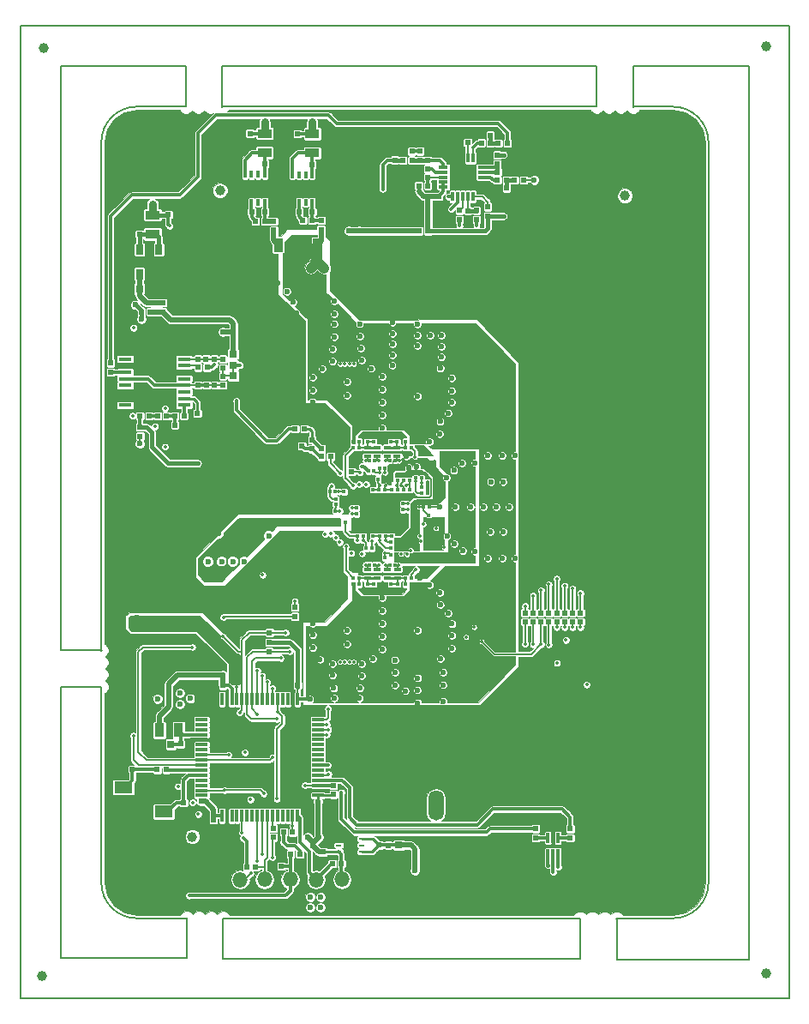
<source format=gbl>
G04 (created by PCBNEW (2013-june-11)-stable) date Tue 10 Oct 2017 05:17:01 PM CEST*
%MOIN*%
G04 Gerber Fmt 3.4, Leading zero omitted, Abs format*
%FSLAX34Y34*%
G01*
G70*
G90*
G04 APERTURE LIST*
%ADD10C,0.00590551*%
%ADD11C,0.00787402*%
%ADD12C,0.023622*%
%ADD13R,0.0511811X0.015748*%
%ADD14R,0.023622X0.00984252*%
%ADD15R,0.0295276X0.0472441*%
%ADD16R,0.0195X0.0195*%
%ADD17R,0.0354X0.0551*%
%ADD18R,0.0551X0.0354*%
%ADD19R,0.0925197X0.0629921*%
%ADD20R,0.011811X0.0255906*%
%ADD21C,0.25*%
%ADD22R,0.0314X0.0275*%
%ADD23R,0.0118X0.0374*%
%ADD24R,0.0374X0.0118*%
%ADD25R,0.0886X0.0886*%
%ADD26R,0.0275X0.0314*%
%ADD27R,0.011811X0.0389764*%
%ADD28O,0.06X0.1179*%
%ADD29R,0.0708661X0.0472441*%
%ADD30R,0.011811X0.0472441*%
%ADD31R,0.0472441X0.011811*%
%ADD32R,0.0275591X0.0393701*%
%ADD33R,0.19685X0.0589*%
%ADD34R,0.011811X0.0137795*%
%ADD35R,0.0137795X0.011811*%
%ADD36C,0.019685*%
%ADD37R,0.0259X0.014*%
%ADD38O,0.0590551X0.0590551*%
%ADD39C,0.0393701*%
%ADD40C,0.0137795*%
%ADD41C,0.00984252*%
%ADD42C,0.011811*%
%ADD43C,0.019685*%
%ADD44C,0.0393701*%
%ADD45C,0.015748*%
%ADD46C,0.0314961*%
%ADD47C,0.0011811*%
%ADD48C,0.00393701*%
G04 APERTURE END LIST*
G54D10*
G54D11*
X40574Y-57658D02*
X40583Y-57658D01*
X40574Y-19850D02*
X40574Y-57658D01*
X40575Y-19849D02*
X40575Y-19862D01*
X70460Y-19849D02*
X40575Y-19849D01*
X70460Y-19868D02*
X70460Y-19849D01*
X70460Y-57658D02*
X70460Y-19868D01*
X40575Y-57658D02*
X70460Y-57658D01*
X68894Y-23267D02*
X68906Y-23267D01*
X68890Y-53390D02*
X68902Y-53390D01*
X43087Y-57659D02*
X43087Y-57647D01*
X40561Y-53217D02*
X40573Y-53217D01*
X40565Y-23094D02*
X40577Y-23094D01*
X68472Y-19849D02*
X68472Y-19861D01*
X44228Y-19839D02*
X44228Y-19851D01*
X42134Y-45546D02*
X42132Y-45546D01*
X42134Y-56091D02*
X42134Y-45546D01*
X47037Y-56091D02*
X42134Y-56091D01*
X42132Y-45546D02*
X42132Y-56028D01*
X42140Y-44129D02*
X42137Y-44129D01*
X42140Y-21415D02*
X42140Y-44129D01*
X47009Y-21415D02*
X42140Y-21415D01*
X48421Y-21415D02*
X48421Y-21427D01*
X62986Y-21415D02*
X48421Y-21415D01*
X64402Y-21424D02*
X64402Y-21430D01*
X68891Y-21424D02*
X64402Y-21424D01*
X68891Y-56132D02*
X68891Y-21424D01*
X68891Y-56134D02*
X63758Y-56134D01*
X68891Y-53037D02*
X68891Y-56134D01*
X48452Y-56093D02*
X48452Y-56096D01*
X62337Y-56110D02*
X48453Y-56110D01*
X63753Y-54537D02*
X63753Y-54539D01*
X65949Y-54537D02*
X63753Y-54537D01*
X48423Y-22989D02*
X48423Y-22991D01*
X62988Y-22989D02*
X48423Y-22989D01*
X64404Y-22993D02*
X64404Y-22989D01*
X65944Y-22993D02*
X64404Y-22993D01*
X47009Y-22991D02*
X45088Y-22991D01*
X47037Y-54537D02*
X47037Y-54538D01*
X45099Y-54537D02*
X47037Y-54537D01*
X63759Y-56135D02*
X63759Y-54560D01*
X62336Y-56109D02*
X62336Y-54534D01*
X62337Y-54539D02*
X54171Y-54539D01*
X63754Y-54538D02*
X63754Y-54539D01*
X62986Y-22990D02*
X62986Y-21415D01*
X64402Y-23001D02*
X64402Y-21426D01*
X64403Y-22990D02*
X64403Y-22989D01*
X48453Y-54536D02*
X48453Y-54537D01*
X59734Y-54536D02*
X48453Y-54536D01*
X43713Y-45545D02*
X43715Y-45545D01*
X43713Y-53156D02*
X43713Y-45545D01*
X43714Y-44133D02*
X43715Y-44133D01*
X43714Y-24370D02*
X43714Y-44133D01*
X48424Y-22992D02*
X48424Y-22991D01*
X43722Y-44129D02*
X42147Y-44129D01*
X43704Y-45546D02*
X42129Y-45546D01*
X47035Y-56091D02*
X47035Y-54516D01*
X48452Y-56109D02*
X48452Y-54534D01*
X48421Y-22997D02*
X48421Y-21422D01*
X47007Y-22992D02*
X47007Y-21417D01*
X43713Y-53157D02*
G75*
G03X45091Y-54535I1377J0D01*
G74*
G01*
X65950Y-54536D02*
G75*
G03X67328Y-53158I0J1377D01*
G74*
G01*
X45091Y-22991D02*
G75*
G03X43713Y-24369I0J-1377D01*
G74*
G01*
X67327Y-24370D02*
G75*
G03X65949Y-22992I-1377J0D01*
G74*
G01*
X67328Y-24372D02*
X67328Y-53149D01*
G54D12*
X48497Y-52602D03*
X48750Y-52377D03*
X48507Y-52119D03*
X64888Y-49878D03*
X64887Y-50901D03*
X64887Y-50389D03*
X64903Y-47151D03*
X64903Y-47663D03*
X64904Y-46640D03*
X64901Y-27169D03*
X64901Y-27681D03*
X64902Y-26658D03*
X64907Y-30422D03*
X64907Y-30934D03*
X64908Y-29911D03*
X64907Y-34363D03*
X64907Y-34875D03*
X64908Y-33852D03*
X64901Y-37072D03*
X64900Y-38095D03*
X64900Y-37583D03*
X64907Y-39494D03*
X64907Y-40006D03*
X64908Y-38983D03*
X64909Y-42675D03*
X64909Y-43187D03*
X64910Y-42164D03*
X64283Y-54207D03*
X65838Y-54221D03*
X64775Y-54221D03*
X65326Y-54221D03*
X66938Y-51339D03*
X66938Y-51851D03*
X66938Y-52914D03*
X66938Y-52363D03*
X66852Y-53369D03*
X66615Y-53763D03*
X66271Y-54044D03*
X66944Y-43802D03*
X66943Y-45376D03*
X66943Y-44825D03*
X66943Y-44313D03*
X66943Y-45927D03*
X66957Y-32532D03*
X66957Y-31981D03*
X66957Y-31469D03*
X66957Y-33083D03*
X57739Y-23361D03*
X57227Y-23361D03*
X56715Y-23361D03*
X56164Y-23361D03*
X55141Y-23360D03*
X55653Y-23360D03*
X61439Y-23361D03*
X60927Y-23361D03*
X60415Y-23361D03*
X59864Y-23361D03*
X58290Y-23360D03*
X58841Y-23360D03*
X59353Y-23360D03*
X63058Y-23537D03*
X62541Y-23361D03*
X61990Y-23361D03*
X56624Y-29723D03*
X56621Y-30160D03*
X56619Y-30672D03*
X56619Y-31183D03*
X54414Y-29678D03*
X54412Y-30136D03*
X54410Y-30648D03*
X54410Y-31159D03*
X57604Y-46350D03*
X57605Y-46864D03*
X57603Y-47376D03*
X57603Y-47887D03*
X55401Y-46376D03*
X55402Y-46890D03*
X55400Y-47402D03*
X55400Y-47913D03*
G54D13*
X44643Y-33821D03*
X44643Y-33565D03*
X44643Y-34077D03*
X44643Y-34333D03*
X44643Y-34589D03*
X44643Y-33309D03*
X44643Y-33053D03*
X44643Y-32797D03*
X46927Y-34589D03*
X46927Y-32797D03*
X46927Y-33053D03*
X46927Y-33309D03*
X46927Y-34333D03*
X46927Y-34077D03*
X46927Y-33565D03*
X46927Y-33821D03*
G54D12*
X55913Y-52677D03*
X45267Y-31248D03*
X45051Y-30696D03*
X45102Y-42846D03*
X48905Y-45299D03*
X45102Y-43240D03*
X48905Y-44960D03*
X52137Y-50001D03*
X47590Y-49992D03*
X51822Y-46017D03*
X48433Y-45090D03*
X52172Y-51383D03*
X51739Y-51383D03*
X51952Y-51729D03*
X52370Y-29271D03*
X52114Y-28948D03*
X51858Y-29263D03*
X48440Y-31748D03*
X48850Y-31755D03*
X53342Y-27822D03*
X53748Y-27818D03*
X45216Y-36094D03*
X60552Y-25838D03*
X45897Y-39783D03*
X45897Y-39419D03*
X45897Y-40948D03*
X45897Y-40574D03*
X45885Y-38632D03*
X45889Y-39007D03*
X45889Y-37460D03*
X45889Y-37842D03*
X46720Y-37275D03*
X46287Y-37275D03*
X46728Y-39208D03*
X46354Y-39208D03*
X46307Y-41141D03*
X46755Y-41141D03*
X46721Y-44412D03*
X46715Y-43659D03*
X46755Y-42348D03*
X46316Y-42341D03*
X50066Y-23590D03*
X45704Y-26767D03*
X51913Y-23590D03*
X51842Y-54118D03*
X52240Y-54122D03*
X52248Y-53708D03*
X51850Y-53704D03*
X47157Y-45996D03*
X46775Y-46220D03*
X45893Y-46003D03*
X46775Y-45787D03*
G54D14*
X52942Y-51445D03*
X52942Y-51701D03*
X52942Y-51956D03*
X53847Y-51956D03*
X53847Y-51701D03*
X53847Y-51445D03*
G54D15*
X53394Y-51701D03*
G54D16*
X52263Y-27412D03*
X52263Y-27766D03*
X51909Y-27412D03*
X51555Y-27412D03*
X50066Y-27440D03*
X49712Y-27440D03*
X49558Y-27087D03*
X49204Y-27087D03*
X50067Y-25216D03*
X50421Y-25216D03*
X49491Y-24034D03*
X49491Y-24388D03*
X50421Y-27442D03*
X50421Y-27796D03*
X51909Y-25236D03*
X52263Y-25236D03*
X51344Y-24042D03*
X51344Y-24396D03*
X51401Y-27087D03*
X51047Y-27087D03*
X50066Y-27093D03*
X50420Y-27093D03*
X51913Y-27085D03*
X52267Y-27085D03*
G54D17*
X51360Y-28372D03*
X50610Y-28372D03*
X51350Y-28372D03*
X52100Y-28372D03*
G54D18*
X50064Y-24033D03*
X50064Y-24783D03*
X51913Y-24041D03*
X51913Y-24791D03*
G54D19*
X49682Y-26166D03*
G54D20*
X49554Y-25625D03*
X49810Y-25625D03*
X50066Y-25625D03*
X49298Y-25625D03*
X49298Y-26707D03*
X50066Y-26707D03*
X49810Y-26707D03*
X49554Y-26707D03*
G54D19*
X51529Y-26174D03*
G54D20*
X51401Y-25633D03*
X51657Y-25633D03*
X51913Y-25633D03*
X51145Y-25633D03*
X51145Y-26715D03*
X51913Y-26715D03*
X51657Y-26715D03*
X51401Y-26715D03*
G54D21*
X45694Y-52573D03*
X65381Y-52572D03*
G54D16*
X47470Y-32443D03*
X47470Y-32797D03*
X47795Y-33815D03*
X47795Y-33461D03*
X47468Y-33815D03*
X47468Y-33461D03*
X48118Y-33461D03*
X48118Y-33815D03*
X46923Y-35018D03*
X46569Y-35018D03*
X45568Y-35018D03*
X45214Y-35018D03*
X49203Y-32051D03*
X48849Y-32051D03*
X46251Y-35018D03*
X45897Y-35018D03*
X46569Y-35364D03*
X46569Y-35718D03*
X47451Y-34908D03*
X47805Y-34908D03*
X47824Y-33124D03*
X47470Y-33124D03*
X44068Y-32956D03*
X44068Y-33310D03*
X48104Y-32797D03*
X48104Y-32443D03*
X47783Y-32797D03*
X47783Y-32443D03*
X45216Y-35445D03*
X45216Y-35799D03*
X48439Y-33819D03*
X48439Y-33465D03*
X48443Y-32799D03*
X48443Y-33153D03*
G54D22*
X48846Y-32607D03*
X48846Y-33037D03*
X48850Y-33460D03*
X48850Y-33890D03*
G54D23*
X58160Y-24974D03*
X57964Y-24974D03*
X57767Y-24974D03*
X57570Y-24974D03*
X57373Y-24974D03*
G54D24*
X57011Y-25336D03*
X57011Y-25533D03*
X57011Y-25730D03*
X57011Y-25927D03*
X57011Y-26123D03*
G54D23*
X57373Y-26490D03*
X57570Y-26490D03*
X57767Y-26490D03*
X57964Y-26490D03*
X58160Y-26490D03*
G54D24*
X58527Y-26127D03*
X58527Y-25931D03*
X58527Y-25734D03*
X58527Y-25537D03*
X58527Y-25340D03*
G54D25*
X57770Y-25734D03*
G54D16*
X59112Y-26154D03*
X59466Y-26154D03*
X59508Y-24410D03*
X59154Y-24410D03*
X58844Y-24100D03*
X58490Y-24100D03*
X58844Y-24404D03*
X58490Y-24404D03*
X59112Y-25536D03*
X59466Y-25536D03*
X56830Y-26830D03*
X56830Y-26476D03*
X56057Y-25730D03*
X56411Y-25730D03*
X57972Y-27030D03*
X57972Y-27384D03*
X58307Y-27028D03*
X58307Y-27382D03*
X57640Y-27028D03*
X57640Y-27382D03*
X56411Y-25406D03*
X56057Y-25406D03*
X57964Y-24389D03*
X57964Y-24035D03*
X59110Y-25220D03*
X59110Y-24866D03*
X58740Y-27242D03*
X58740Y-26888D03*
X56057Y-26063D03*
X56411Y-26063D03*
X59466Y-25841D03*
X59112Y-25841D03*
X60142Y-25841D03*
X59788Y-25841D03*
X55122Y-25071D03*
X55122Y-24717D03*
X55791Y-25073D03*
X55437Y-25073D03*
X55797Y-24723D03*
X55443Y-24723D03*
X56100Y-25075D03*
X56100Y-24721D03*
X56409Y-25075D03*
X56409Y-24721D03*
X56063Y-27822D03*
X56417Y-27822D03*
X52137Y-50267D03*
X52491Y-50267D03*
X50255Y-43436D03*
X50255Y-43082D03*
X50244Y-43811D03*
X50244Y-44165D03*
X51346Y-45480D03*
X50992Y-45480D03*
X48436Y-45492D03*
X48082Y-45492D03*
X48071Y-50700D03*
X48071Y-51054D03*
X50800Y-51190D03*
X51154Y-51190D03*
X54866Y-51697D03*
X54866Y-52051D03*
X54517Y-51694D03*
X54517Y-52048D03*
X44920Y-48741D03*
X44566Y-48741D03*
X46917Y-50040D03*
X46917Y-50394D03*
X52349Y-51957D03*
X52349Y-52311D03*
X60606Y-51413D03*
X60606Y-51059D03*
X61951Y-51410D03*
X61951Y-51056D03*
X46790Y-47762D03*
X46790Y-48116D03*
X45881Y-48758D03*
X46235Y-48758D03*
X50401Y-51389D03*
X50401Y-51035D03*
G54D22*
X55282Y-51696D03*
X55282Y-52126D03*
G54D26*
X46415Y-47767D03*
X45985Y-47767D03*
G54D17*
X45968Y-47220D03*
X46718Y-47220D03*
G54D27*
X61087Y-51411D03*
X61284Y-51411D03*
X61480Y-51411D03*
X61480Y-52040D03*
X61284Y-52040D03*
X61087Y-52040D03*
G54D28*
X57734Y-50153D03*
X55734Y-50153D03*
X56734Y-50153D03*
G54D29*
X44568Y-49447D03*
X46143Y-49447D03*
X46143Y-50392D03*
X44568Y-50392D03*
G54D30*
X51350Y-50549D03*
X51153Y-50549D03*
X50956Y-50549D03*
X50760Y-50549D03*
X50563Y-50549D03*
X50366Y-50549D03*
X50169Y-50549D03*
X49972Y-50549D03*
X48397Y-50549D03*
X48594Y-50549D03*
X48791Y-50549D03*
X48988Y-50549D03*
X49185Y-50549D03*
X49382Y-50549D03*
X49578Y-50549D03*
X49775Y-50549D03*
G54D31*
X52138Y-48384D03*
X52138Y-48581D03*
X52138Y-48777D03*
X52138Y-48974D03*
X52138Y-49171D03*
X52138Y-49368D03*
X52138Y-49565D03*
X52138Y-49762D03*
X52138Y-48187D03*
X52138Y-47990D03*
X52138Y-47793D03*
X52138Y-47596D03*
X52138Y-47399D03*
X52138Y-47203D03*
X52138Y-47006D03*
X52138Y-46809D03*
G54D30*
X49775Y-46021D03*
X49578Y-46021D03*
X49382Y-46021D03*
X49185Y-46021D03*
X48988Y-46021D03*
X48791Y-46021D03*
X48594Y-46021D03*
X48397Y-46021D03*
X49972Y-46021D03*
X50169Y-46021D03*
X50366Y-46021D03*
X50563Y-46021D03*
X50760Y-46021D03*
X50956Y-46021D03*
X51153Y-46021D03*
X51350Y-46021D03*
G54D31*
X47610Y-46809D03*
X47610Y-47006D03*
X47610Y-47203D03*
X47610Y-47399D03*
X47610Y-47596D03*
X47610Y-47793D03*
X47610Y-47990D03*
X47610Y-48187D03*
X47610Y-49762D03*
X47610Y-49565D03*
X47610Y-49368D03*
X47610Y-49171D03*
X47610Y-48974D03*
X47610Y-48777D03*
X47610Y-48581D03*
X47610Y-48384D03*
G54D16*
X61118Y-43019D03*
X61118Y-42665D03*
X60811Y-43019D03*
X60811Y-42665D03*
X60503Y-43019D03*
X60503Y-42665D03*
X60196Y-43019D03*
X60196Y-42665D03*
X62346Y-43019D03*
X62346Y-42665D03*
X62039Y-43019D03*
X62039Y-42665D03*
X61732Y-43019D03*
X61732Y-42665D03*
X61425Y-43019D03*
X61425Y-42665D03*
X51240Y-42799D03*
X51240Y-42445D03*
X45193Y-27944D03*
X45193Y-27590D03*
X46106Y-30614D03*
X46106Y-30968D03*
X46315Y-27196D03*
X46669Y-27196D03*
G54D26*
X45189Y-30079D03*
X45619Y-30079D03*
G54D18*
X45703Y-27197D03*
X45703Y-27947D03*
G54D32*
X45194Y-29498D03*
X45942Y-29498D03*
X45942Y-28553D03*
X45194Y-28553D03*
X45568Y-28553D03*
G54D16*
X49366Y-52535D03*
X49720Y-52535D03*
X53047Y-52417D03*
X52693Y-52417D03*
X52740Y-49724D03*
X52740Y-49370D03*
X50704Y-52507D03*
X50350Y-52507D03*
X51428Y-52039D03*
X51074Y-52039D03*
G54D12*
X48149Y-29344D03*
X47223Y-30364D03*
X48189Y-30797D03*
X47667Y-30794D03*
X47223Y-29878D03*
X47662Y-29343D03*
X44750Y-23498D03*
X44406Y-23779D03*
X44169Y-24173D03*
X44083Y-25179D03*
X44083Y-24628D03*
X44083Y-25691D03*
X44083Y-26203D03*
X44083Y-26754D03*
X45695Y-23321D03*
X46246Y-23321D03*
X45183Y-23321D03*
G54D21*
X45676Y-24956D03*
X65363Y-24955D03*
G54D12*
X66997Y-24462D03*
X66997Y-26037D03*
X66997Y-25525D03*
X66997Y-24974D03*
X63569Y-23538D03*
X64120Y-23538D03*
X65690Y-23362D03*
X65139Y-23362D03*
X66145Y-23448D03*
X66539Y-23685D03*
X66820Y-24029D03*
X54042Y-49188D03*
X53553Y-49035D03*
X53190Y-48714D03*
X52953Y-48288D03*
X52822Y-47865D03*
X54095Y-48218D03*
X53801Y-47906D03*
X66948Y-48281D03*
X66948Y-49261D03*
X66946Y-47685D03*
X66948Y-49856D03*
X66950Y-46626D03*
X66948Y-50915D03*
X66436Y-50915D03*
X66438Y-46626D03*
X66436Y-49856D03*
X66434Y-47685D03*
X66436Y-49261D03*
X66436Y-48281D03*
X65412Y-48281D03*
X65412Y-49261D03*
X65411Y-47685D03*
X65412Y-49856D03*
X65415Y-46626D03*
X65412Y-50915D03*
X65924Y-50915D03*
X65927Y-46626D03*
X65924Y-49856D03*
X65923Y-47685D03*
X65924Y-49261D03*
X65924Y-48281D03*
X64898Y-49262D03*
X64898Y-48282D03*
X62332Y-48282D03*
X62332Y-49262D03*
X63358Y-48281D03*
X63358Y-49261D03*
X62846Y-49261D03*
X62846Y-48281D03*
X63870Y-48281D03*
X63870Y-49261D03*
X64382Y-49261D03*
X64382Y-48281D03*
X59256Y-48281D03*
X59256Y-49261D03*
X58744Y-49261D03*
X58744Y-48281D03*
X57720Y-48281D03*
X57720Y-49261D03*
X58232Y-49261D03*
X58232Y-48281D03*
X57206Y-49262D03*
X57206Y-48282D03*
X59772Y-48282D03*
X59772Y-49262D03*
X60798Y-48281D03*
X60798Y-49261D03*
X60286Y-49261D03*
X60286Y-48281D03*
X61310Y-48281D03*
X61310Y-49261D03*
X61822Y-49261D03*
X61822Y-48281D03*
X56695Y-48280D03*
X56695Y-49260D03*
X56183Y-49260D03*
X56183Y-48280D03*
X55159Y-48280D03*
X55159Y-49260D03*
X55671Y-49260D03*
X55671Y-48280D03*
X54645Y-49261D03*
X54645Y-48281D03*
X52776Y-47442D03*
X53756Y-47447D03*
X52775Y-46484D03*
X53755Y-46489D03*
X53755Y-47001D03*
X52775Y-46996D03*
X52775Y-45975D03*
X53755Y-45980D03*
X53756Y-30029D03*
X52776Y-30029D03*
X52776Y-31050D03*
X53756Y-31050D03*
X53756Y-30538D03*
X52776Y-30538D03*
X53757Y-31433D03*
X52777Y-31433D03*
X54656Y-28325D03*
X54656Y-29305D03*
X55682Y-28324D03*
X55682Y-29304D03*
X55170Y-29304D03*
X55170Y-28324D03*
X56194Y-28324D03*
X56194Y-29304D03*
X56706Y-29304D03*
X56706Y-28324D03*
X64388Y-40547D03*
X64381Y-41584D03*
X64897Y-40605D03*
X64897Y-41585D03*
X65923Y-40604D03*
X65923Y-41584D03*
X65922Y-40008D03*
X65923Y-42179D03*
X65926Y-38949D03*
X65923Y-43238D03*
X65411Y-43238D03*
X65414Y-38949D03*
X65411Y-42179D03*
X65410Y-40008D03*
X65411Y-41584D03*
X65411Y-40604D03*
X66435Y-40604D03*
X66435Y-41584D03*
X66433Y-40008D03*
X66435Y-42179D03*
X66437Y-38949D03*
X66435Y-43238D03*
X66947Y-43238D03*
X66949Y-38949D03*
X66947Y-42179D03*
X66945Y-40008D03*
X66947Y-41584D03*
X66947Y-40604D03*
X66957Y-35498D03*
X66957Y-36478D03*
X66955Y-34902D03*
X66957Y-37073D03*
X66959Y-33843D03*
X66957Y-38132D03*
X66445Y-38132D03*
X66447Y-33843D03*
X66445Y-37073D03*
X66443Y-34902D03*
X66445Y-36478D03*
X66445Y-35498D03*
X65421Y-35498D03*
X65421Y-36478D03*
X65420Y-34902D03*
X65421Y-37073D03*
X65424Y-33843D03*
X65421Y-38132D03*
X65933Y-38132D03*
X65936Y-33843D03*
X65933Y-37073D03*
X65932Y-34902D03*
X65933Y-36478D03*
X65933Y-35498D03*
X64907Y-36479D03*
X64907Y-35499D03*
X64437Y-36533D03*
X64416Y-35507D03*
X61833Y-28325D03*
X61833Y-29305D03*
X61321Y-29305D03*
X61321Y-28325D03*
X60297Y-28325D03*
X60297Y-29305D03*
X60809Y-29305D03*
X60809Y-28325D03*
X59783Y-29306D03*
X59783Y-28326D03*
X57217Y-28326D03*
X57217Y-29306D03*
X58243Y-28325D03*
X58243Y-29305D03*
X57731Y-29305D03*
X57731Y-28325D03*
X58755Y-28325D03*
X58755Y-29305D03*
X59267Y-29305D03*
X59267Y-28325D03*
X64393Y-28325D03*
X64393Y-29305D03*
X63881Y-29305D03*
X63881Y-28325D03*
X62857Y-28325D03*
X62857Y-29305D03*
X63369Y-29305D03*
X63369Y-28325D03*
X62343Y-29306D03*
X62343Y-28326D03*
X64909Y-28326D03*
X64909Y-29306D03*
X65935Y-28325D03*
X65935Y-29305D03*
X65934Y-27729D03*
X65935Y-29900D03*
X65938Y-26670D03*
X65935Y-30959D03*
X65423Y-30959D03*
X65426Y-26670D03*
X65423Y-29900D03*
X65422Y-27729D03*
X65423Y-29305D03*
X65423Y-28325D03*
X66447Y-28325D03*
X66447Y-29305D03*
X66445Y-27729D03*
X66447Y-29900D03*
X66449Y-26670D03*
X66447Y-30959D03*
X66959Y-30959D03*
X66961Y-26670D03*
X66959Y-29900D03*
X66957Y-27729D03*
X66959Y-29305D03*
X66959Y-28325D03*
G54D33*
X66221Y-30430D03*
X66221Y-27201D03*
G54D12*
X54127Y-29347D03*
X53815Y-29641D03*
X54168Y-28368D03*
X53745Y-28499D03*
X53319Y-28736D03*
X52998Y-29099D03*
X52845Y-29588D03*
G54D16*
X52273Y-36285D03*
X52627Y-36285D03*
X51247Y-35520D03*
X51601Y-35520D03*
X52273Y-36590D03*
X52627Y-36590D03*
G54D34*
X54530Y-37031D03*
X54747Y-37031D03*
X53521Y-41553D03*
X53738Y-41553D03*
G54D35*
X56451Y-38873D03*
X56451Y-39090D03*
G54D12*
X53262Y-34214D03*
X56018Y-34250D03*
X53689Y-36547D03*
X55587Y-36571D03*
G54D36*
X54049Y-39174D03*
G54D37*
X54057Y-36243D03*
X54057Y-36583D03*
X54435Y-36243D03*
X54435Y-36583D03*
X54841Y-36243D03*
X54841Y-36583D03*
X55218Y-36243D03*
X55218Y-36583D03*
G54D35*
X55226Y-37877D03*
X55226Y-38094D03*
X55463Y-37503D03*
X55463Y-37287D03*
X55463Y-37877D03*
X55463Y-38094D03*
X55699Y-37503D03*
X55699Y-37287D03*
X55699Y-37877D03*
X55699Y-38094D03*
G54D34*
X54488Y-37474D03*
X54705Y-37474D03*
G54D35*
X54951Y-37661D03*
X54951Y-37444D03*
G54D34*
X54311Y-37159D03*
X54095Y-37159D03*
G54D35*
X54282Y-37877D03*
X54282Y-38094D03*
X54518Y-37877D03*
X54518Y-38094D03*
X54990Y-37877D03*
X54990Y-38094D03*
X54754Y-37877D03*
X54754Y-38094D03*
G54D34*
X55453Y-38419D03*
X55236Y-38419D03*
X55453Y-38655D03*
X55236Y-38655D03*
G54D35*
X56171Y-37425D03*
X56171Y-37208D03*
X55935Y-37425D03*
X55935Y-37208D03*
G54D34*
X56398Y-37789D03*
X56181Y-37789D03*
X56398Y-38025D03*
X56181Y-38025D03*
G54D35*
X55226Y-37503D03*
X55226Y-37287D03*
G54D34*
X55543Y-36243D03*
X55759Y-36243D03*
X53738Y-36244D03*
X53521Y-36244D03*
X55759Y-36007D03*
X55543Y-36007D03*
X53521Y-36007D03*
X53738Y-36007D03*
G54D35*
X55219Y-36011D03*
X55219Y-35794D03*
X54983Y-36011D03*
X54983Y-35794D03*
G54D16*
X53455Y-36824D03*
X53455Y-37178D03*
G54D12*
X51648Y-38701D03*
X51945Y-39833D03*
X51661Y-40119D03*
X51065Y-38701D03*
X50232Y-39678D03*
X50261Y-37723D03*
G54D36*
X55034Y-38898D03*
X54640Y-38898D03*
X54443Y-38622D03*
X55270Y-39174D03*
X54640Y-38347D03*
X54049Y-38622D03*
X54246Y-38898D03*
X54837Y-38622D03*
X54049Y-38071D03*
X53852Y-38347D03*
X54246Y-38347D03*
X54994Y-38347D03*
X54443Y-39174D03*
X54837Y-39174D03*
X55270Y-39528D03*
G54D34*
X53153Y-37953D03*
X53369Y-37953D03*
X52601Y-37953D03*
X52818Y-37953D03*
X52818Y-38701D03*
X52601Y-38701D03*
G54D35*
X52828Y-38455D03*
X52828Y-38239D03*
G54D12*
X56017Y-43345D03*
X53261Y-43346D03*
X55590Y-41013D03*
X56885Y-38544D03*
X58857Y-37567D03*
X58850Y-39522D03*
G54D35*
X53892Y-39670D03*
X53892Y-39453D03*
X53656Y-39670D03*
X53656Y-39453D03*
G54D34*
X54236Y-40152D03*
X54020Y-40152D03*
G54D35*
X54994Y-39670D03*
X54994Y-39453D03*
X54758Y-39670D03*
X54758Y-39453D03*
X54522Y-39670D03*
X54522Y-39453D03*
X54286Y-39670D03*
X54286Y-39453D03*
G54D34*
X54968Y-40400D03*
X55185Y-40400D03*
X54965Y-39916D03*
X55181Y-39916D03*
X54965Y-40152D03*
X55181Y-40152D03*
G54D37*
X55223Y-41317D03*
X55223Y-40977D03*
X54845Y-41317D03*
X54845Y-40977D03*
X54062Y-41318D03*
X54062Y-40978D03*
X54438Y-41318D03*
X54438Y-40978D03*
G54D35*
X54988Y-41548D03*
X54988Y-41765D03*
X54060Y-41548D03*
X54060Y-41765D03*
G54D34*
X55542Y-41316D03*
X55759Y-41316D03*
X53738Y-41317D03*
X53521Y-41317D03*
X55759Y-41554D03*
X55542Y-41554D03*
G54D35*
X55224Y-41549D03*
X55224Y-41766D03*
G54D34*
X53626Y-38583D03*
X53843Y-38583D03*
X53626Y-38819D03*
X53843Y-38819D03*
X53204Y-39145D03*
X52987Y-39145D03*
X56252Y-38544D03*
X56469Y-38544D03*
X54749Y-40528D03*
X54532Y-40528D03*
G54D35*
X54297Y-41548D03*
X54297Y-41765D03*
G54D12*
X49539Y-29628D03*
X50073Y-29694D03*
X50562Y-29847D03*
X50925Y-30168D03*
X51162Y-30594D03*
X51293Y-31017D03*
X51320Y-31476D03*
X51387Y-32914D03*
X51430Y-33426D03*
X49531Y-30592D03*
X50020Y-30664D03*
X50314Y-30976D03*
X50365Y-31424D03*
X51388Y-32437D03*
X51373Y-31948D03*
X51428Y-34326D03*
X51435Y-33891D03*
X49788Y-34081D03*
X49803Y-31425D03*
X49796Y-34816D03*
X49285Y-40685D03*
X49785Y-40685D03*
X50353Y-40685D03*
X51339Y-40405D03*
X50850Y-40414D03*
X52248Y-38701D03*
X49554Y-38700D03*
X50054Y-38700D03*
X50554Y-38700D03*
X50881Y-36977D03*
X51370Y-36986D03*
X50384Y-36706D03*
X49816Y-36705D03*
X49316Y-36705D03*
X51692Y-37272D03*
X51976Y-37558D03*
X51928Y-33512D03*
X51927Y-34009D03*
X51925Y-34468D03*
X53173Y-36249D03*
X52791Y-35991D03*
X52385Y-35205D03*
X52072Y-34875D03*
X52393Y-35679D03*
X54639Y-35978D03*
X54639Y-35478D03*
X54639Y-33478D03*
X54639Y-34478D03*
X54639Y-33978D03*
X54639Y-34978D03*
X57346Y-33535D03*
X57347Y-34032D03*
X57349Y-34491D03*
X56101Y-36272D03*
X56483Y-36014D03*
X56889Y-35228D03*
X57202Y-34898D03*
X56881Y-35702D03*
X52396Y-41859D03*
X52075Y-42663D03*
X52388Y-42333D03*
X52794Y-41547D03*
X53176Y-41289D03*
X51928Y-43070D03*
X51930Y-43529D03*
X51931Y-44026D03*
X54638Y-42582D03*
X54638Y-43582D03*
X54638Y-43082D03*
X54638Y-44082D03*
X54638Y-42082D03*
X54638Y-41582D03*
X56884Y-41882D03*
X57205Y-42686D03*
X56892Y-42356D03*
X56486Y-41570D03*
X56104Y-41312D03*
X57352Y-43093D03*
X57350Y-43552D03*
X57349Y-44049D03*
X56894Y-44457D03*
X53690Y-40990D03*
X55125Y-44499D03*
X57156Y-39688D03*
X57440Y-39974D03*
X59817Y-40540D03*
X59317Y-40540D03*
X58748Y-40540D03*
X60817Y-40540D03*
X60317Y-40540D03*
X57762Y-40260D03*
X58251Y-40269D03*
X58579Y-38546D03*
X59079Y-38546D03*
X59579Y-38546D03*
X58233Y-36830D03*
X57744Y-36839D03*
X58730Y-36559D03*
X59299Y-36558D03*
X59799Y-36558D03*
X58067Y-38545D03*
X57422Y-37125D03*
X57138Y-37411D03*
X57485Y-38544D03*
X52054Y-37174D03*
X51764Y-36879D03*
X51442Y-36593D03*
X50494Y-35682D03*
X50890Y-36019D03*
X51180Y-36314D03*
X50233Y-35409D03*
X49996Y-35103D03*
X51455Y-34722D03*
X52054Y-35380D03*
X51753Y-35076D03*
X49337Y-32308D03*
X49337Y-32808D03*
X49337Y-33808D03*
X49337Y-33308D03*
X49337Y-31808D03*
X55978Y-36989D03*
X55662Y-37025D03*
G54D35*
X54056Y-36011D03*
X54056Y-35794D03*
X54292Y-36011D03*
X54292Y-35794D03*
G54D12*
X49788Y-34447D03*
X49829Y-32750D03*
X50209Y-32762D03*
X50583Y-32762D03*
X50983Y-32762D03*
G54D16*
X51519Y-36183D03*
X51519Y-35829D03*
X51906Y-36287D03*
X51906Y-35933D03*
G54D12*
X53265Y-33686D03*
X49130Y-38692D03*
X56008Y-31453D03*
X55029Y-31369D03*
X56938Y-32724D03*
X56893Y-33160D03*
G54D33*
X66221Y-37598D03*
X66221Y-34369D03*
G54D12*
X62674Y-36731D03*
X63099Y-36260D03*
X63503Y-35870D03*
X63966Y-35606D03*
X61663Y-38074D03*
X62219Y-38041D03*
X62652Y-37923D03*
X63183Y-37604D03*
X63603Y-37215D03*
X64023Y-36765D03*
X62215Y-36994D03*
X61743Y-37053D03*
G54D33*
X66217Y-42708D03*
X66217Y-39479D03*
G54D12*
X57006Y-46098D03*
X56018Y-46164D03*
X53263Y-43874D03*
X56017Y-43346D03*
G54D33*
X66220Y-50386D03*
X66220Y-47157D03*
G54D12*
X47833Y-39558D03*
X47865Y-40683D03*
X47963Y-37703D03*
X47501Y-37703D03*
X47414Y-38722D03*
X47845Y-38832D03*
X52750Y-45594D03*
X52699Y-45095D03*
X52697Y-44636D03*
X53831Y-44645D03*
X53833Y-45104D03*
X53777Y-45592D03*
X56019Y-45198D03*
X56014Y-45666D03*
X55134Y-44985D03*
X55128Y-45473D03*
X63905Y-41461D03*
X63508Y-41209D03*
X61690Y-40035D03*
X62182Y-40074D03*
X63988Y-40275D03*
X63588Y-39904D03*
X63168Y-39475D03*
X62678Y-39175D03*
X62208Y-39035D03*
X63084Y-40800D03*
X62620Y-40348D03*
X61668Y-39036D03*
X53802Y-32381D03*
X53775Y-31922D03*
X53840Y-32858D03*
X52699Y-32893D03*
X52713Y-32417D03*
X52781Y-31935D03*
X52310Y-33170D03*
X54200Y-33165D03*
X55029Y-31802D03*
X55031Y-32219D03*
X55024Y-33047D03*
X55029Y-32644D03*
X56003Y-32291D03*
X56001Y-31874D03*
X56937Y-31888D03*
X56939Y-32305D03*
X56501Y-31874D03*
X48382Y-37708D03*
X48850Y-36808D03*
X48387Y-36807D03*
X47931Y-37208D03*
X47934Y-36813D03*
X48403Y-40683D03*
X48830Y-40674D03*
X48285Y-39585D03*
X48297Y-38728D03*
X48721Y-38736D03*
X57004Y-45466D03*
X57010Y-44978D03*
X55541Y-45697D03*
X60182Y-40104D03*
X60682Y-40104D03*
X61150Y-40032D03*
X60668Y-38939D03*
X60168Y-38939D03*
X61145Y-39038D03*
X60238Y-36972D03*
X60738Y-36972D03*
X60029Y-38546D03*
X60236Y-38172D03*
X60738Y-38128D03*
X61233Y-37044D03*
X61179Y-38066D03*
X52221Y-44475D03*
X54279Y-44456D03*
X59342Y-37567D03*
X59350Y-39518D03*
X47353Y-39635D03*
G54D16*
X45267Y-30968D03*
X45621Y-30968D03*
G54D38*
X48147Y-53035D03*
X49120Y-53035D03*
X50061Y-53027D03*
X51056Y-53026D03*
X52063Y-53030D03*
X53075Y-53027D03*
G54D39*
X47254Y-51364D03*
X48328Y-26249D03*
X64073Y-26458D03*
X41468Y-20713D03*
X69585Y-20640D03*
X69587Y-56693D03*
X41419Y-56784D03*
G54D34*
X54355Y-40797D03*
X54138Y-40797D03*
X54137Y-36762D03*
X54354Y-36762D03*
X55143Y-40798D03*
X54926Y-40798D03*
X54925Y-36761D03*
X55142Y-36761D03*
G54D40*
X49988Y-41196D03*
X56687Y-37127D03*
X56687Y-37363D03*
X56687Y-36811D03*
X54246Y-39876D03*
X55388Y-39843D03*
X56604Y-39962D03*
X52658Y-37737D03*
X53845Y-36973D03*
X56398Y-37580D03*
X57025Y-36913D03*
X57230Y-36809D03*
X57109Y-36620D03*
X52526Y-48582D03*
X49232Y-51425D03*
X50800Y-51579D03*
X62590Y-45456D03*
X46370Y-27629D03*
X48964Y-34429D03*
X48118Y-33019D03*
X53000Y-37235D03*
X54009Y-37668D03*
X47467Y-36853D03*
X49102Y-33039D03*
X45802Y-35419D03*
X54657Y-26200D03*
X54502Y-36761D03*
X53991Y-36761D03*
X53990Y-40799D03*
X54501Y-40799D03*
X54777Y-40799D03*
X55288Y-40799D03*
X55289Y-36761D03*
X54778Y-36761D03*
X50379Y-48285D03*
X47255Y-44000D03*
X53744Y-37669D03*
X52531Y-46397D03*
X60196Y-43874D03*
X52484Y-47003D03*
X60503Y-43885D03*
X52480Y-47397D03*
X61118Y-43897D03*
X52539Y-47204D03*
X60811Y-43885D03*
X58503Y-43779D03*
X61732Y-43224D03*
X57893Y-43606D03*
X49972Y-45118D03*
X49775Y-44921D03*
X58212Y-43224D03*
X61425Y-43224D03*
X50169Y-45358D03*
X62039Y-43228D03*
X61783Y-43720D03*
X62346Y-43228D03*
X50366Y-45598D03*
X61437Y-44614D03*
X48464Y-42834D03*
X48661Y-48185D03*
X60196Y-42401D03*
X55369Y-40368D03*
X60503Y-42007D03*
X55599Y-40383D03*
X56137Y-39870D03*
X61118Y-41562D03*
X55742Y-40237D03*
X60811Y-41791D03*
X57051Y-40125D03*
X61732Y-41622D03*
X56102Y-39685D03*
X61425Y-41338D03*
X56728Y-39377D03*
X62039Y-41724D03*
X56249Y-39223D03*
X62346Y-41909D03*
X51240Y-42216D03*
X53434Y-40348D03*
X49185Y-51200D03*
X50562Y-46519D03*
X50539Y-49893D03*
X47484Y-50484D03*
X48988Y-45562D03*
X49984Y-52039D03*
X47263Y-50043D03*
X49775Y-52311D03*
X46692Y-49413D03*
X47126Y-53654D03*
X44957Y-47436D03*
X49523Y-52795D03*
X51633Y-49370D03*
X50030Y-49696D03*
X49511Y-49921D03*
X48511Y-49562D03*
X53854Y-40363D03*
X49303Y-48090D03*
X51153Y-50944D03*
X52415Y-39608D03*
X50527Y-46783D03*
X52984Y-39921D03*
X51051Y-44165D03*
X53043Y-49645D03*
X52555Y-48933D03*
X53529Y-44565D03*
X53358Y-44566D03*
X53167Y-44565D03*
X52995Y-44566D03*
X60968Y-43744D03*
X57972Y-27625D03*
X54746Y-37219D03*
X54533Y-40340D03*
X53533Y-32991D03*
X53362Y-32992D03*
X53171Y-32991D03*
X52999Y-32992D03*
X60042Y-37832D03*
X60041Y-37661D03*
X60042Y-37470D03*
X60041Y-37298D03*
X60045Y-39258D03*
X60046Y-39430D03*
X60045Y-39621D03*
X60046Y-39792D03*
X52947Y-37953D03*
X55191Y-37697D03*
X55388Y-37697D03*
X55585Y-37697D03*
X55939Y-37559D03*
X56175Y-37599D03*
X46190Y-34722D03*
X46189Y-36213D03*
X54758Y-37717D03*
X50366Y-52169D03*
X57314Y-26976D03*
X44930Y-35006D03*
X44968Y-31586D03*
X59358Y-27244D03*
X59362Y-24866D03*
X57208Y-26492D03*
X56077Y-38544D03*
X53892Y-39843D03*
X52986Y-38701D03*
X53656Y-39843D03*
X53774Y-37205D03*
X61088Y-52470D03*
X54522Y-37717D03*
X54530Y-37219D03*
X54758Y-39843D03*
X61481Y-52538D03*
X54522Y-39843D03*
X61282Y-52743D03*
X54749Y-40341D03*
X48448Y-43594D03*
X58307Y-27625D03*
X49090Y-46539D03*
X50877Y-43437D03*
X52824Y-39733D03*
X57641Y-27625D03*
X49787Y-46602D03*
X52644Y-39583D03*
X50692Y-44429D03*
X53498Y-37717D03*
X53459Y-38583D03*
X53459Y-38819D03*
X53228Y-40094D03*
X55624Y-38662D03*
X55951Y-40989D03*
X55908Y-36600D03*
X55624Y-38426D03*
X48043Y-41128D03*
X48253Y-41002D03*
X48043Y-41127D03*
X47793Y-41021D03*
X48253Y-41001D03*
G54D41*
X56687Y-36801D02*
X56668Y-36782D01*
X54951Y-37194D02*
X54951Y-37444D01*
X55141Y-37004D02*
X54951Y-37194D01*
X55294Y-37004D02*
X55141Y-37004D01*
X55516Y-36782D02*
X55294Y-37004D01*
X56668Y-36782D02*
X55516Y-36782D01*
G54D42*
X56687Y-36801D02*
X56687Y-36794D01*
X56687Y-36794D02*
X56687Y-36811D01*
G54D11*
X55181Y-40152D02*
X55181Y-39916D01*
G54D10*
X55309Y-39916D02*
X55181Y-39916D01*
X54236Y-39886D02*
X54246Y-39876D01*
X54236Y-40152D02*
X54236Y-39886D01*
X55388Y-39837D02*
X55309Y-39916D01*
G54D11*
X54705Y-37474D02*
X54793Y-37474D01*
X54793Y-37474D02*
X54823Y-37444D01*
X54823Y-37444D02*
X54951Y-37444D01*
G54D42*
X55851Y-39380D02*
X55851Y-38473D01*
X55851Y-38473D02*
X55995Y-38329D01*
X55995Y-38329D02*
X56599Y-38329D01*
X56599Y-38329D02*
X56687Y-38241D01*
X56687Y-36801D02*
X56687Y-38241D01*
X55388Y-39843D02*
X55851Y-39380D01*
G54D43*
X50421Y-27796D02*
X50421Y-28183D01*
X50421Y-28183D02*
X50610Y-28372D01*
G54D10*
X56451Y-39809D02*
X56604Y-39962D01*
X56451Y-39090D02*
X56451Y-39809D01*
G54D44*
X52114Y-28948D02*
X52114Y-29015D01*
X52114Y-29015D02*
X52370Y-29271D01*
X52114Y-28948D02*
X52114Y-29007D01*
X52114Y-29007D02*
X51858Y-29263D01*
X52114Y-28948D02*
X52114Y-28386D01*
X52114Y-28386D02*
X52100Y-28372D01*
G54D43*
X52263Y-27766D02*
X52263Y-28208D01*
X52263Y-28208D02*
X52100Y-28372D01*
G54D11*
X52601Y-38140D02*
X52601Y-37953D01*
X52700Y-38239D02*
X52601Y-38140D01*
X52828Y-38239D02*
X52700Y-38239D01*
X52601Y-37793D02*
X52658Y-37737D01*
X52601Y-37953D02*
X52601Y-37793D01*
G54D42*
X54095Y-37159D02*
X53908Y-36973D01*
X53908Y-36973D02*
X53845Y-36973D01*
G54D11*
X55185Y-40400D02*
X55389Y-40604D01*
G54D42*
X57109Y-36620D02*
X57109Y-36615D01*
G54D11*
X57882Y-36620D02*
X57109Y-36620D01*
X57979Y-36717D02*
X57882Y-36620D01*
X57979Y-37627D02*
X57979Y-36717D01*
X57781Y-37825D02*
X57979Y-37627D01*
X57781Y-38792D02*
X57781Y-37825D01*
X58011Y-39022D02*
X57781Y-38792D01*
X58011Y-40416D02*
X58011Y-39022D01*
G54D42*
X57109Y-36615D02*
X57230Y-36736D01*
X57230Y-36736D02*
X57230Y-36809D01*
X57109Y-36829D02*
X57109Y-36615D01*
X57031Y-36907D02*
X57109Y-36829D01*
G54D11*
X57031Y-36907D02*
X57025Y-36913D01*
G54D42*
X56398Y-37580D02*
X56398Y-37580D01*
X56398Y-37580D02*
X56398Y-37789D01*
X56398Y-37789D02*
X56398Y-38025D01*
G54D11*
X57823Y-40604D02*
X58011Y-40416D01*
X55389Y-40604D02*
X57823Y-40604D01*
G54D43*
X48849Y-32051D02*
X48849Y-31757D01*
X48849Y-31757D02*
X48850Y-31755D01*
X48849Y-32051D02*
X48849Y-32604D01*
X48849Y-32604D02*
X48846Y-32607D01*
X48850Y-31755D02*
X48850Y-32602D01*
X48850Y-32602D02*
X48846Y-32607D01*
X46106Y-30968D02*
X45622Y-30968D01*
X45622Y-30968D02*
X45621Y-30968D01*
X48440Y-31748D02*
X48842Y-31748D01*
X48842Y-31748D02*
X48850Y-31755D01*
X48850Y-31755D02*
X48850Y-31421D01*
X48161Y-31267D02*
X46405Y-31267D01*
X46405Y-31267D02*
X46106Y-30968D01*
X48696Y-31267D02*
X48161Y-31267D01*
X48850Y-31421D02*
X48696Y-31267D01*
X56063Y-27822D02*
X53342Y-27822D01*
G54D45*
X45267Y-30968D02*
X45267Y-31247D01*
X45267Y-31247D02*
X45267Y-31248D01*
X45267Y-30968D02*
X45267Y-30913D01*
X45267Y-30913D02*
X45051Y-30696D01*
G54D43*
X45102Y-42846D02*
X45102Y-43240D01*
X48905Y-45299D02*
X48905Y-44960D01*
X48905Y-44960D02*
X48905Y-44578D01*
X47566Y-43240D02*
X45102Y-43240D01*
X48905Y-44578D02*
X47566Y-43240D01*
G54D42*
X52525Y-48581D02*
X52526Y-48582D01*
X52138Y-48581D02*
X52525Y-48581D01*
G54D45*
X51346Y-45480D02*
X51346Y-44102D01*
X51346Y-44102D02*
X51055Y-43811D01*
G54D11*
X51350Y-46021D02*
X51350Y-45484D01*
X51350Y-45484D02*
X51346Y-45480D01*
G54D42*
X49366Y-51559D02*
X49232Y-51425D01*
X49366Y-52535D02*
X49366Y-51559D01*
X50800Y-51190D02*
X50800Y-51579D01*
X51428Y-51901D02*
X51428Y-52039D01*
X51255Y-51728D02*
X51428Y-51901D01*
X50948Y-51728D02*
X51255Y-51728D01*
X50800Y-51579D02*
X50948Y-51728D01*
X52942Y-51956D02*
X53047Y-52061D01*
X53047Y-52061D02*
X53047Y-52417D01*
X53047Y-52417D02*
X53047Y-52998D01*
X53047Y-52998D02*
X53075Y-53027D01*
G54D43*
X48071Y-50700D02*
X48071Y-50299D01*
X47763Y-49992D02*
X47590Y-49992D01*
X48071Y-50299D02*
X47763Y-49992D01*
X48433Y-45090D02*
X46661Y-45090D01*
X46661Y-45090D02*
X46322Y-45429D01*
X48433Y-45090D02*
X48433Y-45488D01*
X48433Y-45488D02*
X48436Y-45492D01*
G54D42*
X48791Y-46021D02*
X48791Y-45610D01*
X48673Y-45492D02*
X48436Y-45492D01*
X48791Y-45610D02*
X48673Y-45492D01*
G54D45*
X51350Y-45531D02*
X51350Y-44106D01*
G54D11*
X51350Y-46021D02*
X51350Y-46021D01*
X51350Y-45531D02*
X51350Y-46021D01*
G54D45*
X51350Y-44106D02*
X51055Y-43811D01*
X51055Y-43811D02*
X50244Y-43811D01*
G54D42*
X48071Y-50700D02*
X48071Y-50474D01*
X48071Y-50474D02*
X48070Y-50473D01*
X48397Y-50549D02*
X48145Y-50549D01*
X48145Y-50549D02*
X48070Y-50473D01*
X51350Y-46021D02*
X51817Y-46021D01*
X51817Y-46021D02*
X51822Y-46017D01*
G54D43*
X52137Y-50001D02*
X52137Y-51347D01*
X52137Y-51347D02*
X52172Y-51383D01*
X52137Y-50267D02*
X52137Y-51348D01*
X52137Y-51348D02*
X52172Y-51383D01*
X45970Y-46675D02*
X45970Y-47218D01*
X45970Y-47218D02*
X45968Y-47220D01*
X46322Y-45429D02*
X46322Y-46322D01*
X46322Y-46322D02*
X45970Y-46675D01*
X45970Y-46675D02*
X45968Y-46677D01*
X48071Y-50474D02*
X48070Y-50473D01*
X51952Y-51729D02*
X51952Y-51596D01*
X51952Y-51596D02*
X51739Y-51383D01*
X51952Y-51729D02*
X51952Y-51603D01*
X51952Y-51603D02*
X52172Y-51383D01*
X52349Y-51957D02*
X52179Y-51957D01*
X52179Y-51957D02*
X51952Y-51729D01*
G54D41*
X51952Y-51596D02*
X51739Y-51383D01*
X52179Y-51957D02*
X51952Y-51729D01*
X51952Y-51603D02*
X52172Y-51383D01*
X52137Y-50267D02*
X52137Y-49762D01*
X52137Y-49762D02*
X52138Y-49762D01*
X52349Y-51957D02*
X52941Y-51957D01*
X52941Y-51957D02*
X52942Y-51956D01*
G54D42*
X46322Y-46303D02*
X46322Y-45429D01*
X46322Y-46322D02*
X46322Y-46303D01*
X45968Y-47220D02*
X45968Y-46677D01*
X45968Y-46677D02*
X46322Y-46322D01*
X52740Y-49724D02*
X52702Y-49762D01*
G54D41*
X52702Y-49762D02*
X52138Y-49762D01*
G54D42*
X46315Y-27574D02*
X46315Y-27196D01*
X46370Y-27629D02*
X46315Y-27574D01*
X50064Y-24033D02*
X49493Y-24033D01*
X49493Y-24033D02*
X49491Y-24034D01*
X51344Y-24042D02*
X51912Y-24042D01*
X51912Y-24042D02*
X51913Y-24041D01*
X51912Y-24042D02*
X51913Y-24041D01*
G54D45*
X45703Y-27197D02*
X46314Y-27197D01*
X46314Y-27197D02*
X46315Y-27196D01*
G54D46*
X45703Y-27197D02*
X45703Y-26768D01*
X45703Y-26768D02*
X45704Y-26767D01*
X51913Y-24041D02*
X51913Y-23590D01*
X51913Y-23590D02*
X51913Y-23590D01*
X50064Y-24033D02*
X50064Y-23592D01*
X50064Y-23592D02*
X50066Y-23590D01*
G54D43*
X55282Y-51696D02*
X55762Y-51696D01*
X55762Y-51696D02*
X55913Y-51846D01*
X55913Y-51846D02*
X55913Y-52677D01*
G54D42*
X55913Y-51846D02*
X55913Y-52677D01*
X55762Y-51696D02*
X55913Y-51846D01*
G54D41*
X53847Y-51956D02*
X54254Y-51956D01*
X54254Y-51956D02*
X54517Y-51694D01*
X53847Y-51445D02*
X54268Y-51445D01*
X54268Y-51445D02*
X54517Y-51694D01*
G54D42*
X55282Y-51696D02*
X54867Y-51696D01*
X54867Y-51696D02*
X54866Y-51697D01*
X54517Y-51694D02*
X54863Y-51694D01*
X54863Y-51694D02*
X54866Y-51697D01*
X48964Y-34429D02*
X48964Y-34795D01*
X50137Y-35968D02*
X50551Y-35968D01*
X48964Y-34795D02*
X50137Y-35968D01*
X50999Y-35520D02*
X50551Y-35968D01*
X51247Y-35520D02*
X50999Y-35520D01*
X48013Y-33124D02*
X48118Y-33019D01*
X48013Y-33124D02*
X47824Y-33124D01*
G54D11*
X52627Y-36862D02*
X53000Y-37235D01*
X52627Y-36862D02*
X52627Y-36590D01*
G54D42*
X51688Y-23326D02*
X52536Y-23326D01*
X59150Y-23650D02*
X59508Y-24008D01*
X52860Y-23650D02*
X59150Y-23650D01*
X52536Y-23326D02*
X52860Y-23650D01*
X44068Y-32956D02*
X44068Y-27258D01*
X59508Y-24008D02*
X59508Y-24410D01*
X48177Y-23326D02*
X51688Y-23326D01*
X47476Y-24027D02*
X48177Y-23326D01*
X47476Y-25720D02*
X47476Y-24027D01*
X46767Y-26429D02*
X47476Y-25720D01*
X44897Y-26429D02*
X46767Y-26429D01*
X44068Y-27258D02*
X44897Y-26429D01*
G54D11*
X45216Y-35799D02*
X45216Y-36094D01*
X60548Y-25841D02*
X60142Y-25841D01*
X60551Y-25838D02*
X60548Y-25841D01*
G54D42*
X45214Y-35018D02*
X45214Y-35443D01*
X45214Y-35443D02*
X45216Y-35445D01*
G54D45*
X45216Y-35445D02*
X45480Y-35445D01*
X45480Y-35445D02*
X45688Y-35653D01*
X45688Y-35653D02*
X45688Y-36224D01*
X45688Y-36224D02*
X46317Y-36853D01*
X46317Y-36853D02*
X47467Y-36853D01*
G54D11*
X47467Y-36853D02*
X46317Y-36853D01*
X45688Y-35653D02*
X45480Y-35445D01*
X45688Y-36224D02*
X45688Y-35653D01*
X46317Y-36853D02*
X45688Y-36224D01*
G54D42*
X49099Y-33037D02*
X48846Y-33037D01*
X49102Y-33039D02*
X49099Y-33037D01*
G54D11*
X48850Y-33460D02*
X48850Y-33041D01*
X48850Y-33041D02*
X48846Y-33037D01*
X48443Y-33153D02*
X48443Y-33461D01*
X48443Y-33461D02*
X48439Y-33465D01*
X48850Y-33460D02*
X48444Y-33460D01*
X48444Y-33460D02*
X48439Y-33465D01*
G54D42*
X47468Y-33815D02*
X47795Y-33815D01*
X44643Y-33565D02*
X45526Y-33565D01*
X45781Y-33821D02*
X46927Y-33821D01*
X45526Y-33565D02*
X45781Y-33821D01*
G54D11*
X48439Y-33819D02*
X48122Y-33819D01*
X48122Y-33819D02*
X48118Y-33815D01*
X48118Y-33815D02*
X47468Y-33815D01*
X47468Y-33815D02*
X47462Y-33821D01*
X47462Y-33821D02*
X46927Y-33821D01*
X47783Y-32797D02*
X48104Y-32797D01*
X46927Y-32797D02*
X47470Y-32797D01*
X47470Y-32797D02*
X47470Y-32797D01*
X47470Y-32797D02*
X48104Y-32797D01*
X48104Y-32797D02*
X48105Y-32799D01*
X48105Y-32799D02*
X48443Y-32799D01*
G54D42*
X55122Y-25071D02*
X54826Y-25071D01*
X54657Y-25240D02*
X54657Y-26200D01*
X54826Y-25071D02*
X54657Y-25240D01*
G54D45*
X55122Y-25071D02*
X55435Y-25071D01*
X55435Y-25071D02*
X55437Y-25073D01*
G54D11*
X54354Y-36762D02*
X54502Y-36762D01*
X54502Y-36762D02*
X54502Y-36761D01*
X54435Y-36693D02*
X54502Y-36761D01*
X54435Y-36583D02*
X54435Y-36693D01*
X54137Y-36762D02*
X53992Y-36762D01*
X53992Y-36762D02*
X53991Y-36761D01*
X54057Y-36583D02*
X54057Y-36695D01*
X54057Y-36695D02*
X53991Y-36761D01*
X54138Y-40797D02*
X53993Y-40797D01*
X53993Y-40797D02*
X53990Y-40799D01*
X54062Y-40870D02*
X53991Y-40799D01*
X54062Y-40977D02*
X54062Y-40870D01*
X54355Y-40797D02*
X54499Y-40797D01*
X54499Y-40797D02*
X54501Y-40799D01*
X54439Y-40977D02*
X54439Y-40862D01*
X54439Y-40862D02*
X54502Y-40799D01*
X54777Y-40799D02*
X54925Y-40799D01*
X54925Y-40799D02*
X54926Y-40798D01*
X54845Y-40977D02*
X54845Y-40867D01*
X54845Y-40867D02*
X54778Y-40799D01*
X54777Y-40799D02*
X54776Y-40798D01*
X55143Y-40798D02*
X55287Y-40798D01*
X55287Y-40798D02*
X55288Y-40799D01*
X55223Y-40865D02*
X55289Y-40799D01*
X55223Y-40977D02*
X55223Y-40865D01*
X55142Y-36761D02*
X55289Y-36761D01*
X55289Y-36761D02*
X55289Y-36761D01*
X55218Y-36690D02*
X55289Y-36761D01*
X55218Y-36583D02*
X55218Y-36690D01*
X54925Y-36761D02*
X54779Y-36761D01*
X54779Y-36761D02*
X54778Y-36761D01*
X54841Y-36698D02*
X54778Y-36761D01*
X54841Y-36583D02*
X54841Y-36698D01*
G54D44*
X51360Y-28372D02*
X51360Y-29588D01*
X52070Y-30299D02*
X52070Y-31921D01*
X51360Y-29588D02*
X52070Y-30299D01*
G54D11*
X50279Y-48384D02*
X47610Y-48384D01*
X50379Y-48285D02*
X50279Y-48384D01*
X47610Y-48384D02*
X45458Y-48384D01*
X45458Y-48384D02*
X45141Y-48066D01*
X45338Y-44000D02*
X47255Y-44000D01*
X45141Y-44196D02*
X45338Y-44000D01*
X45141Y-48066D02*
X45141Y-44196D01*
X52138Y-46809D02*
X52474Y-46809D01*
X52474Y-46809D02*
X52531Y-46751D01*
X52531Y-46751D02*
X52531Y-46397D01*
G54D10*
X60196Y-43019D02*
X60196Y-43874D01*
G54D11*
X52474Y-46809D02*
X52531Y-46751D01*
X52481Y-47006D02*
X52484Y-47003D01*
X52481Y-47006D02*
X52138Y-47006D01*
G54D10*
X60503Y-43019D02*
X60503Y-43885D01*
G54D11*
X52478Y-47399D02*
X52480Y-47397D01*
X52478Y-47399D02*
X52138Y-47399D01*
G54D10*
X61118Y-43019D02*
X61118Y-43897D01*
G54D11*
X52537Y-47203D02*
X52138Y-47203D01*
X52537Y-47203D02*
X52539Y-47204D01*
X60429Y-44267D02*
X58992Y-44267D01*
X58992Y-44267D02*
X58503Y-43779D01*
X60429Y-44267D02*
X60811Y-43885D01*
G54D10*
X60811Y-43019D02*
X60811Y-43885D01*
X61732Y-43019D02*
X61732Y-43224D01*
G54D11*
X49972Y-45118D02*
X49972Y-45118D01*
X49972Y-45118D02*
X49972Y-46021D01*
X49775Y-44921D02*
X49775Y-44921D01*
X49775Y-44921D02*
X49775Y-46021D01*
G54D10*
X61425Y-43019D02*
X61425Y-43224D01*
G54D11*
X50169Y-45358D02*
X50169Y-45358D01*
X50169Y-45358D02*
X50169Y-46021D01*
G54D10*
X62039Y-43019D02*
X62039Y-43228D01*
X62346Y-43019D02*
X62346Y-43228D01*
G54D11*
X50366Y-45598D02*
X50366Y-45598D01*
X50366Y-45598D02*
X50366Y-46021D01*
X51240Y-42799D02*
X48500Y-42799D01*
X48500Y-42799D02*
X48464Y-42834D01*
X47610Y-48187D02*
X48659Y-48187D01*
X48659Y-48187D02*
X48661Y-48185D01*
X60196Y-42665D02*
X60196Y-42401D01*
X60503Y-42665D02*
X60503Y-42007D01*
X61118Y-42665D02*
X61118Y-41562D01*
X60811Y-41791D02*
X60811Y-42665D01*
X61732Y-42665D02*
X61732Y-41622D01*
X61425Y-41338D02*
X61425Y-42665D01*
X62039Y-41724D02*
X62039Y-42665D01*
X62346Y-41909D02*
X62346Y-42665D01*
X51240Y-42216D02*
X51240Y-42445D01*
X49185Y-51200D02*
X49185Y-50549D01*
X49185Y-51200D02*
X49185Y-51200D01*
X50539Y-49893D02*
X50539Y-47165D01*
X50563Y-46519D02*
X50562Y-46519D01*
X50563Y-46021D02*
X50563Y-46519D01*
X50740Y-46696D02*
X50562Y-46519D01*
X50740Y-46964D02*
X50740Y-46696D01*
X50539Y-47165D02*
X50740Y-46964D01*
X48988Y-45563D02*
X48988Y-45562D01*
X48988Y-45563D02*
X48988Y-46021D01*
X49984Y-52039D02*
X49972Y-52027D01*
X49972Y-52027D02*
X49972Y-50549D01*
X49775Y-52310D02*
X49775Y-52311D01*
X49775Y-50549D02*
X49775Y-52310D01*
G54D42*
X47126Y-53654D02*
X47126Y-53653D01*
G54D11*
X44957Y-47436D02*
X44957Y-48380D01*
X44957Y-48380D02*
X45158Y-48581D01*
G54D42*
X48100Y-53653D02*
X47126Y-53653D01*
X50870Y-53653D02*
X48100Y-53653D01*
X51056Y-53467D02*
X50870Y-53653D01*
X51056Y-53026D02*
X51056Y-53467D01*
G54D11*
X45738Y-48581D02*
X45158Y-48581D01*
X47610Y-48581D02*
X45738Y-48581D01*
X45738Y-48581D02*
X45347Y-48581D01*
X45347Y-48581D02*
X45332Y-48581D01*
G54D42*
X50704Y-52507D02*
X51074Y-52507D01*
X51074Y-52507D02*
X51062Y-52507D01*
X51062Y-52507D02*
X51074Y-52507D01*
X51074Y-52039D02*
X51074Y-52507D01*
X51074Y-52507D02*
X51074Y-53007D01*
X51074Y-53007D02*
X51056Y-53026D01*
X51350Y-50549D02*
X51437Y-50635D01*
X51795Y-52761D02*
X52063Y-53030D01*
X51795Y-51940D02*
X51795Y-52761D01*
X51437Y-51582D02*
X51795Y-51940D01*
X51437Y-50635D02*
X51437Y-51582D01*
X52693Y-52417D02*
X52676Y-52417D01*
X52676Y-52417D02*
X52063Y-53030D01*
G54D11*
X49523Y-52795D02*
X49283Y-53035D01*
X49283Y-53035D02*
X49120Y-53035D01*
X51635Y-49368D02*
X51633Y-49370D01*
X52138Y-49368D02*
X51635Y-49368D01*
G54D42*
X52740Y-49370D02*
X52139Y-49370D01*
X52139Y-49370D02*
X52138Y-49368D01*
G54D11*
X49720Y-52535D02*
X50061Y-52535D01*
X50039Y-52539D02*
X50061Y-52539D01*
X50057Y-52539D02*
X50039Y-52539D01*
X50061Y-52535D02*
X50057Y-52539D01*
X50169Y-50549D02*
X50169Y-52173D01*
X50169Y-52173D02*
X50061Y-52281D01*
X50061Y-52281D02*
X50061Y-52539D01*
X50061Y-52539D02*
X50061Y-53027D01*
X48511Y-49562D02*
X49896Y-49562D01*
X49896Y-49562D02*
X50030Y-49696D01*
X48509Y-49565D02*
X47610Y-49565D01*
X48511Y-49562D02*
X48509Y-49565D01*
X51154Y-51190D02*
X51154Y-50945D01*
X51154Y-50945D02*
X51153Y-50944D01*
X51153Y-50944D02*
X51153Y-50549D01*
X51153Y-50549D02*
X51153Y-50549D01*
X49382Y-46618D02*
X49382Y-46021D01*
X49547Y-46783D02*
X49382Y-46618D01*
X50527Y-46783D02*
X49547Y-46783D01*
X51051Y-44165D02*
X51051Y-44165D01*
X51051Y-44165D02*
X50244Y-44165D01*
X49382Y-46021D02*
X49382Y-44389D01*
X49606Y-44165D02*
X50244Y-44165D01*
X49382Y-44389D02*
X49606Y-44165D01*
G54D42*
X53183Y-50820D02*
X53555Y-51192D01*
X58700Y-51192D02*
X58834Y-51059D01*
X53555Y-51192D02*
X58700Y-51192D01*
X53043Y-49645D02*
X53043Y-50681D01*
X53043Y-50681D02*
X53183Y-50820D01*
X53183Y-50820D02*
X53421Y-51059D01*
X58834Y-51059D02*
X60606Y-51059D01*
G54D11*
X53421Y-51059D02*
X53043Y-50681D01*
X52513Y-48974D02*
X52555Y-48933D01*
X52513Y-48974D02*
X52138Y-48974D01*
G54D42*
X61951Y-51056D02*
X61951Y-50604D01*
X61951Y-50604D02*
X61641Y-50295D01*
X61641Y-50295D02*
X58952Y-50295D01*
X58952Y-50295D02*
X58350Y-50897D01*
X58350Y-50897D02*
X53633Y-50897D01*
X53633Y-50897D02*
X53366Y-50629D01*
X53366Y-50629D02*
X53366Y-49460D01*
X53366Y-49460D02*
X53077Y-49171D01*
X53077Y-49171D02*
X52138Y-49171D01*
G54D11*
X53037Y-49171D02*
X52138Y-49171D01*
X53366Y-49500D02*
X53037Y-49171D01*
X53366Y-50629D02*
X53366Y-49500D01*
X53633Y-50897D02*
X53366Y-50629D01*
X58350Y-50897D02*
X53633Y-50897D01*
X58952Y-50295D02*
X58350Y-50897D01*
X61641Y-50295D02*
X58952Y-50295D01*
X61951Y-50604D02*
X61641Y-50295D01*
G54D42*
X46400Y-47765D02*
X46786Y-47765D01*
X46786Y-47765D02*
X46790Y-47762D01*
X46790Y-47762D02*
X46790Y-47292D01*
X46790Y-47292D02*
X46718Y-47220D01*
X47610Y-47399D02*
X46897Y-47399D01*
X46897Y-47399D02*
X46718Y-47220D01*
X57972Y-27384D02*
X57972Y-27625D01*
X57972Y-27625D02*
X57972Y-27625D01*
G54D11*
X58527Y-26127D02*
X58163Y-26127D01*
X58163Y-26127D02*
X57770Y-25734D01*
X58527Y-25931D02*
X57967Y-25931D01*
X57967Y-25931D02*
X57770Y-25734D01*
G54D42*
X47610Y-47596D02*
X47218Y-47596D01*
X47218Y-47596D02*
X47094Y-47720D01*
X51519Y-35829D02*
X51081Y-35829D01*
X51081Y-35829D02*
X50890Y-36019D01*
G54D45*
X52627Y-36285D02*
X52627Y-36156D01*
X52627Y-36156D02*
X52791Y-35991D01*
G54D11*
X52627Y-36156D02*
X52791Y-35991D01*
G54D41*
X55935Y-37208D02*
X55935Y-37032D01*
X55935Y-37032D02*
X55978Y-36989D01*
X55699Y-37287D02*
X55699Y-37061D01*
X55699Y-37061D02*
X55662Y-37025D01*
G54D11*
X55699Y-38094D02*
X55780Y-38175D01*
X56294Y-37208D02*
X56171Y-37208D01*
X56549Y-37464D02*
X56294Y-37208D01*
X56549Y-38113D02*
X56549Y-37464D01*
X56487Y-38175D02*
X56549Y-38113D01*
X55780Y-38175D02*
X56487Y-38175D01*
X54747Y-37218D02*
X54746Y-37219D01*
X54747Y-37031D02*
X54747Y-37218D01*
X54533Y-40528D02*
X54533Y-40340D01*
X54533Y-40340D02*
X54533Y-40340D01*
X56469Y-38544D02*
X56884Y-38544D01*
X56884Y-38544D02*
X56885Y-38544D01*
X56104Y-41215D02*
X56220Y-41100D01*
X56104Y-41312D02*
X56104Y-41215D01*
X53153Y-37953D02*
X52946Y-37953D01*
X52946Y-37953D02*
X52818Y-37953D01*
G54D42*
X51401Y-27087D02*
X51401Y-27258D01*
X51401Y-27258D02*
X51555Y-27412D01*
X51401Y-26715D02*
X51401Y-27087D01*
X51401Y-27087D02*
X51401Y-27087D01*
G54D10*
X55226Y-37503D02*
X55226Y-37662D01*
X55226Y-37662D02*
X55191Y-37697D01*
X55226Y-37789D02*
X55187Y-37690D01*
X55226Y-37877D02*
X55226Y-37789D01*
G54D43*
X45189Y-30079D02*
X45189Y-29503D01*
X45189Y-29503D02*
X45194Y-29498D01*
X45189Y-30079D02*
X45189Y-30347D01*
X45456Y-30614D02*
X46106Y-30614D01*
X45189Y-30347D02*
X45456Y-30614D01*
G54D42*
X51909Y-27412D02*
X52263Y-27412D01*
X52263Y-27412D02*
X52263Y-27412D01*
X51913Y-27085D02*
X51913Y-27408D01*
X51913Y-27408D02*
X51909Y-27412D01*
X51913Y-26715D02*
X51913Y-27085D01*
X51913Y-27085D02*
X51913Y-27085D01*
G54D10*
X55384Y-37631D02*
X55384Y-37690D01*
X55463Y-37789D02*
X55384Y-37690D01*
X55463Y-37503D02*
X55463Y-37552D01*
X55463Y-37552D02*
X55384Y-37631D01*
X55463Y-37877D02*
X55463Y-37789D01*
G54D45*
X45942Y-28553D02*
X45942Y-28034D01*
X45855Y-27947D02*
X45703Y-27947D01*
X45942Y-28034D02*
X45855Y-27947D01*
X45194Y-28553D02*
X45194Y-27944D01*
X45194Y-27944D02*
X45193Y-27944D01*
X45193Y-27944D02*
X45700Y-27944D01*
X45700Y-27944D02*
X45703Y-27947D01*
G54D42*
X49558Y-27087D02*
X49558Y-27286D01*
X49558Y-27286D02*
X49712Y-27440D01*
X49554Y-26707D02*
X49554Y-27084D01*
X49554Y-27084D02*
X49558Y-27087D01*
G54D10*
X55581Y-37690D02*
X55699Y-37690D01*
X55699Y-37503D02*
X55699Y-37690D01*
X55699Y-37690D02*
X55699Y-37877D01*
G54D42*
X50066Y-25217D02*
X50066Y-25625D01*
X50064Y-25216D02*
X50066Y-25217D01*
X49298Y-25625D02*
X49298Y-25063D01*
X49578Y-24783D02*
X50064Y-24783D01*
X49298Y-25063D02*
X49578Y-24783D01*
X50066Y-25625D02*
X50066Y-25625D01*
X50064Y-24783D02*
X50064Y-25216D01*
X50066Y-27093D02*
X50066Y-27439D01*
X50066Y-27439D02*
X50066Y-27440D01*
X50066Y-26707D02*
X50066Y-27093D01*
X50066Y-27093D02*
X50066Y-27093D01*
G54D43*
X50066Y-27440D02*
X50418Y-27440D01*
X50418Y-27440D02*
X50421Y-27442D01*
G54D42*
X51909Y-25235D02*
X51909Y-24795D01*
X51913Y-25633D02*
X51913Y-25239D01*
X51913Y-25239D02*
X51909Y-25235D01*
X51145Y-25633D02*
X51145Y-25012D01*
X51365Y-24791D02*
X51913Y-24791D01*
X51145Y-25012D02*
X51365Y-24791D01*
X51909Y-24795D02*
X51913Y-24791D01*
G54D11*
X51909Y-24795D02*
X51913Y-24791D01*
G54D10*
X55935Y-37946D02*
X55935Y-37552D01*
X56014Y-38025D02*
X55935Y-37946D01*
X55935Y-37552D02*
X55935Y-37425D01*
X56181Y-38025D02*
X56014Y-38025D01*
X56181Y-37602D02*
X56171Y-37592D01*
X56181Y-37789D02*
X56181Y-37602D01*
X56171Y-37592D02*
X56171Y-37425D01*
G54D45*
X57972Y-27030D02*
X58305Y-27030D01*
X58305Y-27030D02*
X58307Y-27028D01*
G54D11*
X58305Y-27030D02*
X58307Y-27028D01*
X57964Y-26490D02*
X57964Y-27021D01*
X57964Y-27021D02*
X57972Y-27030D01*
X57767Y-26490D02*
X57767Y-26901D01*
X57767Y-26901D02*
X57640Y-27028D01*
G54D42*
X57011Y-25336D02*
X57011Y-25204D01*
X56882Y-25075D02*
X56409Y-25075D01*
X57011Y-25204D02*
X56882Y-25075D01*
G54D45*
X56100Y-25075D02*
X56409Y-25075D01*
X55791Y-25073D02*
X56408Y-25073D01*
X56408Y-25073D02*
X56409Y-25075D01*
G54D42*
X55797Y-24723D02*
X56099Y-24723D01*
X56099Y-24723D02*
X56100Y-24721D01*
X58490Y-24404D02*
X58336Y-24404D01*
X58160Y-24579D02*
X58336Y-24404D01*
G54D11*
X58160Y-24974D02*
X58160Y-24579D01*
X58160Y-24579D02*
X58336Y-24404D01*
X54754Y-37710D02*
X54803Y-37661D01*
X54803Y-37661D02*
X54951Y-37661D01*
G54D10*
X54990Y-37877D02*
X54754Y-37877D01*
X54754Y-37710D02*
X54754Y-37877D01*
G54D11*
X50366Y-52169D02*
X50366Y-51425D01*
X50366Y-51425D02*
X50401Y-51389D01*
X50368Y-51380D02*
X50368Y-52167D01*
G54D42*
X57570Y-26721D02*
X57570Y-26490D01*
X57570Y-26721D02*
X57314Y-26976D01*
G54D11*
X50368Y-52167D02*
X50366Y-52169D01*
G54D42*
X59112Y-25841D02*
X58959Y-25841D01*
X58852Y-25734D02*
X58527Y-25734D01*
X58959Y-25841D02*
X58852Y-25734D01*
G54D45*
X59466Y-25841D02*
X59788Y-25841D01*
X59466Y-25841D02*
X59466Y-26154D01*
G54D42*
X51906Y-36287D02*
X51623Y-36287D01*
X51623Y-36287D02*
X51519Y-36183D01*
X52273Y-36590D02*
X52209Y-36590D01*
X52209Y-36590D02*
X51906Y-36287D01*
G54D43*
X56248Y-26476D02*
X56057Y-26286D01*
X56830Y-26476D02*
X56248Y-26476D01*
X56417Y-27822D02*
X56417Y-26488D01*
X56417Y-26488D02*
X56429Y-26476D01*
G54D42*
X56057Y-26063D02*
X56057Y-26286D01*
X56248Y-26476D02*
X56429Y-26476D01*
X56429Y-26476D02*
X56830Y-26476D01*
X57011Y-25927D02*
X57011Y-26296D01*
X57011Y-26296D02*
X56830Y-26476D01*
G54D45*
X58740Y-27242D02*
X59356Y-27242D01*
X59356Y-27242D02*
X59358Y-27244D01*
X56417Y-27822D02*
X58645Y-27822D01*
X58645Y-27822D02*
X58740Y-27727D01*
X58740Y-27727D02*
X58740Y-27242D01*
G54D42*
X58740Y-27242D02*
X58740Y-27727D01*
X58740Y-27727D02*
X58645Y-27822D01*
X58645Y-27822D02*
X56795Y-27822D01*
X56795Y-27822D02*
X56417Y-27822D01*
X59356Y-27242D02*
X59358Y-27244D01*
G54D45*
X59110Y-24866D02*
X59361Y-24866D01*
X59361Y-24866D02*
X59362Y-24866D01*
G54D11*
X59356Y-27242D02*
X59358Y-27244D01*
X59362Y-24866D02*
X59361Y-24866D01*
X57011Y-25927D02*
X57011Y-26123D01*
X58160Y-26490D02*
X58526Y-26490D01*
X58740Y-26705D02*
X58740Y-26888D01*
X58526Y-26490D02*
X58740Y-26705D01*
G54D42*
X56411Y-26063D02*
X56411Y-25730D01*
G54D11*
X57011Y-25730D02*
X56411Y-25730D01*
X56411Y-25730D02*
X56411Y-25730D01*
G54D42*
X57209Y-26490D02*
X57208Y-26492D01*
X57209Y-26490D02*
X57373Y-26490D01*
G54D11*
X56252Y-38544D02*
X56077Y-38544D01*
X56252Y-38544D02*
X56252Y-38674D01*
X56252Y-38674D02*
X56451Y-38873D01*
G54D42*
X57011Y-25533D02*
X56714Y-25533D01*
X56587Y-25406D02*
X56411Y-25406D01*
X56714Y-25533D02*
X56587Y-25406D01*
G54D11*
X57964Y-24389D02*
X57964Y-24974D01*
X57964Y-24974D02*
X57964Y-24974D01*
G54D42*
X58527Y-25340D02*
X59110Y-25340D01*
X58527Y-25537D02*
X59111Y-25537D01*
X59111Y-25537D02*
X59112Y-25536D01*
G54D45*
X59110Y-25220D02*
X59110Y-25340D01*
X59110Y-25340D02*
X59110Y-25533D01*
X59110Y-25533D02*
X59112Y-25536D01*
G54D11*
X58527Y-25340D02*
X59112Y-25340D01*
X59086Y-25342D02*
X59112Y-25342D01*
X59111Y-25342D02*
X59086Y-25342D01*
X59112Y-25340D02*
X59111Y-25342D01*
X59112Y-25536D02*
X59112Y-25342D01*
X59112Y-25342D02*
X59112Y-25223D01*
X59112Y-25223D02*
X59110Y-25220D01*
X59111Y-25537D02*
X59112Y-25536D01*
G54D41*
X46927Y-34333D02*
X47289Y-34333D01*
X47451Y-34495D02*
X47451Y-34908D01*
X47289Y-34333D02*
X47451Y-34495D01*
G54D42*
X44643Y-33309D02*
X44068Y-33309D01*
X44068Y-33309D02*
X44068Y-33310D01*
G54D11*
X46927Y-33053D02*
X47399Y-33053D01*
X47399Y-33053D02*
X47470Y-33124D01*
G54D41*
X51601Y-35520D02*
X51810Y-35520D01*
X51906Y-35616D02*
X51906Y-35933D01*
X51810Y-35520D02*
X51906Y-35616D01*
G54D42*
X52273Y-36285D02*
X52258Y-36285D01*
X52258Y-36285D02*
X51906Y-35933D01*
X45568Y-35018D02*
X45897Y-35018D01*
X46927Y-34589D02*
X46927Y-35014D01*
X46927Y-35014D02*
X46923Y-35018D01*
X46569Y-35364D02*
X46569Y-35018D01*
X46569Y-35018D02*
X46569Y-35018D01*
X46251Y-35018D02*
X46569Y-35018D01*
G54D45*
X58844Y-24404D02*
X58844Y-24100D01*
X58844Y-24404D02*
X59148Y-24404D01*
X59148Y-24404D02*
X59154Y-24410D01*
G54D11*
X59148Y-24404D02*
X59154Y-24410D01*
G54D10*
X53892Y-39837D02*
X53892Y-39670D01*
X54010Y-40142D02*
X54010Y-39955D01*
X54010Y-39955D02*
X53892Y-39837D01*
X54020Y-40152D02*
X54010Y-40142D01*
G54D11*
X55218Y-36243D02*
X55543Y-36243D01*
X55543Y-36243D02*
X55543Y-36243D01*
X55543Y-36243D02*
X55543Y-36007D01*
X55219Y-36011D02*
X55219Y-36244D01*
X54983Y-36011D02*
X55219Y-36011D01*
G54D41*
X54835Y-36247D02*
X55150Y-36247D01*
G54D10*
X52985Y-38701D02*
X52818Y-38701D01*
G54D11*
X52818Y-38573D02*
X52828Y-38563D01*
X52828Y-38563D02*
X52828Y-38455D01*
X52818Y-38701D02*
X52818Y-38573D01*
G54D41*
X54845Y-41317D02*
X54845Y-41317D01*
X55223Y-41317D02*
X54845Y-41317D01*
G54D11*
X55224Y-41551D02*
X54988Y-41551D01*
X55533Y-41543D02*
X55543Y-41553D01*
X55543Y-41317D02*
X55543Y-41553D01*
X55224Y-41551D02*
X55224Y-41317D01*
X55224Y-41316D02*
X55223Y-41317D01*
X55543Y-41316D02*
X55224Y-41316D01*
X53737Y-41317D02*
X53737Y-41553D01*
X53737Y-41317D02*
X53737Y-41317D01*
X54062Y-41317D02*
X53737Y-41317D01*
X54297Y-41549D02*
X54061Y-41549D01*
X54061Y-41549D02*
X54061Y-41315D01*
G54D41*
X54445Y-41313D02*
X54130Y-41313D01*
G54D11*
X53738Y-36244D02*
X54056Y-36244D01*
X54056Y-36244D02*
X54057Y-36243D01*
G54D41*
X54057Y-36243D02*
X54435Y-36243D01*
X54435Y-36243D02*
X54435Y-36243D01*
G54D11*
X53738Y-36243D02*
X53738Y-36007D01*
X53747Y-36016D02*
X53738Y-36007D01*
X54056Y-36009D02*
X54056Y-36242D01*
X54056Y-36009D02*
X54292Y-36009D01*
X53656Y-39670D02*
X53368Y-39670D01*
X53204Y-39505D02*
X53204Y-39145D01*
X53368Y-39670D02*
X53204Y-39505D01*
G54D10*
X53656Y-39837D02*
X53656Y-39670D01*
X53770Y-37198D02*
X53750Y-37178D01*
X53750Y-37178D02*
X53455Y-37178D01*
G54D42*
X61087Y-52469D02*
X61087Y-52040D01*
G54D45*
X61088Y-52470D02*
X61087Y-52469D01*
G54D11*
X54518Y-37710D02*
X54518Y-37631D01*
X54488Y-37602D02*
X54488Y-37474D01*
X54518Y-37631D02*
X54488Y-37602D01*
G54D10*
X54518Y-37877D02*
X54282Y-37877D01*
X54518Y-37710D02*
X54518Y-37877D01*
G54D11*
X54371Y-37219D02*
X54530Y-37219D01*
X54311Y-37159D02*
X54371Y-37219D01*
X54530Y-37218D02*
X54530Y-37219D01*
X54530Y-37218D02*
X54530Y-37031D01*
G54D10*
X54758Y-39837D02*
X54758Y-39670D01*
X54758Y-39670D02*
X54994Y-39670D01*
G54D11*
X54837Y-39916D02*
X54758Y-39837D01*
X54965Y-39916D02*
X54837Y-39916D01*
G54D42*
X44568Y-49447D02*
X44646Y-49447D01*
X44920Y-49173D02*
X44920Y-48741D01*
X44646Y-49447D02*
X44920Y-49173D01*
X44920Y-48741D02*
X45864Y-48741D01*
X45864Y-48741D02*
X45881Y-48758D01*
X47610Y-48974D02*
X47092Y-48974D01*
X46917Y-49149D02*
X46917Y-50040D01*
X47092Y-48974D02*
X46917Y-49149D01*
X46917Y-50040D02*
X46640Y-50040D01*
X46288Y-50392D02*
X46143Y-50392D01*
X46640Y-50040D02*
X46288Y-50392D01*
X61480Y-52040D02*
X61480Y-52537D01*
X61480Y-52537D02*
X61481Y-52538D01*
G54D10*
X54522Y-39837D02*
X54522Y-39670D01*
X54522Y-39670D02*
X54286Y-39670D01*
G54D11*
X54758Y-40152D02*
X54522Y-39916D01*
X54522Y-39916D02*
X54522Y-39837D01*
X54965Y-40152D02*
X54758Y-40152D01*
G54D42*
X47610Y-48777D02*
X46254Y-48777D01*
X46254Y-48777D02*
X46235Y-48758D01*
X61284Y-52741D02*
X61284Y-52040D01*
X61282Y-52743D02*
X61284Y-52741D01*
X61480Y-51411D02*
X61949Y-51411D01*
X61949Y-51411D02*
X61951Y-51410D01*
G54D11*
X54749Y-40340D02*
X54749Y-40528D01*
X54749Y-40340D02*
X54749Y-40340D01*
X54908Y-40340D02*
X54749Y-40340D01*
X54968Y-40400D02*
X54908Y-40340D01*
G54D42*
X60606Y-51413D02*
X61084Y-51413D01*
X61084Y-51413D02*
X61087Y-51411D01*
G54D11*
X50366Y-50549D02*
X50366Y-51000D01*
X50366Y-51000D02*
X50401Y-51035D01*
X50366Y-50549D02*
X50366Y-51024D01*
X50366Y-51024D02*
X50368Y-51026D01*
X49027Y-44173D02*
X48448Y-43594D01*
X49027Y-44173D02*
X49185Y-44173D01*
G54D42*
X58307Y-27382D02*
X58307Y-27625D01*
X58307Y-27625D02*
X58307Y-27625D01*
G54D11*
X49185Y-46021D02*
X49185Y-46444D01*
X49185Y-46444D02*
X49090Y-46539D01*
X50877Y-43436D02*
X50877Y-43437D01*
X50255Y-43436D02*
X50877Y-43436D01*
X49185Y-45185D02*
X49185Y-44173D01*
X49185Y-45185D02*
X49185Y-46021D01*
X49185Y-44173D02*
X49185Y-43720D01*
X49185Y-43720D02*
X49468Y-43436D01*
X49468Y-43436D02*
X50255Y-43436D01*
G54D42*
X57640Y-27624D02*
X57641Y-27625D01*
X57640Y-27382D02*
X57640Y-27624D01*
G54D11*
X49578Y-46393D02*
X49578Y-46021D01*
X49787Y-46602D02*
X49578Y-46393D01*
X49578Y-44562D02*
X49712Y-44429D01*
X49712Y-44429D02*
X50692Y-44429D01*
X49578Y-44562D02*
X49578Y-46021D01*
G54D10*
X53459Y-38583D02*
X53626Y-38583D01*
G54D11*
X53206Y-37425D02*
X53206Y-36558D01*
X53206Y-36558D02*
X53521Y-36244D01*
X53215Y-37434D02*
X53206Y-37425D01*
X53206Y-37425D02*
X53498Y-37717D01*
G54D10*
X53459Y-38819D02*
X53626Y-38819D01*
G54D11*
X53228Y-40094D02*
X53228Y-41024D01*
X53228Y-41024D02*
X53521Y-41317D01*
X55759Y-41316D02*
X55759Y-41181D01*
X55759Y-41181D02*
X55951Y-40989D01*
G54D10*
X55620Y-38655D02*
X55453Y-38655D01*
G54D11*
X55908Y-36392D02*
X55908Y-36600D01*
X55908Y-36392D02*
X55759Y-36243D01*
G54D10*
X55620Y-38419D02*
X55453Y-38419D01*
G54D11*
X48043Y-40881D02*
X48035Y-40881D01*
X48043Y-40881D02*
X48043Y-41128D01*
X48035Y-40881D02*
X48087Y-40881D01*
X50423Y-39145D02*
X52987Y-39145D01*
X50379Y-39145D02*
X50423Y-39145D01*
X48569Y-41002D02*
X48253Y-41002D01*
X48253Y-41002D02*
X48407Y-41002D01*
X50379Y-39145D02*
X50032Y-39145D01*
X48253Y-41002D02*
X48403Y-41002D01*
X48132Y-40881D02*
X48253Y-41002D01*
X48087Y-40881D02*
X48132Y-40881D01*
X49579Y-39599D02*
X49579Y-39992D01*
X49579Y-39992D02*
X49302Y-40269D01*
X50032Y-39145D02*
X49579Y-39599D01*
X50423Y-39145D02*
X50032Y-39145D01*
X48569Y-41002D02*
X48253Y-41002D01*
X49302Y-40269D02*
X49061Y-40510D01*
X52987Y-39145D02*
X50032Y-39145D01*
X48610Y-40777D02*
X48507Y-40881D01*
X48507Y-40881D02*
X48087Y-40881D01*
X48610Y-39625D02*
X49090Y-39145D01*
X49090Y-39145D02*
X50032Y-39145D01*
X48610Y-40777D02*
X48610Y-39625D01*
X47895Y-41021D02*
X48035Y-40881D01*
X47793Y-41021D02*
X47895Y-41021D01*
X48838Y-41001D02*
X49061Y-40778D01*
X49061Y-40778D02*
X49061Y-40510D01*
X48253Y-41001D02*
X48838Y-41001D01*
G54D10*
G36*
X53007Y-39290D02*
X50542Y-39290D01*
X50359Y-39475D01*
X50279Y-39441D01*
X50185Y-39441D01*
X50098Y-39477D01*
X50031Y-39544D01*
X49995Y-39630D01*
X49995Y-39724D01*
X50029Y-39806D01*
X49372Y-40466D01*
X49332Y-40449D01*
X49238Y-40449D01*
X49151Y-40485D01*
X49084Y-40551D01*
X49059Y-40612D01*
X49030Y-40541D01*
X48963Y-40474D01*
X48877Y-40438D01*
X48783Y-40438D01*
X48696Y-40474D01*
X48629Y-40540D01*
X48614Y-40577D01*
X48603Y-40550D01*
X48536Y-40483D01*
X48450Y-40447D01*
X48356Y-40447D01*
X48269Y-40483D01*
X48202Y-40549D01*
X48166Y-40636D01*
X48166Y-40730D01*
X48202Y-40817D01*
X48269Y-40883D01*
X48355Y-40919D01*
X48449Y-40920D01*
X48536Y-40884D01*
X48603Y-40817D01*
X48618Y-40781D01*
X48629Y-40808D01*
X48696Y-40874D01*
X48782Y-40910D01*
X48876Y-40911D01*
X48963Y-40875D01*
X49030Y-40808D01*
X49055Y-40748D01*
X49066Y-40774D01*
X48716Y-41126D01*
X48411Y-41430D01*
X48101Y-41430D01*
X48101Y-40636D01*
X48065Y-40549D01*
X47998Y-40482D01*
X47912Y-40446D01*
X47818Y-40446D01*
X47731Y-40482D01*
X47664Y-40549D01*
X47628Y-40635D01*
X47628Y-40729D01*
X47664Y-40816D01*
X47731Y-40883D01*
X47817Y-40919D01*
X47911Y-40919D01*
X47998Y-40883D01*
X48065Y-40816D01*
X48101Y-40730D01*
X48101Y-40636D01*
X48101Y-41430D01*
X47750Y-41430D01*
X47514Y-41194D01*
X47514Y-41154D01*
X47514Y-41069D01*
X47514Y-40578D01*
X48271Y-39821D01*
X48331Y-39821D01*
X48418Y-39785D01*
X48485Y-39718D01*
X48521Y-39632D01*
X48521Y-39571D01*
X49081Y-39011D01*
X53007Y-39011D01*
X53007Y-39290D01*
X53007Y-39290D01*
G37*
G54D11*
X53007Y-39290D02*
X50542Y-39290D01*
X50359Y-39475D01*
X50279Y-39441D01*
X50185Y-39441D01*
X50098Y-39477D01*
X50031Y-39544D01*
X49995Y-39630D01*
X49995Y-39724D01*
X50029Y-39806D01*
X49372Y-40466D01*
X49332Y-40449D01*
X49238Y-40449D01*
X49151Y-40485D01*
X49084Y-40551D01*
X49059Y-40612D01*
X49030Y-40541D01*
X48963Y-40474D01*
X48877Y-40438D01*
X48783Y-40438D01*
X48696Y-40474D01*
X48629Y-40540D01*
X48614Y-40577D01*
X48603Y-40550D01*
X48536Y-40483D01*
X48450Y-40447D01*
X48356Y-40447D01*
X48269Y-40483D01*
X48202Y-40549D01*
X48166Y-40636D01*
X48166Y-40730D01*
X48202Y-40817D01*
X48269Y-40883D01*
X48355Y-40919D01*
X48449Y-40920D01*
X48536Y-40884D01*
X48603Y-40817D01*
X48618Y-40781D01*
X48629Y-40808D01*
X48696Y-40874D01*
X48782Y-40910D01*
X48876Y-40911D01*
X48963Y-40875D01*
X49030Y-40808D01*
X49055Y-40748D01*
X49066Y-40774D01*
X48716Y-41126D01*
X48411Y-41430D01*
X48101Y-41430D01*
X48101Y-40636D01*
X48065Y-40549D01*
X47998Y-40482D01*
X47912Y-40446D01*
X47818Y-40446D01*
X47731Y-40482D01*
X47664Y-40549D01*
X47628Y-40635D01*
X47628Y-40729D01*
X47664Y-40816D01*
X47731Y-40883D01*
X47817Y-40919D01*
X47911Y-40919D01*
X47998Y-40883D01*
X48065Y-40816D01*
X48101Y-40730D01*
X48101Y-40636D01*
X48101Y-41430D01*
X47750Y-41430D01*
X47514Y-41194D01*
X47514Y-41154D01*
X47514Y-41069D01*
X47514Y-40578D01*
X48271Y-39821D01*
X48331Y-39821D01*
X48418Y-39785D01*
X48485Y-39718D01*
X48521Y-39632D01*
X48521Y-39571D01*
X49081Y-39011D01*
X53007Y-39011D01*
X53007Y-39290D01*
G54D10*
G36*
X57076Y-38173D02*
X56869Y-38381D01*
X56852Y-38381D01*
X56792Y-38406D01*
X56751Y-38447D01*
X56564Y-38447D01*
X56553Y-38436D01*
X56537Y-38430D01*
X56519Y-38430D01*
X56401Y-38430D01*
X56384Y-38436D01*
X56373Y-38447D01*
X56347Y-38447D01*
X56337Y-38436D01*
X56320Y-38430D01*
X56302Y-38430D01*
X56184Y-38430D01*
X56167Y-38436D01*
X56157Y-38447D01*
X56142Y-38447D01*
X56100Y-38430D01*
X56055Y-38430D01*
X56013Y-38447D01*
X55981Y-38479D01*
X55963Y-38521D01*
X55963Y-38566D01*
X55980Y-38608D01*
X56013Y-38640D01*
X56054Y-38658D01*
X56086Y-38658D01*
X56086Y-39570D01*
X56079Y-39570D01*
X56037Y-39588D01*
X56005Y-39620D01*
X55988Y-39662D01*
X55988Y-39707D01*
X56005Y-39749D01*
X56037Y-39781D01*
X56056Y-39789D01*
X56041Y-39805D01*
X56023Y-39847D01*
X56023Y-39892D01*
X56040Y-39934D01*
X56073Y-39966D01*
X56086Y-39972D01*
X56086Y-40240D01*
X55856Y-40240D01*
X55856Y-40214D01*
X55839Y-40172D01*
X55807Y-40140D01*
X55765Y-40122D01*
X55720Y-40122D01*
X55678Y-40140D01*
X55645Y-40172D01*
X55628Y-40214D01*
X55628Y-40240D01*
X55117Y-40240D01*
X55117Y-39731D01*
X55354Y-39731D01*
X55722Y-39363D01*
X55722Y-38723D01*
X55738Y-38685D01*
X55738Y-38639D01*
X55722Y-38600D01*
X55722Y-38487D01*
X55738Y-38448D01*
X55738Y-38419D01*
X55890Y-38268D01*
X56557Y-38267D01*
X56635Y-38188D01*
X56635Y-37422D01*
X56468Y-37256D01*
X56242Y-37030D01*
X56138Y-37030D01*
X56142Y-37021D01*
X56142Y-36956D01*
X56117Y-36896D01*
X56071Y-36850D01*
X56011Y-36825D01*
X55946Y-36825D01*
X55886Y-36850D01*
X55840Y-36896D01*
X55815Y-36956D01*
X55815Y-36966D01*
X55801Y-36932D01*
X55755Y-36886D01*
X55695Y-36861D01*
X55630Y-36861D01*
X55570Y-36886D01*
X55524Y-36932D01*
X55499Y-36992D01*
X55499Y-37057D01*
X55515Y-37097D01*
X55149Y-37097D01*
X55030Y-37215D01*
X55030Y-37557D01*
X55029Y-37556D01*
X55011Y-37556D01*
X54873Y-37556D01*
X54856Y-37563D01*
X54844Y-37576D01*
X54844Y-37576D01*
X54803Y-37576D01*
X54771Y-37583D01*
X54745Y-37600D01*
X54603Y-37600D01*
X54603Y-37307D01*
X54627Y-37283D01*
X54638Y-37256D01*
X54649Y-37283D01*
X54682Y-37315D01*
X54723Y-37333D01*
X54769Y-37333D01*
X54811Y-37316D01*
X54843Y-37283D01*
X54860Y-37242D01*
X54860Y-37196D01*
X54843Y-37154D01*
X54831Y-37142D01*
X54831Y-37138D01*
X54831Y-37138D01*
X54844Y-37125D01*
X54851Y-37109D01*
X54851Y-37091D01*
X54851Y-36953D01*
X54844Y-36936D01*
X54839Y-36931D01*
X54895Y-36875D01*
X54993Y-36875D01*
X55010Y-36868D01*
X55023Y-36855D01*
X55030Y-36838D01*
X55030Y-36820D01*
X55030Y-36740D01*
X55037Y-36732D01*
X55037Y-36838D01*
X55044Y-36855D01*
X55057Y-36868D01*
X55074Y-36875D01*
X55092Y-36875D01*
X55210Y-36875D01*
X55226Y-36868D01*
X55233Y-36861D01*
X55266Y-36875D01*
X55312Y-36875D01*
X55354Y-36858D01*
X55386Y-36825D01*
X55403Y-36784D01*
X55403Y-36738D01*
X55386Y-36696D01*
X55377Y-36687D01*
X55386Y-36678D01*
X55393Y-36662D01*
X55393Y-36645D01*
X55441Y-36645D01*
X55449Y-36663D01*
X55495Y-36709D01*
X55555Y-36734D01*
X55620Y-36734D01*
X55680Y-36709D01*
X55726Y-36663D01*
X55734Y-36645D01*
X55803Y-36645D01*
X55811Y-36664D01*
X55844Y-36696D01*
X55885Y-36714D01*
X55931Y-36714D01*
X55973Y-36697D01*
X56005Y-36664D01*
X56013Y-36645D01*
X56369Y-36645D01*
X57021Y-37297D01*
X57000Y-37318D01*
X56975Y-37378D01*
X56975Y-37443D01*
X57000Y-37503D01*
X57046Y-37549D01*
X57076Y-37562D01*
X57076Y-38173D01*
X57076Y-38173D01*
G37*
G54D47*
X57076Y-38173D02*
X56869Y-38381D01*
X56852Y-38381D01*
X56792Y-38406D01*
X56751Y-38447D01*
X56564Y-38447D01*
X56553Y-38436D01*
X56537Y-38430D01*
X56519Y-38430D01*
X56401Y-38430D01*
X56384Y-38436D01*
X56373Y-38447D01*
X56347Y-38447D01*
X56337Y-38436D01*
X56320Y-38430D01*
X56302Y-38430D01*
X56184Y-38430D01*
X56167Y-38436D01*
X56157Y-38447D01*
X56142Y-38447D01*
X56100Y-38430D01*
X56055Y-38430D01*
X56013Y-38447D01*
X55981Y-38479D01*
X55963Y-38521D01*
X55963Y-38566D01*
X55980Y-38608D01*
X56013Y-38640D01*
X56054Y-38658D01*
X56086Y-38658D01*
X56086Y-39570D01*
X56079Y-39570D01*
X56037Y-39588D01*
X56005Y-39620D01*
X55988Y-39662D01*
X55988Y-39707D01*
X56005Y-39749D01*
X56037Y-39781D01*
X56056Y-39789D01*
X56041Y-39805D01*
X56023Y-39847D01*
X56023Y-39892D01*
X56040Y-39934D01*
X56073Y-39966D01*
X56086Y-39972D01*
X56086Y-40240D01*
X55856Y-40240D01*
X55856Y-40214D01*
X55839Y-40172D01*
X55807Y-40140D01*
X55765Y-40122D01*
X55720Y-40122D01*
X55678Y-40140D01*
X55645Y-40172D01*
X55628Y-40214D01*
X55628Y-40240D01*
X55117Y-40240D01*
X55117Y-39731D01*
X55354Y-39731D01*
X55722Y-39363D01*
X55722Y-38723D01*
X55738Y-38685D01*
X55738Y-38639D01*
X55722Y-38600D01*
X55722Y-38487D01*
X55738Y-38448D01*
X55738Y-38419D01*
X55890Y-38268D01*
X56557Y-38267D01*
X56635Y-38188D01*
X56635Y-37422D01*
X56468Y-37256D01*
X56242Y-37030D01*
X56138Y-37030D01*
X56142Y-37021D01*
X56142Y-36956D01*
X56117Y-36896D01*
X56071Y-36850D01*
X56011Y-36825D01*
X55946Y-36825D01*
X55886Y-36850D01*
X55840Y-36896D01*
X55815Y-36956D01*
X55815Y-36966D01*
X55801Y-36932D01*
X55755Y-36886D01*
X55695Y-36861D01*
X55630Y-36861D01*
X55570Y-36886D01*
X55524Y-36932D01*
X55499Y-36992D01*
X55499Y-37057D01*
X55515Y-37097D01*
X55149Y-37097D01*
X55030Y-37215D01*
X55030Y-37557D01*
X55029Y-37556D01*
X55011Y-37556D01*
X54873Y-37556D01*
X54856Y-37563D01*
X54844Y-37576D01*
X54844Y-37576D01*
X54803Y-37576D01*
X54771Y-37583D01*
X54745Y-37600D01*
X54603Y-37600D01*
X54603Y-37307D01*
X54627Y-37283D01*
X54638Y-37256D01*
X54649Y-37283D01*
X54682Y-37315D01*
X54723Y-37333D01*
X54769Y-37333D01*
X54811Y-37316D01*
X54843Y-37283D01*
X54860Y-37242D01*
X54860Y-37196D01*
X54843Y-37154D01*
X54831Y-37142D01*
X54831Y-37138D01*
X54831Y-37138D01*
X54844Y-37125D01*
X54851Y-37109D01*
X54851Y-37091D01*
X54851Y-36953D01*
X54844Y-36936D01*
X54839Y-36931D01*
X54895Y-36875D01*
X54993Y-36875D01*
X55010Y-36868D01*
X55023Y-36855D01*
X55030Y-36838D01*
X55030Y-36820D01*
X55030Y-36740D01*
X55037Y-36732D01*
X55037Y-36838D01*
X55044Y-36855D01*
X55057Y-36868D01*
X55074Y-36875D01*
X55092Y-36875D01*
X55210Y-36875D01*
X55226Y-36868D01*
X55233Y-36861D01*
X55266Y-36875D01*
X55312Y-36875D01*
X55354Y-36858D01*
X55386Y-36825D01*
X55403Y-36784D01*
X55403Y-36738D01*
X55386Y-36696D01*
X55377Y-36687D01*
X55386Y-36678D01*
X55393Y-36662D01*
X55393Y-36645D01*
X55441Y-36645D01*
X55449Y-36663D01*
X55495Y-36709D01*
X55555Y-36734D01*
X55620Y-36734D01*
X55680Y-36709D01*
X55726Y-36663D01*
X55734Y-36645D01*
X55803Y-36645D01*
X55811Y-36664D01*
X55844Y-36696D01*
X55885Y-36714D01*
X55931Y-36714D01*
X55973Y-36697D01*
X56005Y-36664D01*
X56013Y-36645D01*
X56369Y-36645D01*
X57021Y-37297D01*
X57000Y-37318D01*
X56975Y-37378D01*
X56975Y-37443D01*
X57000Y-37503D01*
X57046Y-37549D01*
X57076Y-37562D01*
X57076Y-38173D01*
G54D10*
G36*
X57037Y-40011D02*
X57028Y-40011D01*
X56986Y-40029D01*
X56954Y-40061D01*
X56937Y-40103D01*
X56936Y-40148D01*
X56954Y-40190D01*
X56986Y-40222D01*
X56992Y-40225D01*
X56842Y-40225D01*
X56842Y-39355D01*
X56825Y-39313D01*
X56793Y-39281D01*
X56751Y-39263D01*
X56705Y-39263D01*
X56663Y-39281D01*
X56631Y-39313D01*
X56614Y-39355D01*
X56614Y-39400D01*
X56631Y-39442D01*
X56663Y-39474D01*
X56705Y-39492D01*
X56750Y-39492D01*
X56792Y-39474D01*
X56825Y-39442D01*
X56842Y-39400D01*
X56842Y-39355D01*
X56842Y-40225D01*
X56235Y-40225D01*
X56235Y-39933D01*
X56251Y-39892D01*
X56251Y-39847D01*
X56234Y-39805D01*
X56234Y-39731D01*
X56235Y-39337D01*
X56272Y-39337D01*
X56314Y-39320D01*
X56346Y-39287D01*
X56363Y-39246D01*
X56363Y-39200D01*
X56346Y-39158D01*
X56314Y-39126D01*
X56272Y-39109D01*
X56235Y-39109D01*
X56235Y-38948D01*
X56340Y-38948D01*
X56344Y-38958D01*
X56357Y-38971D01*
X56373Y-38978D01*
X56391Y-38978D01*
X56529Y-38978D01*
X56546Y-38971D01*
X56559Y-38958D01*
X56563Y-38948D01*
X56935Y-38948D01*
X57037Y-38948D01*
X57037Y-39576D01*
X57018Y-39595D01*
X56993Y-39655D01*
X56993Y-39720D01*
X57018Y-39780D01*
X57037Y-39800D01*
X57037Y-40011D01*
X57037Y-40011D01*
G37*
G54D47*
X57037Y-40011D02*
X57028Y-40011D01*
X56986Y-40029D01*
X56954Y-40061D01*
X56937Y-40103D01*
X56936Y-40148D01*
X56954Y-40190D01*
X56986Y-40222D01*
X56992Y-40225D01*
X56842Y-40225D01*
X56842Y-39355D01*
X56825Y-39313D01*
X56793Y-39281D01*
X56751Y-39263D01*
X56705Y-39263D01*
X56663Y-39281D01*
X56631Y-39313D01*
X56614Y-39355D01*
X56614Y-39400D01*
X56631Y-39442D01*
X56663Y-39474D01*
X56705Y-39492D01*
X56750Y-39492D01*
X56792Y-39474D01*
X56825Y-39442D01*
X56842Y-39400D01*
X56842Y-39355D01*
X56842Y-40225D01*
X56235Y-40225D01*
X56235Y-39933D01*
X56251Y-39892D01*
X56251Y-39847D01*
X56234Y-39805D01*
X56234Y-39731D01*
X56235Y-39337D01*
X56272Y-39337D01*
X56314Y-39320D01*
X56346Y-39287D01*
X56363Y-39246D01*
X56363Y-39200D01*
X56346Y-39158D01*
X56314Y-39126D01*
X56272Y-39109D01*
X56235Y-39109D01*
X56235Y-38948D01*
X56340Y-38948D01*
X56344Y-38958D01*
X56357Y-38971D01*
X56373Y-38978D01*
X56391Y-38978D01*
X56529Y-38978D01*
X56546Y-38971D01*
X56559Y-38958D01*
X56563Y-38948D01*
X56935Y-38948D01*
X57037Y-38948D01*
X57037Y-39576D01*
X57018Y-39595D01*
X56993Y-39655D01*
X56993Y-39720D01*
X57018Y-39780D01*
X57037Y-39800D01*
X57037Y-40011D01*
G54D10*
G36*
X58230Y-40707D02*
X57926Y-40707D01*
X57926Y-40227D01*
X57901Y-40167D01*
X57855Y-40121D01*
X57795Y-40096D01*
X57730Y-40096D01*
X57670Y-40121D01*
X57648Y-40143D01*
X57648Y-38512D01*
X57623Y-38452D01*
X57586Y-38414D01*
X57586Y-37092D01*
X57561Y-37032D01*
X57515Y-36986D01*
X57455Y-36961D01*
X57390Y-36961D01*
X57330Y-36986D01*
X57284Y-37032D01*
X57259Y-37092D01*
X57259Y-37157D01*
X57284Y-37217D01*
X57330Y-37263D01*
X57390Y-37288D01*
X57455Y-37288D01*
X57515Y-37263D01*
X57561Y-37217D01*
X57586Y-37157D01*
X57586Y-37092D01*
X57586Y-38414D01*
X57578Y-38406D01*
X57518Y-38381D01*
X57453Y-38381D01*
X57392Y-38406D01*
X57346Y-38452D01*
X57322Y-38512D01*
X57321Y-38577D01*
X57346Y-38637D01*
X57392Y-38683D01*
X57452Y-38708D01*
X57517Y-38708D01*
X57577Y-38683D01*
X57623Y-38637D01*
X57648Y-38577D01*
X57648Y-38512D01*
X57648Y-40143D01*
X57624Y-40167D01*
X57604Y-40216D01*
X57604Y-39941D01*
X57579Y-39881D01*
X57533Y-39835D01*
X57473Y-39810D01*
X57408Y-39810D01*
X57348Y-39835D01*
X57302Y-39881D01*
X57277Y-39941D01*
X57277Y-40006D01*
X57302Y-40066D01*
X57348Y-40112D01*
X57408Y-40137D01*
X57473Y-40137D01*
X57533Y-40112D01*
X57579Y-40066D01*
X57604Y-40006D01*
X57604Y-39941D01*
X57604Y-40216D01*
X57599Y-40227D01*
X57599Y-40292D01*
X57624Y-40352D01*
X57670Y-40398D01*
X57730Y-40423D01*
X57795Y-40423D01*
X57855Y-40398D01*
X57901Y-40352D01*
X57926Y-40292D01*
X57926Y-40227D01*
X57926Y-40707D01*
X55358Y-40707D01*
X55353Y-40702D01*
X55311Y-40685D01*
X55266Y-40685D01*
X55235Y-40697D01*
X55228Y-40690D01*
X55211Y-40683D01*
X55193Y-40683D01*
X55091Y-40683D01*
X55091Y-40297D01*
X55279Y-40297D01*
X55273Y-40303D01*
X55255Y-40345D01*
X55255Y-40390D01*
X55272Y-40432D01*
X55305Y-40464D01*
X55346Y-40482D01*
X55392Y-40482D01*
X55434Y-40465D01*
X55466Y-40432D01*
X55483Y-40391D01*
X55483Y-40345D01*
X55466Y-40303D01*
X55460Y-40297D01*
X55524Y-40297D01*
X55503Y-40318D01*
X55485Y-40360D01*
X55485Y-40405D01*
X55502Y-40447D01*
X55535Y-40479D01*
X55576Y-40497D01*
X55622Y-40497D01*
X55664Y-40480D01*
X55696Y-40447D01*
X55713Y-40406D01*
X55713Y-40360D01*
X55708Y-40346D01*
X55719Y-40351D01*
X55765Y-40351D01*
X55807Y-40333D01*
X55839Y-40301D01*
X55841Y-40297D01*
X57215Y-40297D01*
X57215Y-39840D01*
X57249Y-39826D01*
X57295Y-39780D01*
X57320Y-39720D01*
X57320Y-39655D01*
X57295Y-39595D01*
X57249Y-39549D01*
X57215Y-39535D01*
X57213Y-37556D01*
X57231Y-37549D01*
X57277Y-37503D01*
X57302Y-37443D01*
X57302Y-37378D01*
X57277Y-37318D01*
X57231Y-37272D01*
X57171Y-37247D01*
X57150Y-37247D01*
X56877Y-36974D01*
X56875Y-36384D01*
X58230Y-36384D01*
X58230Y-36666D01*
X58201Y-36666D01*
X58141Y-36691D01*
X58095Y-36737D01*
X58070Y-36797D01*
X58070Y-36862D01*
X58095Y-36922D01*
X58141Y-36968D01*
X58201Y-36993D01*
X58230Y-36993D01*
X58230Y-38512D01*
X58206Y-38452D01*
X58160Y-38406D01*
X58100Y-38381D01*
X58035Y-38381D01*
X57975Y-38406D01*
X57929Y-38452D01*
X57908Y-38503D01*
X57908Y-36806D01*
X57883Y-36746D01*
X57837Y-36700D01*
X57777Y-36675D01*
X57712Y-36675D01*
X57652Y-36700D01*
X57606Y-36746D01*
X57581Y-36806D01*
X57581Y-36871D01*
X57606Y-36931D01*
X57652Y-36977D01*
X57712Y-37002D01*
X57777Y-37002D01*
X57837Y-36977D01*
X57883Y-36931D01*
X57908Y-36871D01*
X57908Y-36806D01*
X57908Y-38503D01*
X57904Y-38512D01*
X57904Y-38577D01*
X57929Y-38637D01*
X57975Y-38683D01*
X58035Y-38708D01*
X58100Y-38708D01*
X58160Y-38683D01*
X58206Y-38637D01*
X58230Y-38578D01*
X58230Y-40105D01*
X58219Y-40105D01*
X58159Y-40130D01*
X58113Y-40176D01*
X58088Y-40236D01*
X58088Y-40301D01*
X58113Y-40361D01*
X58159Y-40407D01*
X58219Y-40432D01*
X58230Y-40432D01*
X58230Y-40707D01*
X58230Y-40707D01*
G37*
G54D47*
X58230Y-40707D02*
X57926Y-40707D01*
X57926Y-40227D01*
X57901Y-40167D01*
X57855Y-40121D01*
X57795Y-40096D01*
X57730Y-40096D01*
X57670Y-40121D01*
X57648Y-40143D01*
X57648Y-38512D01*
X57623Y-38452D01*
X57586Y-38414D01*
X57586Y-37092D01*
X57561Y-37032D01*
X57515Y-36986D01*
X57455Y-36961D01*
X57390Y-36961D01*
X57330Y-36986D01*
X57284Y-37032D01*
X57259Y-37092D01*
X57259Y-37157D01*
X57284Y-37217D01*
X57330Y-37263D01*
X57390Y-37288D01*
X57455Y-37288D01*
X57515Y-37263D01*
X57561Y-37217D01*
X57586Y-37157D01*
X57586Y-37092D01*
X57586Y-38414D01*
X57578Y-38406D01*
X57518Y-38381D01*
X57453Y-38381D01*
X57392Y-38406D01*
X57346Y-38452D01*
X57322Y-38512D01*
X57321Y-38577D01*
X57346Y-38637D01*
X57392Y-38683D01*
X57452Y-38708D01*
X57517Y-38708D01*
X57577Y-38683D01*
X57623Y-38637D01*
X57648Y-38577D01*
X57648Y-38512D01*
X57648Y-40143D01*
X57624Y-40167D01*
X57604Y-40216D01*
X57604Y-39941D01*
X57579Y-39881D01*
X57533Y-39835D01*
X57473Y-39810D01*
X57408Y-39810D01*
X57348Y-39835D01*
X57302Y-39881D01*
X57277Y-39941D01*
X57277Y-40006D01*
X57302Y-40066D01*
X57348Y-40112D01*
X57408Y-40137D01*
X57473Y-40137D01*
X57533Y-40112D01*
X57579Y-40066D01*
X57604Y-40006D01*
X57604Y-39941D01*
X57604Y-40216D01*
X57599Y-40227D01*
X57599Y-40292D01*
X57624Y-40352D01*
X57670Y-40398D01*
X57730Y-40423D01*
X57795Y-40423D01*
X57855Y-40398D01*
X57901Y-40352D01*
X57926Y-40292D01*
X57926Y-40227D01*
X57926Y-40707D01*
X55358Y-40707D01*
X55353Y-40702D01*
X55311Y-40685D01*
X55266Y-40685D01*
X55235Y-40697D01*
X55228Y-40690D01*
X55211Y-40683D01*
X55193Y-40683D01*
X55091Y-40683D01*
X55091Y-40297D01*
X55279Y-40297D01*
X55273Y-40303D01*
X55255Y-40345D01*
X55255Y-40390D01*
X55272Y-40432D01*
X55305Y-40464D01*
X55346Y-40482D01*
X55392Y-40482D01*
X55434Y-40465D01*
X55466Y-40432D01*
X55483Y-40391D01*
X55483Y-40345D01*
X55466Y-40303D01*
X55460Y-40297D01*
X55524Y-40297D01*
X55503Y-40318D01*
X55485Y-40360D01*
X55485Y-40405D01*
X55502Y-40447D01*
X55535Y-40479D01*
X55576Y-40497D01*
X55622Y-40497D01*
X55664Y-40480D01*
X55696Y-40447D01*
X55713Y-40406D01*
X55713Y-40360D01*
X55708Y-40346D01*
X55719Y-40351D01*
X55765Y-40351D01*
X55807Y-40333D01*
X55839Y-40301D01*
X55841Y-40297D01*
X57215Y-40297D01*
X57215Y-39840D01*
X57249Y-39826D01*
X57295Y-39780D01*
X57320Y-39720D01*
X57320Y-39655D01*
X57295Y-39595D01*
X57249Y-39549D01*
X57215Y-39535D01*
X57213Y-37556D01*
X57231Y-37549D01*
X57277Y-37503D01*
X57302Y-37443D01*
X57302Y-37378D01*
X57277Y-37318D01*
X57231Y-37272D01*
X57171Y-37247D01*
X57150Y-37247D01*
X56877Y-36974D01*
X56875Y-36384D01*
X58230Y-36384D01*
X58230Y-36666D01*
X58201Y-36666D01*
X58141Y-36691D01*
X58095Y-36737D01*
X58070Y-36797D01*
X58070Y-36862D01*
X58095Y-36922D01*
X58141Y-36968D01*
X58201Y-36993D01*
X58230Y-36993D01*
X58230Y-38512D01*
X58206Y-38452D01*
X58160Y-38406D01*
X58100Y-38381D01*
X58035Y-38381D01*
X57975Y-38406D01*
X57929Y-38452D01*
X57908Y-38503D01*
X57908Y-36806D01*
X57883Y-36746D01*
X57837Y-36700D01*
X57777Y-36675D01*
X57712Y-36675D01*
X57652Y-36700D01*
X57606Y-36746D01*
X57581Y-36806D01*
X57581Y-36871D01*
X57606Y-36931D01*
X57652Y-36977D01*
X57712Y-37002D01*
X57777Y-37002D01*
X57837Y-36977D01*
X57883Y-36931D01*
X57908Y-36871D01*
X57908Y-36806D01*
X57908Y-38503D01*
X57904Y-38512D01*
X57904Y-38577D01*
X57929Y-38637D01*
X57975Y-38683D01*
X58035Y-38708D01*
X58100Y-38708D01*
X58160Y-38683D01*
X58206Y-38637D01*
X58230Y-38578D01*
X58230Y-40105D01*
X58219Y-40105D01*
X58159Y-40130D01*
X58113Y-40176D01*
X58088Y-40236D01*
X58088Y-40301D01*
X58113Y-40361D01*
X58159Y-40407D01*
X58219Y-40432D01*
X58230Y-40432D01*
X58230Y-40707D01*
G54D10*
G36*
X59817Y-44677D02*
X58361Y-46134D01*
X58326Y-46134D01*
X58326Y-43201D01*
X58309Y-43159D01*
X58277Y-43127D01*
X58235Y-43110D01*
X58189Y-43110D01*
X58148Y-43127D01*
X58115Y-43159D01*
X58098Y-43201D01*
X58098Y-43247D01*
X58115Y-43288D01*
X58147Y-43321D01*
X58189Y-43338D01*
X58235Y-43338D01*
X58277Y-43321D01*
X58309Y-43289D01*
X58326Y-43247D01*
X58326Y-43201D01*
X58326Y-46134D01*
X58007Y-46134D01*
X58007Y-43583D01*
X57990Y-43541D01*
X57958Y-43509D01*
X57916Y-43492D01*
X57871Y-43492D01*
X57829Y-43509D01*
X57796Y-43541D01*
X57779Y-43583D01*
X57779Y-43628D01*
X57796Y-43670D01*
X57828Y-43703D01*
X57870Y-43720D01*
X57916Y-43720D01*
X57958Y-43703D01*
X57990Y-43671D01*
X58007Y-43629D01*
X58007Y-43583D01*
X58007Y-46134D01*
X57516Y-46134D01*
X57516Y-43060D01*
X57491Y-43000D01*
X57445Y-42954D01*
X57385Y-42929D01*
X57369Y-42929D01*
X57369Y-42653D01*
X57344Y-42593D01*
X57298Y-42547D01*
X57238Y-42522D01*
X57173Y-42522D01*
X57113Y-42547D01*
X57067Y-42593D01*
X57056Y-42620D01*
X57056Y-42323D01*
X57048Y-42304D01*
X57048Y-41849D01*
X57023Y-41789D01*
X56977Y-41743D01*
X56917Y-41718D01*
X56852Y-41718D01*
X56792Y-41743D01*
X56746Y-41789D01*
X56721Y-41849D01*
X56721Y-41914D01*
X56746Y-41974D01*
X56792Y-42020D01*
X56852Y-42045D01*
X56917Y-42045D01*
X56977Y-42020D01*
X57023Y-41974D01*
X57048Y-41914D01*
X57048Y-41849D01*
X57048Y-42304D01*
X57031Y-42263D01*
X56985Y-42217D01*
X56925Y-42192D01*
X56860Y-42192D01*
X56800Y-42217D01*
X56754Y-42263D01*
X56729Y-42323D01*
X56729Y-42388D01*
X56754Y-42448D01*
X56800Y-42494D01*
X56860Y-42519D01*
X56925Y-42519D01*
X56985Y-42494D01*
X57031Y-42448D01*
X57056Y-42388D01*
X57056Y-42323D01*
X57056Y-42620D01*
X57042Y-42653D01*
X57042Y-42718D01*
X57067Y-42778D01*
X57113Y-42824D01*
X57173Y-42849D01*
X57238Y-42849D01*
X57298Y-42824D01*
X57344Y-42778D01*
X57369Y-42718D01*
X57369Y-42653D01*
X57369Y-42929D01*
X57320Y-42929D01*
X57260Y-42954D01*
X57214Y-43000D01*
X57189Y-43060D01*
X57189Y-43125D01*
X57214Y-43185D01*
X57260Y-43231D01*
X57320Y-43256D01*
X57385Y-43256D01*
X57445Y-43231D01*
X57491Y-43185D01*
X57516Y-43125D01*
X57516Y-43060D01*
X57516Y-46134D01*
X57514Y-46134D01*
X57514Y-43519D01*
X57489Y-43459D01*
X57443Y-43413D01*
X57383Y-43388D01*
X57318Y-43388D01*
X57258Y-43413D01*
X57212Y-43459D01*
X57187Y-43519D01*
X57187Y-43584D01*
X57212Y-43644D01*
X57258Y-43690D01*
X57318Y-43715D01*
X57383Y-43715D01*
X57443Y-43690D01*
X57489Y-43644D01*
X57514Y-43584D01*
X57514Y-43519D01*
X57514Y-46134D01*
X57513Y-46134D01*
X57513Y-44016D01*
X57488Y-43956D01*
X57442Y-43910D01*
X57382Y-43885D01*
X57317Y-43885D01*
X57257Y-43910D01*
X57211Y-43956D01*
X57186Y-44016D01*
X57186Y-44081D01*
X57211Y-44141D01*
X57257Y-44187D01*
X57317Y-44212D01*
X57382Y-44212D01*
X57442Y-44187D01*
X57488Y-44141D01*
X57513Y-44081D01*
X57513Y-44016D01*
X57513Y-46134D01*
X57173Y-46134D01*
X57173Y-44945D01*
X57148Y-44885D01*
X57102Y-44839D01*
X57058Y-44821D01*
X57058Y-44424D01*
X57033Y-44364D01*
X56987Y-44318D01*
X56927Y-44293D01*
X56862Y-44293D01*
X56802Y-44318D01*
X56756Y-44364D01*
X56731Y-44424D01*
X56731Y-44489D01*
X56756Y-44549D01*
X56802Y-44595D01*
X56862Y-44620D01*
X56927Y-44620D01*
X56987Y-44595D01*
X57033Y-44549D01*
X57058Y-44489D01*
X57058Y-44424D01*
X57058Y-44821D01*
X57042Y-44814D01*
X56977Y-44814D01*
X56917Y-44839D01*
X56871Y-44885D01*
X56846Y-44945D01*
X56846Y-45010D01*
X56871Y-45070D01*
X56917Y-45116D01*
X56977Y-45141D01*
X57042Y-45141D01*
X57102Y-45116D01*
X57148Y-45070D01*
X57173Y-45010D01*
X57173Y-44945D01*
X57173Y-46134D01*
X57168Y-46134D01*
X57169Y-46131D01*
X57169Y-46066D01*
X57167Y-46060D01*
X57167Y-45433D01*
X57142Y-45373D01*
X57096Y-45327D01*
X57036Y-45302D01*
X56971Y-45302D01*
X56911Y-45327D01*
X56865Y-45373D01*
X56840Y-45433D01*
X56840Y-45498D01*
X56865Y-45558D01*
X56911Y-45604D01*
X56971Y-45629D01*
X57036Y-45629D01*
X57096Y-45604D01*
X57142Y-45558D01*
X57167Y-45498D01*
X57167Y-45433D01*
X57167Y-46060D01*
X57144Y-46006D01*
X57098Y-45960D01*
X57038Y-45935D01*
X56973Y-45935D01*
X56913Y-45959D01*
X56867Y-46005D01*
X56842Y-46065D01*
X56842Y-46130D01*
X56844Y-46134D01*
X56182Y-46134D01*
X56182Y-45165D01*
X56181Y-45162D01*
X56181Y-43314D01*
X56181Y-43314D01*
X56181Y-43313D01*
X56156Y-43253D01*
X56110Y-43207D01*
X56050Y-43182D01*
X55985Y-43182D01*
X55925Y-43207D01*
X55879Y-43253D01*
X55854Y-43313D01*
X55854Y-43378D01*
X55854Y-43378D01*
X55854Y-43379D01*
X55879Y-43439D01*
X55925Y-43485D01*
X55985Y-43510D01*
X56050Y-43510D01*
X56110Y-43485D01*
X56156Y-43439D01*
X56181Y-43379D01*
X56181Y-43314D01*
X56181Y-45162D01*
X56157Y-45105D01*
X56111Y-45059D01*
X56051Y-45034D01*
X55986Y-45034D01*
X55926Y-45059D01*
X55880Y-45105D01*
X55855Y-45165D01*
X55855Y-45230D01*
X55880Y-45290D01*
X55926Y-45336D01*
X55986Y-45361D01*
X56051Y-45361D01*
X56111Y-45336D01*
X56157Y-45290D01*
X56182Y-45230D01*
X56182Y-45165D01*
X56182Y-46134D01*
X56182Y-46134D01*
X56182Y-46131D01*
X56178Y-46122D01*
X56178Y-45633D01*
X56153Y-45573D01*
X56107Y-45527D01*
X56047Y-45502D01*
X55982Y-45502D01*
X55922Y-45527D01*
X55876Y-45573D01*
X55851Y-45633D01*
X55851Y-45698D01*
X55876Y-45758D01*
X55922Y-45804D01*
X55982Y-45829D01*
X56047Y-45829D01*
X56107Y-45804D01*
X56153Y-45758D01*
X56178Y-45698D01*
X56178Y-45633D01*
X56178Y-46122D01*
X56157Y-46071D01*
X56111Y-46025D01*
X56051Y-46000D01*
X55986Y-46000D01*
X55926Y-46025D01*
X55880Y-46071D01*
X55855Y-46131D01*
X55855Y-46134D01*
X55704Y-46134D01*
X55704Y-45664D01*
X55679Y-45604D01*
X55633Y-45558D01*
X55573Y-45533D01*
X55508Y-45533D01*
X55448Y-45558D01*
X55402Y-45604D01*
X55377Y-45664D01*
X55377Y-45729D01*
X55402Y-45789D01*
X55448Y-45835D01*
X55508Y-45860D01*
X55573Y-45860D01*
X55633Y-45835D01*
X55679Y-45789D01*
X55704Y-45729D01*
X55704Y-45664D01*
X55704Y-46134D01*
X55297Y-46134D01*
X55297Y-44952D01*
X55289Y-44933D01*
X55289Y-44466D01*
X55264Y-44406D01*
X55218Y-44360D01*
X55158Y-44335D01*
X55093Y-44335D01*
X55033Y-44360D01*
X54987Y-44406D01*
X54962Y-44466D01*
X54962Y-44531D01*
X54987Y-44591D01*
X55033Y-44637D01*
X55093Y-44662D01*
X55158Y-44662D01*
X55218Y-44637D01*
X55264Y-44591D01*
X55289Y-44531D01*
X55289Y-44466D01*
X55289Y-44933D01*
X55272Y-44892D01*
X55226Y-44846D01*
X55166Y-44821D01*
X55101Y-44821D01*
X55041Y-44846D01*
X54995Y-44892D01*
X54970Y-44952D01*
X54970Y-45017D01*
X54995Y-45077D01*
X55041Y-45123D01*
X55101Y-45148D01*
X55166Y-45148D01*
X55226Y-45123D01*
X55272Y-45077D01*
X55297Y-45017D01*
X55297Y-44952D01*
X55297Y-46134D01*
X55291Y-46134D01*
X55291Y-45440D01*
X55266Y-45380D01*
X55220Y-45334D01*
X55160Y-45309D01*
X55095Y-45309D01*
X55035Y-45334D01*
X54989Y-45380D01*
X54964Y-45440D01*
X54964Y-45505D01*
X54989Y-45565D01*
X55035Y-45611D01*
X55095Y-45636D01*
X55160Y-45636D01*
X55220Y-45611D01*
X55266Y-45565D01*
X55291Y-45505D01*
X55291Y-45440D01*
X55291Y-46134D01*
X54933Y-46134D01*
X54802Y-46134D01*
X54802Y-44050D01*
X54802Y-43550D01*
X54802Y-43050D01*
X54802Y-42550D01*
X54777Y-42490D01*
X54731Y-42444D01*
X54671Y-42419D01*
X54606Y-42419D01*
X54546Y-42444D01*
X54500Y-42490D01*
X54475Y-42550D01*
X54475Y-42615D01*
X54500Y-42675D01*
X54546Y-42721D01*
X54606Y-42746D01*
X54671Y-42746D01*
X54731Y-42721D01*
X54777Y-42675D01*
X54802Y-42615D01*
X54802Y-42550D01*
X54802Y-43050D01*
X54777Y-42990D01*
X54731Y-42944D01*
X54671Y-42919D01*
X54606Y-42919D01*
X54546Y-42944D01*
X54500Y-42990D01*
X54475Y-43050D01*
X54475Y-43115D01*
X54500Y-43175D01*
X54546Y-43221D01*
X54606Y-43246D01*
X54671Y-43246D01*
X54731Y-43221D01*
X54777Y-43175D01*
X54802Y-43115D01*
X54802Y-43050D01*
X54802Y-43550D01*
X54777Y-43490D01*
X54731Y-43444D01*
X54671Y-43419D01*
X54606Y-43419D01*
X54546Y-43444D01*
X54500Y-43490D01*
X54475Y-43550D01*
X54475Y-43615D01*
X54500Y-43675D01*
X54546Y-43721D01*
X54606Y-43746D01*
X54671Y-43746D01*
X54731Y-43721D01*
X54777Y-43675D01*
X54802Y-43615D01*
X54802Y-43550D01*
X54802Y-44050D01*
X54777Y-43990D01*
X54731Y-43944D01*
X54671Y-43919D01*
X54606Y-43919D01*
X54546Y-43944D01*
X54500Y-43990D01*
X54475Y-44050D01*
X54475Y-44115D01*
X54500Y-44175D01*
X54546Y-44221D01*
X54606Y-44246D01*
X54671Y-44246D01*
X54731Y-44221D01*
X54777Y-44175D01*
X54802Y-44115D01*
X54802Y-44050D01*
X54802Y-46134D01*
X54443Y-46134D01*
X54443Y-44423D01*
X54418Y-44363D01*
X54372Y-44317D01*
X54312Y-44292D01*
X54247Y-44292D01*
X54187Y-44317D01*
X54141Y-44363D01*
X54116Y-44423D01*
X54116Y-44488D01*
X54141Y-44548D01*
X54187Y-44594D01*
X54247Y-44619D01*
X54312Y-44619D01*
X54372Y-44594D01*
X54418Y-44548D01*
X54443Y-44488D01*
X54443Y-44423D01*
X54443Y-46134D01*
X53997Y-46134D01*
X53997Y-45071D01*
X53995Y-45067D01*
X53995Y-44612D01*
X53970Y-44552D01*
X53924Y-44506D01*
X53864Y-44481D01*
X53799Y-44481D01*
X53739Y-44506D01*
X53693Y-44552D01*
X53668Y-44612D01*
X53668Y-44677D01*
X53693Y-44737D01*
X53739Y-44783D01*
X53799Y-44808D01*
X53864Y-44808D01*
X53924Y-44783D01*
X53970Y-44737D01*
X53995Y-44677D01*
X53995Y-44612D01*
X53995Y-45067D01*
X53972Y-45011D01*
X53926Y-44965D01*
X53866Y-44940D01*
X53801Y-44940D01*
X53741Y-44965D01*
X53695Y-45011D01*
X53670Y-45071D01*
X53670Y-45136D01*
X53695Y-45196D01*
X53740Y-45242D01*
X53800Y-45267D01*
X53865Y-45267D01*
X53926Y-45242D01*
X53972Y-45196D01*
X53996Y-45136D01*
X53997Y-45071D01*
X53997Y-46134D01*
X53940Y-46134D01*
X53940Y-45559D01*
X53915Y-45499D01*
X53869Y-45453D01*
X53809Y-45428D01*
X53744Y-45428D01*
X53684Y-45453D01*
X53643Y-45494D01*
X53643Y-44542D01*
X53625Y-44500D01*
X53593Y-44468D01*
X53551Y-44451D01*
X53506Y-44451D01*
X53464Y-44468D01*
X53443Y-44490D01*
X53426Y-44473D01*
X53426Y-43841D01*
X53425Y-43838D01*
X53425Y-43314D01*
X53400Y-43254D01*
X53354Y-43208D01*
X53294Y-43183D01*
X53229Y-43183D01*
X53169Y-43208D01*
X53123Y-43254D01*
X53098Y-43314D01*
X53098Y-43379D01*
X53123Y-43439D01*
X53169Y-43485D01*
X53229Y-43510D01*
X53294Y-43510D01*
X53354Y-43485D01*
X53400Y-43439D01*
X53425Y-43379D01*
X53425Y-43314D01*
X53425Y-43838D01*
X53401Y-43781D01*
X53355Y-43735D01*
X53295Y-43710D01*
X53230Y-43710D01*
X53170Y-43735D01*
X53124Y-43781D01*
X53099Y-43841D01*
X53099Y-43906D01*
X53124Y-43966D01*
X53170Y-44012D01*
X53230Y-44037D01*
X53295Y-44037D01*
X53355Y-44012D01*
X53401Y-43966D01*
X53426Y-43906D01*
X53426Y-43841D01*
X53426Y-44473D01*
X53422Y-44469D01*
X53380Y-44452D01*
X53335Y-44452D01*
X53293Y-44469D01*
X53263Y-44500D01*
X53231Y-44468D01*
X53189Y-44451D01*
X53144Y-44451D01*
X53102Y-44468D01*
X53080Y-44490D01*
X53059Y-44469D01*
X53017Y-44452D01*
X52972Y-44452D01*
X52930Y-44469D01*
X52898Y-44501D01*
X52880Y-44543D01*
X52880Y-44589D01*
X52898Y-44631D01*
X52930Y-44663D01*
X52972Y-44680D01*
X53017Y-44680D01*
X53059Y-44663D01*
X53081Y-44641D01*
X53102Y-44662D01*
X53144Y-44679D01*
X53189Y-44679D01*
X53231Y-44662D01*
X53262Y-44631D01*
X53293Y-44663D01*
X53335Y-44680D01*
X53380Y-44680D01*
X53422Y-44663D01*
X53444Y-44641D01*
X53464Y-44662D01*
X53506Y-44679D01*
X53551Y-44679D01*
X53593Y-44662D01*
X53625Y-44630D01*
X53643Y-44588D01*
X53643Y-44542D01*
X53643Y-45494D01*
X53638Y-45499D01*
X53613Y-45559D01*
X53613Y-45624D01*
X53638Y-45684D01*
X53684Y-45730D01*
X53744Y-45755D01*
X53809Y-45755D01*
X53869Y-45730D01*
X53915Y-45684D01*
X53940Y-45624D01*
X53940Y-45559D01*
X53940Y-46134D01*
X53810Y-46134D01*
X53848Y-46119D01*
X53894Y-46073D01*
X53919Y-46013D01*
X53919Y-45948D01*
X53894Y-45888D01*
X53848Y-45842D01*
X53788Y-45817D01*
X53723Y-45817D01*
X53663Y-45842D01*
X53617Y-45888D01*
X53592Y-45948D01*
X53592Y-46013D01*
X53617Y-46073D01*
X53663Y-46119D01*
X53700Y-46134D01*
X52817Y-46135D01*
X52867Y-46114D01*
X52913Y-46068D01*
X52938Y-46008D01*
X52938Y-45943D01*
X52914Y-45883D01*
X52914Y-45883D01*
X52914Y-45561D01*
X52889Y-45501D01*
X52863Y-45475D01*
X52863Y-45062D01*
X52861Y-45058D01*
X52861Y-44603D01*
X52836Y-44543D01*
X52790Y-44497D01*
X52730Y-44472D01*
X52665Y-44472D01*
X52605Y-44497D01*
X52559Y-44543D01*
X52534Y-44603D01*
X52534Y-44668D01*
X52559Y-44728D01*
X52605Y-44774D01*
X52665Y-44799D01*
X52730Y-44799D01*
X52790Y-44774D01*
X52836Y-44728D01*
X52861Y-44668D01*
X52861Y-44603D01*
X52861Y-45058D01*
X52838Y-45002D01*
X52792Y-44956D01*
X52732Y-44931D01*
X52667Y-44931D01*
X52607Y-44956D01*
X52561Y-45002D01*
X52536Y-45062D01*
X52536Y-45127D01*
X52561Y-45187D01*
X52606Y-45233D01*
X52666Y-45258D01*
X52731Y-45258D01*
X52792Y-45233D01*
X52838Y-45187D01*
X52862Y-45127D01*
X52863Y-45062D01*
X52863Y-45475D01*
X52843Y-45455D01*
X52783Y-45430D01*
X52718Y-45430D01*
X52658Y-45455D01*
X52612Y-45501D01*
X52587Y-45561D01*
X52587Y-45626D01*
X52612Y-45686D01*
X52657Y-45732D01*
X52717Y-45757D01*
X52782Y-45757D01*
X52843Y-45732D01*
X52889Y-45686D01*
X52913Y-45626D01*
X52914Y-45561D01*
X52914Y-45883D01*
X52868Y-45837D01*
X52808Y-45812D01*
X52743Y-45812D01*
X52683Y-45837D01*
X52637Y-45883D01*
X52612Y-45943D01*
X52612Y-46008D01*
X52636Y-46068D01*
X52682Y-46114D01*
X52733Y-46135D01*
X52385Y-46135D01*
X52385Y-44442D01*
X52360Y-44382D01*
X52314Y-44336D01*
X52254Y-44311D01*
X52189Y-44311D01*
X52129Y-44336D01*
X52095Y-44370D01*
X52095Y-43993D01*
X52094Y-43991D01*
X52094Y-43496D01*
X52069Y-43436D01*
X52023Y-43390D01*
X51963Y-43365D01*
X51898Y-43365D01*
X51838Y-43390D01*
X51792Y-43436D01*
X51767Y-43496D01*
X51767Y-43561D01*
X51792Y-43621D01*
X51837Y-43667D01*
X51897Y-43692D01*
X51962Y-43692D01*
X52023Y-43667D01*
X52069Y-43621D01*
X52093Y-43561D01*
X52094Y-43496D01*
X52094Y-43991D01*
X52070Y-43933D01*
X52024Y-43887D01*
X51964Y-43862D01*
X51899Y-43862D01*
X51839Y-43887D01*
X51793Y-43933D01*
X51768Y-43993D01*
X51768Y-44058D01*
X51793Y-44118D01*
X51838Y-44164D01*
X51898Y-44189D01*
X51963Y-44189D01*
X52024Y-44164D01*
X52070Y-44118D01*
X52094Y-44058D01*
X52095Y-43993D01*
X52095Y-44370D01*
X52083Y-44382D01*
X52058Y-44442D01*
X52058Y-44507D01*
X52083Y-44567D01*
X52129Y-44613D01*
X52189Y-44638D01*
X52254Y-44638D01*
X52314Y-44613D01*
X52360Y-44567D01*
X52385Y-44507D01*
X52385Y-44442D01*
X52385Y-46135D01*
X51934Y-46135D01*
X51960Y-46109D01*
X51985Y-46049D01*
X51985Y-45984D01*
X51960Y-45924D01*
X51914Y-45878D01*
X51854Y-45853D01*
X51789Y-45853D01*
X51729Y-45878D01*
X51690Y-45917D01*
X51671Y-45917D01*
X51671Y-43175D01*
X51802Y-43175D01*
X51836Y-43208D01*
X51896Y-43233D01*
X51961Y-43233D01*
X52021Y-43208D01*
X52054Y-43175D01*
X52476Y-43175D01*
X53468Y-42183D01*
X53468Y-41490D01*
X53468Y-41490D01*
X53468Y-41490D01*
X53574Y-41490D01*
X53574Y-41777D01*
X53819Y-42022D01*
X54487Y-42022D01*
X54475Y-42050D01*
X54475Y-42115D01*
X54500Y-42175D01*
X54546Y-42221D01*
X54606Y-42246D01*
X54671Y-42246D01*
X54731Y-42221D01*
X54777Y-42175D01*
X54802Y-42115D01*
X54802Y-42050D01*
X54790Y-42022D01*
X55462Y-42022D01*
X55706Y-41778D01*
X55706Y-41490D01*
X55706Y-41490D01*
X55706Y-41490D01*
X56343Y-41490D01*
X56323Y-41537D01*
X56323Y-41602D01*
X56348Y-41662D01*
X56394Y-41708D01*
X56454Y-41733D01*
X56519Y-41733D01*
X56579Y-41708D01*
X56625Y-41662D01*
X56650Y-41602D01*
X56650Y-41537D01*
X56625Y-41477D01*
X56579Y-41431D01*
X56519Y-41406D01*
X56516Y-41406D01*
X57089Y-40833D01*
X58395Y-40833D01*
X58395Y-40348D01*
X58415Y-40301D01*
X58415Y-40236D01*
X58395Y-40190D01*
X58395Y-36865D01*
X58397Y-36862D01*
X58397Y-36797D01*
X58395Y-36794D01*
X58395Y-36292D01*
X57513Y-36292D01*
X57513Y-34458D01*
X57511Y-34454D01*
X57511Y-33999D01*
X57510Y-33997D01*
X57510Y-33502D01*
X57485Y-33442D01*
X57439Y-33396D01*
X57379Y-33371D01*
X57314Y-33371D01*
X57254Y-33396D01*
X57208Y-33442D01*
X57183Y-33502D01*
X57183Y-33567D01*
X57208Y-33627D01*
X57254Y-33673D01*
X57314Y-33698D01*
X57379Y-33698D01*
X57439Y-33673D01*
X57485Y-33627D01*
X57510Y-33567D01*
X57510Y-33502D01*
X57510Y-33997D01*
X57486Y-33939D01*
X57440Y-33893D01*
X57380Y-33868D01*
X57315Y-33868D01*
X57255Y-33893D01*
X57209Y-33939D01*
X57184Y-33999D01*
X57184Y-34064D01*
X57209Y-34124D01*
X57255Y-34170D01*
X57315Y-34195D01*
X57380Y-34195D01*
X57440Y-34170D01*
X57486Y-34124D01*
X57511Y-34064D01*
X57511Y-33999D01*
X57511Y-34454D01*
X57488Y-34398D01*
X57442Y-34352D01*
X57382Y-34327D01*
X57317Y-34327D01*
X57257Y-34352D01*
X57211Y-34398D01*
X57186Y-34458D01*
X57186Y-34523D01*
X57211Y-34583D01*
X57257Y-34629D01*
X57317Y-34654D01*
X57382Y-34654D01*
X57442Y-34629D01*
X57488Y-34583D01*
X57513Y-34523D01*
X57513Y-34458D01*
X57513Y-36292D01*
X57366Y-36292D01*
X57366Y-34865D01*
X57341Y-34805D01*
X57295Y-34759D01*
X57235Y-34734D01*
X57170Y-34734D01*
X57110Y-34759D01*
X57102Y-34767D01*
X57102Y-32272D01*
X57100Y-32267D01*
X57100Y-31855D01*
X57075Y-31795D01*
X57029Y-31749D01*
X56969Y-31724D01*
X56904Y-31724D01*
X56844Y-31749D01*
X56798Y-31795D01*
X56773Y-31855D01*
X56773Y-31920D01*
X56798Y-31980D01*
X56844Y-32026D01*
X56904Y-32051D01*
X56969Y-32051D01*
X57029Y-32026D01*
X57075Y-31980D01*
X57100Y-31920D01*
X57100Y-31855D01*
X57100Y-32267D01*
X57077Y-32212D01*
X57031Y-32166D01*
X56971Y-32141D01*
X56906Y-32141D01*
X56846Y-32166D01*
X56800Y-32212D01*
X56775Y-32272D01*
X56775Y-32337D01*
X56800Y-32397D01*
X56846Y-32443D01*
X56906Y-32468D01*
X56971Y-32468D01*
X57031Y-32443D01*
X57077Y-32397D01*
X57102Y-32337D01*
X57102Y-32272D01*
X57102Y-34767D01*
X57101Y-34768D01*
X57101Y-32692D01*
X57076Y-32632D01*
X57030Y-32586D01*
X56970Y-32561D01*
X56905Y-32561D01*
X56845Y-32586D01*
X56799Y-32632D01*
X56774Y-32692D01*
X56774Y-32757D01*
X56799Y-32817D01*
X56845Y-32863D01*
X56905Y-32888D01*
X56970Y-32888D01*
X57030Y-32863D01*
X57076Y-32817D01*
X57101Y-32757D01*
X57101Y-32692D01*
X57101Y-34768D01*
X57064Y-34805D01*
X57056Y-34824D01*
X57056Y-33128D01*
X57031Y-33068D01*
X56985Y-33022D01*
X56925Y-32997D01*
X56860Y-32997D01*
X56800Y-33022D01*
X56754Y-33068D01*
X56729Y-33128D01*
X56729Y-33193D01*
X56754Y-33253D01*
X56800Y-33299D01*
X56860Y-33324D01*
X56925Y-33324D01*
X56985Y-33299D01*
X57031Y-33253D01*
X57056Y-33193D01*
X57056Y-33128D01*
X57056Y-34824D01*
X57039Y-34865D01*
X57039Y-34930D01*
X57064Y-34990D01*
X57110Y-35036D01*
X57170Y-35061D01*
X57235Y-35061D01*
X57295Y-35036D01*
X57341Y-34990D01*
X57366Y-34930D01*
X57366Y-34865D01*
X57366Y-36292D01*
X57053Y-36292D01*
X57053Y-35195D01*
X57028Y-35135D01*
X56982Y-35089D01*
X56922Y-35064D01*
X56857Y-35064D01*
X56797Y-35089D01*
X56751Y-35135D01*
X56726Y-35195D01*
X56726Y-35260D01*
X56751Y-35320D01*
X56797Y-35366D01*
X56857Y-35391D01*
X56922Y-35391D01*
X56982Y-35366D01*
X57028Y-35320D01*
X57053Y-35260D01*
X57053Y-35195D01*
X57053Y-36292D01*
X57045Y-36292D01*
X57045Y-35669D01*
X57020Y-35609D01*
X56974Y-35563D01*
X56914Y-35538D01*
X56849Y-35538D01*
X56789Y-35563D01*
X56743Y-35609D01*
X56718Y-35669D01*
X56718Y-35734D01*
X56743Y-35794D01*
X56789Y-35840D01*
X56849Y-35865D01*
X56914Y-35865D01*
X56974Y-35840D01*
X57020Y-35794D01*
X57045Y-35734D01*
X57045Y-35669D01*
X57045Y-36292D01*
X56664Y-36292D01*
X56664Y-31841D01*
X56639Y-31781D01*
X56593Y-31735D01*
X56533Y-31710D01*
X56468Y-31710D01*
X56408Y-31735D01*
X56362Y-31781D01*
X56337Y-31841D01*
X56337Y-31906D01*
X56362Y-31966D01*
X56408Y-32012D01*
X56468Y-32037D01*
X56533Y-32037D01*
X56593Y-32012D01*
X56639Y-31966D01*
X56664Y-31906D01*
X56664Y-31841D01*
X56664Y-36292D01*
X56563Y-36292D01*
X56447Y-36175D01*
X56451Y-36177D01*
X56516Y-36177D01*
X56576Y-36152D01*
X56622Y-36106D01*
X56647Y-36046D01*
X56647Y-35981D01*
X56622Y-35921D01*
X56576Y-35875D01*
X56516Y-35850D01*
X56451Y-35850D01*
X56391Y-35875D01*
X56345Y-35921D01*
X56320Y-35981D01*
X56320Y-36046D01*
X56330Y-36070D01*
X56181Y-36070D01*
X56181Y-34217D01*
X56166Y-34181D01*
X56166Y-32258D01*
X56164Y-32253D01*
X56164Y-31841D01*
X56139Y-31781D01*
X56093Y-31735D01*
X56033Y-31710D01*
X55968Y-31710D01*
X55908Y-31735D01*
X55862Y-31781D01*
X55837Y-31841D01*
X55837Y-31906D01*
X55862Y-31966D01*
X55908Y-32012D01*
X55968Y-32037D01*
X56033Y-32037D01*
X56093Y-32012D01*
X56139Y-31966D01*
X56164Y-31906D01*
X56164Y-31841D01*
X56164Y-32253D01*
X56141Y-32198D01*
X56095Y-32152D01*
X56035Y-32127D01*
X55970Y-32127D01*
X55910Y-32152D01*
X55864Y-32198D01*
X55839Y-32258D01*
X55839Y-32323D01*
X55864Y-32383D01*
X55910Y-32429D01*
X55970Y-32454D01*
X56035Y-32454D01*
X56095Y-32429D01*
X56141Y-32383D01*
X56166Y-32323D01*
X56166Y-32258D01*
X56166Y-34181D01*
X56156Y-34157D01*
X56110Y-34111D01*
X56050Y-34086D01*
X55985Y-34086D01*
X55925Y-34111D01*
X55879Y-34157D01*
X55854Y-34217D01*
X55854Y-34282D01*
X55879Y-34342D01*
X55925Y-34388D01*
X55985Y-34413D01*
X56050Y-34413D01*
X56110Y-34388D01*
X56156Y-34342D01*
X56181Y-34282D01*
X56181Y-34217D01*
X56181Y-36070D01*
X55706Y-36070D01*
X55706Y-36069D01*
X55706Y-36069D01*
X55706Y-35782D01*
X55462Y-35538D01*
X55194Y-35538D01*
X55194Y-32186D01*
X55192Y-32181D01*
X55192Y-31769D01*
X55167Y-31709D01*
X55121Y-31663D01*
X55061Y-31638D01*
X54996Y-31638D01*
X54936Y-31663D01*
X54890Y-31709D01*
X54865Y-31769D01*
X54865Y-31834D01*
X54890Y-31894D01*
X54936Y-31940D01*
X54996Y-31965D01*
X55061Y-31965D01*
X55121Y-31940D01*
X55167Y-31894D01*
X55192Y-31834D01*
X55192Y-31769D01*
X55192Y-32181D01*
X55169Y-32126D01*
X55123Y-32080D01*
X55063Y-32055D01*
X54998Y-32055D01*
X54938Y-32080D01*
X54892Y-32126D01*
X54867Y-32186D01*
X54867Y-32251D01*
X54892Y-32311D01*
X54938Y-32357D01*
X54998Y-32382D01*
X55063Y-32382D01*
X55123Y-32357D01*
X55169Y-32311D01*
X55194Y-32251D01*
X55194Y-32186D01*
X55194Y-35538D01*
X55192Y-35538D01*
X55192Y-32611D01*
X55167Y-32551D01*
X55121Y-32505D01*
X55061Y-32480D01*
X54996Y-32480D01*
X54936Y-32505D01*
X54890Y-32551D01*
X54865Y-32611D01*
X54865Y-32676D01*
X54890Y-32736D01*
X54936Y-32782D01*
X54996Y-32807D01*
X55061Y-32807D01*
X55121Y-32782D01*
X55167Y-32736D01*
X55192Y-32676D01*
X55192Y-32611D01*
X55192Y-35538D01*
X55187Y-35538D01*
X55187Y-33014D01*
X55162Y-32954D01*
X55116Y-32908D01*
X55056Y-32883D01*
X54991Y-32883D01*
X54931Y-32908D01*
X54885Y-32954D01*
X54860Y-33014D01*
X54860Y-33079D01*
X54885Y-33139D01*
X54931Y-33185D01*
X54991Y-33210D01*
X55056Y-33210D01*
X55116Y-33185D01*
X55162Y-33139D01*
X55187Y-33079D01*
X55187Y-33014D01*
X55187Y-35538D01*
X54984Y-35538D01*
X54791Y-35538D01*
X54803Y-35511D01*
X54803Y-35446D01*
X54803Y-34946D01*
X54803Y-34446D01*
X54803Y-33946D01*
X54803Y-33446D01*
X54778Y-33386D01*
X54732Y-33340D01*
X54672Y-33315D01*
X54607Y-33315D01*
X54547Y-33339D01*
X54501Y-33385D01*
X54476Y-33445D01*
X54476Y-33510D01*
X54501Y-33570D01*
X54547Y-33616D01*
X54607Y-33641D01*
X54672Y-33641D01*
X54732Y-33617D01*
X54778Y-33571D01*
X54803Y-33511D01*
X54803Y-33446D01*
X54803Y-33946D01*
X54778Y-33886D01*
X54732Y-33840D01*
X54672Y-33815D01*
X54607Y-33815D01*
X54547Y-33839D01*
X54501Y-33885D01*
X54476Y-33945D01*
X54476Y-34010D01*
X54501Y-34070D01*
X54547Y-34116D01*
X54607Y-34141D01*
X54672Y-34141D01*
X54732Y-34117D01*
X54778Y-34071D01*
X54803Y-34011D01*
X54803Y-33946D01*
X54803Y-34446D01*
X54778Y-34386D01*
X54732Y-34340D01*
X54672Y-34315D01*
X54607Y-34315D01*
X54547Y-34339D01*
X54501Y-34385D01*
X54476Y-34445D01*
X54476Y-34510D01*
X54501Y-34570D01*
X54547Y-34616D01*
X54607Y-34641D01*
X54672Y-34641D01*
X54732Y-34617D01*
X54778Y-34571D01*
X54803Y-34511D01*
X54803Y-34446D01*
X54803Y-34946D01*
X54778Y-34886D01*
X54732Y-34840D01*
X54672Y-34815D01*
X54607Y-34815D01*
X54547Y-34839D01*
X54501Y-34885D01*
X54476Y-34945D01*
X54476Y-35010D01*
X54501Y-35070D01*
X54547Y-35116D01*
X54607Y-35141D01*
X54672Y-35141D01*
X54732Y-35117D01*
X54778Y-35071D01*
X54803Y-35011D01*
X54803Y-34946D01*
X54803Y-35446D01*
X54778Y-35386D01*
X54732Y-35340D01*
X54672Y-35315D01*
X54607Y-35315D01*
X54547Y-35339D01*
X54501Y-35385D01*
X54476Y-35445D01*
X54476Y-35510D01*
X54487Y-35538D01*
X54364Y-35538D01*
X54364Y-33132D01*
X54339Y-33072D01*
X54293Y-33026D01*
X54233Y-33001D01*
X54168Y-33001D01*
X54108Y-33026D01*
X54062Y-33072D01*
X54037Y-33132D01*
X54037Y-33197D01*
X54062Y-33257D01*
X54107Y-33303D01*
X54167Y-33328D01*
X54232Y-33328D01*
X54293Y-33303D01*
X54339Y-33257D01*
X54363Y-33197D01*
X54364Y-33132D01*
X54364Y-35538D01*
X54003Y-35538D01*
X54003Y-32825D01*
X53978Y-32765D01*
X53965Y-32752D01*
X53965Y-32348D01*
X53940Y-32288D01*
X53938Y-32286D01*
X53938Y-31889D01*
X53913Y-31829D01*
X53867Y-31783D01*
X53807Y-31758D01*
X53742Y-31758D01*
X53682Y-31783D01*
X53636Y-31829D01*
X53611Y-31889D01*
X53611Y-31954D01*
X53636Y-32014D01*
X53682Y-32060D01*
X53742Y-32085D01*
X53807Y-32085D01*
X53867Y-32060D01*
X53913Y-32014D01*
X53938Y-31954D01*
X53938Y-31889D01*
X53938Y-32286D01*
X53894Y-32242D01*
X53834Y-32217D01*
X53769Y-32217D01*
X53709Y-32242D01*
X53663Y-32288D01*
X53638Y-32348D01*
X53638Y-32413D01*
X53663Y-32473D01*
X53709Y-32519D01*
X53769Y-32544D01*
X53834Y-32544D01*
X53894Y-32519D01*
X53940Y-32473D01*
X53965Y-32413D01*
X53965Y-32348D01*
X53965Y-32752D01*
X53932Y-32719D01*
X53872Y-32694D01*
X53807Y-32694D01*
X53747Y-32719D01*
X53701Y-32765D01*
X53676Y-32825D01*
X53676Y-32890D01*
X53701Y-32950D01*
X53747Y-32996D01*
X53807Y-33021D01*
X53872Y-33021D01*
X53932Y-32996D01*
X53978Y-32950D01*
X54003Y-32890D01*
X54003Y-32825D01*
X54003Y-35538D01*
X53819Y-35538D01*
X53647Y-35709D01*
X53647Y-32968D01*
X53630Y-32926D01*
X53598Y-32894D01*
X53556Y-32876D01*
X53510Y-32876D01*
X53468Y-32894D01*
X53447Y-32915D01*
X53427Y-32895D01*
X53385Y-32877D01*
X53339Y-32877D01*
X53297Y-32895D01*
X53267Y-32925D01*
X53236Y-32894D01*
X53194Y-32876D01*
X53148Y-32876D01*
X53106Y-32894D01*
X53085Y-32916D01*
X53064Y-32895D01*
X53022Y-32877D01*
X52976Y-32877D01*
X52944Y-32891D01*
X52944Y-31902D01*
X52940Y-31894D01*
X52940Y-31401D01*
X52939Y-31398D01*
X52939Y-31018D01*
X52915Y-30958D01*
X52869Y-30912D01*
X52809Y-30887D01*
X52744Y-30887D01*
X52684Y-30911D01*
X52638Y-30957D01*
X52613Y-31017D01*
X52613Y-31082D01*
X52637Y-31142D01*
X52683Y-31188D01*
X52743Y-31213D01*
X52808Y-31213D01*
X52868Y-31189D01*
X52914Y-31143D01*
X52939Y-31083D01*
X52939Y-31018D01*
X52939Y-31398D01*
X52916Y-31341D01*
X52870Y-31295D01*
X52810Y-31270D01*
X52745Y-31270D01*
X52685Y-31294D01*
X52639Y-31340D01*
X52614Y-31400D01*
X52614Y-31465D01*
X52638Y-31525D01*
X52684Y-31571D01*
X52744Y-31596D01*
X52809Y-31596D01*
X52869Y-31572D01*
X52915Y-31526D01*
X52940Y-31466D01*
X52940Y-31401D01*
X52940Y-31894D01*
X52919Y-31842D01*
X52873Y-31796D01*
X52813Y-31771D01*
X52748Y-31771D01*
X52688Y-31796D01*
X52642Y-31842D01*
X52617Y-31902D01*
X52617Y-31967D01*
X52642Y-32027D01*
X52688Y-32073D01*
X52748Y-32098D01*
X52813Y-32098D01*
X52873Y-32073D01*
X52919Y-32027D01*
X52944Y-31967D01*
X52944Y-31902D01*
X52944Y-32891D01*
X52934Y-32895D01*
X52902Y-32927D01*
X52885Y-32969D01*
X52885Y-33014D01*
X52902Y-33056D01*
X52934Y-33088D01*
X52976Y-33106D01*
X53022Y-33106D01*
X53064Y-33088D01*
X53086Y-33066D01*
X53106Y-33087D01*
X53148Y-33105D01*
X53194Y-33105D01*
X53236Y-33087D01*
X53266Y-33057D01*
X53297Y-33088D01*
X53339Y-33106D01*
X53385Y-33106D01*
X53427Y-33088D01*
X53448Y-33067D01*
X53468Y-33087D01*
X53510Y-33105D01*
X53556Y-33105D01*
X53598Y-33087D01*
X53630Y-33055D01*
X53647Y-33013D01*
X53647Y-32968D01*
X53647Y-35709D01*
X53574Y-35782D01*
X53574Y-36070D01*
X53468Y-36070D01*
X53468Y-36069D01*
X53468Y-36069D01*
X53468Y-35377D01*
X53428Y-35337D01*
X53428Y-33653D01*
X53403Y-33593D01*
X53357Y-33547D01*
X53297Y-33522D01*
X53232Y-33522D01*
X53172Y-33547D01*
X53126Y-33593D01*
X53101Y-33653D01*
X53101Y-33718D01*
X53126Y-33778D01*
X53172Y-33824D01*
X53232Y-33849D01*
X53297Y-33849D01*
X53357Y-33824D01*
X53403Y-33778D01*
X53428Y-33718D01*
X53428Y-33653D01*
X53428Y-35337D01*
X53426Y-35335D01*
X53426Y-34182D01*
X53401Y-34122D01*
X53355Y-34076D01*
X53295Y-34051D01*
X53230Y-34051D01*
X53170Y-34076D01*
X53124Y-34122D01*
X53099Y-34182D01*
X53099Y-34247D01*
X53124Y-34307D01*
X53170Y-34353D01*
X53230Y-34378D01*
X53295Y-34378D01*
X53355Y-34353D01*
X53401Y-34307D01*
X53426Y-34247D01*
X53426Y-34182D01*
X53426Y-35335D01*
X52876Y-34785D01*
X52876Y-32384D01*
X52851Y-32324D01*
X52805Y-32278D01*
X52745Y-32253D01*
X52680Y-32253D01*
X52620Y-32278D01*
X52574Y-32324D01*
X52549Y-32384D01*
X52549Y-32449D01*
X52574Y-32509D01*
X52620Y-32555D01*
X52680Y-32580D01*
X52745Y-32580D01*
X52805Y-32555D01*
X52851Y-32509D01*
X52876Y-32449D01*
X52876Y-32384D01*
X52876Y-34785D01*
X52862Y-34771D01*
X52862Y-32860D01*
X52837Y-32800D01*
X52791Y-32754D01*
X52731Y-32729D01*
X52666Y-32729D01*
X52606Y-32754D01*
X52560Y-32800D01*
X52535Y-32860D01*
X52535Y-32925D01*
X52560Y-32985D01*
X52606Y-33031D01*
X52666Y-33056D01*
X52731Y-33056D01*
X52791Y-33031D01*
X52837Y-32985D01*
X52862Y-32925D01*
X52862Y-32860D01*
X52862Y-34771D01*
X52476Y-34385D01*
X52474Y-34385D01*
X52474Y-33137D01*
X52449Y-33077D01*
X52403Y-33031D01*
X52343Y-33006D01*
X52278Y-33006D01*
X52218Y-33031D01*
X52172Y-33077D01*
X52147Y-33137D01*
X52147Y-33202D01*
X52172Y-33262D01*
X52217Y-33308D01*
X52277Y-33333D01*
X52342Y-33333D01*
X52403Y-33308D01*
X52449Y-33262D01*
X52473Y-33202D01*
X52474Y-33137D01*
X52474Y-34385D01*
X52092Y-34385D01*
X52092Y-33479D01*
X52067Y-33419D01*
X52021Y-33373D01*
X51961Y-33348D01*
X51896Y-33348D01*
X51836Y-33373D01*
X51790Y-33419D01*
X51765Y-33479D01*
X51765Y-33544D01*
X51790Y-33604D01*
X51835Y-33650D01*
X51895Y-33675D01*
X51960Y-33675D01*
X52021Y-33650D01*
X52067Y-33604D01*
X52091Y-33544D01*
X52092Y-33479D01*
X52092Y-34385D01*
X52091Y-34385D01*
X52091Y-33976D01*
X52066Y-33916D01*
X52020Y-33870D01*
X51960Y-33845D01*
X51895Y-33845D01*
X51835Y-33870D01*
X51789Y-33916D01*
X51764Y-33976D01*
X51764Y-34041D01*
X51789Y-34101D01*
X51834Y-34147D01*
X51894Y-34172D01*
X51959Y-34172D01*
X52020Y-34147D01*
X52066Y-34101D01*
X52090Y-34041D01*
X52091Y-33976D01*
X52091Y-34385D01*
X52068Y-34385D01*
X52064Y-34375D01*
X52018Y-34329D01*
X51958Y-34304D01*
X51893Y-34304D01*
X51833Y-34329D01*
X51787Y-34375D01*
X51783Y-34384D01*
X51743Y-34384D01*
X51743Y-31424D01*
X51743Y-31424D01*
X51743Y-31259D01*
X51448Y-30964D01*
X51432Y-30924D01*
X51386Y-30878D01*
X51346Y-30862D01*
X51228Y-30743D01*
X51255Y-30732D01*
X51301Y-30686D01*
X51326Y-30626D01*
X51326Y-30561D01*
X51301Y-30501D01*
X51255Y-30455D01*
X51195Y-30430D01*
X51130Y-30430D01*
X51089Y-30447D01*
X51089Y-30135D01*
X51064Y-30075D01*
X51018Y-30029D01*
X50958Y-30004D01*
X50893Y-30004D01*
X50833Y-30029D01*
X50787Y-30075D01*
X50762Y-30135D01*
X50762Y-30200D01*
X50787Y-30260D01*
X50833Y-30306D01*
X50893Y-30331D01*
X50958Y-30331D01*
X51018Y-30306D01*
X51064Y-30260D01*
X51089Y-30200D01*
X51089Y-30135D01*
X51089Y-30447D01*
X51070Y-30455D01*
X51024Y-30501D01*
X51013Y-30528D01*
X50761Y-30277D01*
X50761Y-28693D01*
X50796Y-28693D01*
X50812Y-28686D01*
X50825Y-28673D01*
X50832Y-28656D01*
X50832Y-28638D01*
X50832Y-28247D01*
X51095Y-27983D01*
X51664Y-27983D01*
X51912Y-27983D01*
X52104Y-27983D01*
X52119Y-27999D01*
X52119Y-28051D01*
X51914Y-28051D01*
X51897Y-28058D01*
X51884Y-28071D01*
X51877Y-28087D01*
X51877Y-28105D01*
X51877Y-28277D01*
X51876Y-28279D01*
X51858Y-28372D01*
X51872Y-28442D01*
X51872Y-28907D01*
X51687Y-29092D01*
X51634Y-29171D01*
X51616Y-29263D01*
X51634Y-29356D01*
X51687Y-29434D01*
X51765Y-29487D01*
X51858Y-29505D01*
X51950Y-29487D01*
X52029Y-29434D01*
X52110Y-29354D01*
X52198Y-29442D01*
X52277Y-29495D01*
X52370Y-29513D01*
X52445Y-29498D01*
X52445Y-30199D01*
X52664Y-30419D01*
X52638Y-30445D01*
X52613Y-30505D01*
X52613Y-30570D01*
X52637Y-30631D01*
X52683Y-30677D01*
X52743Y-30701D01*
X52808Y-30702D01*
X52868Y-30677D01*
X52895Y-30650D01*
X53609Y-31364D01*
X53594Y-31400D01*
X53594Y-31465D01*
X53619Y-31525D01*
X53665Y-31571D01*
X53725Y-31596D01*
X53790Y-31596D01*
X53850Y-31572D01*
X53896Y-31526D01*
X53921Y-31466D01*
X53921Y-31425D01*
X54876Y-31426D01*
X54891Y-31462D01*
X54936Y-31508D01*
X54997Y-31532D01*
X55062Y-31533D01*
X55122Y-31508D01*
X55168Y-31462D01*
X55183Y-31426D01*
X55844Y-31426D01*
X55844Y-31485D01*
X55869Y-31545D01*
X55915Y-31591D01*
X55975Y-31616D01*
X56040Y-31616D01*
X56100Y-31591D01*
X56146Y-31545D01*
X56171Y-31485D01*
X56171Y-31426D01*
X58272Y-31426D01*
X59817Y-32971D01*
X59817Y-36395D01*
X59767Y-36395D01*
X59707Y-36420D01*
X59661Y-36466D01*
X59636Y-36526D01*
X59636Y-36591D01*
X59660Y-36651D01*
X59706Y-36697D01*
X59766Y-36722D01*
X59817Y-36722D01*
X59817Y-40377D01*
X59785Y-40377D01*
X59742Y-40394D01*
X59742Y-38513D01*
X59718Y-38453D01*
X59672Y-38407D01*
X59612Y-38382D01*
X59547Y-38382D01*
X59505Y-38400D01*
X59505Y-37534D01*
X59480Y-37474D01*
X59462Y-37456D01*
X59462Y-36526D01*
X59438Y-36466D01*
X59392Y-36420D01*
X59332Y-36395D01*
X59267Y-36395D01*
X59207Y-36420D01*
X59161Y-36466D01*
X59136Y-36526D01*
X59136Y-36591D01*
X59160Y-36651D01*
X59206Y-36697D01*
X59266Y-36722D01*
X59331Y-36722D01*
X59391Y-36697D01*
X59437Y-36651D01*
X59462Y-36591D01*
X59462Y-36526D01*
X59462Y-37456D01*
X59434Y-37428D01*
X59374Y-37403D01*
X59309Y-37403D01*
X59249Y-37428D01*
X59203Y-37474D01*
X59178Y-37534D01*
X59178Y-37599D01*
X59203Y-37659D01*
X59249Y-37705D01*
X59309Y-37730D01*
X59374Y-37730D01*
X59434Y-37705D01*
X59480Y-37659D01*
X59505Y-37599D01*
X59505Y-37534D01*
X59505Y-38400D01*
X59487Y-38407D01*
X59441Y-38453D01*
X59416Y-38513D01*
X59416Y-38578D01*
X59440Y-38638D01*
X59486Y-38684D01*
X59546Y-38709D01*
X59611Y-38709D01*
X59671Y-38684D01*
X59717Y-38638D01*
X59742Y-38578D01*
X59742Y-38513D01*
X59742Y-40394D01*
X59725Y-40402D01*
X59679Y-40447D01*
X59654Y-40508D01*
X59654Y-40573D01*
X59678Y-40633D01*
X59724Y-40679D01*
X59784Y-40704D01*
X59817Y-40704D01*
X59817Y-44183D01*
X59513Y-44183D01*
X59513Y-39485D01*
X59489Y-39425D01*
X59443Y-39379D01*
X59383Y-39354D01*
X59318Y-39354D01*
X59258Y-39379D01*
X59242Y-39394D01*
X59242Y-38513D01*
X59218Y-38453D01*
X59172Y-38407D01*
X59112Y-38382D01*
X59047Y-38382D01*
X59020Y-38393D01*
X59020Y-37534D01*
X58995Y-37474D01*
X58949Y-37428D01*
X58894Y-37405D01*
X58894Y-36526D01*
X58869Y-36466D01*
X58823Y-36420D01*
X58763Y-36395D01*
X58698Y-36395D01*
X58638Y-36420D01*
X58592Y-36466D01*
X58567Y-36526D01*
X58567Y-36591D01*
X58592Y-36651D01*
X58638Y-36697D01*
X58698Y-36722D01*
X58763Y-36722D01*
X58823Y-36697D01*
X58869Y-36651D01*
X58894Y-36591D01*
X58894Y-36526D01*
X58894Y-37405D01*
X58889Y-37403D01*
X58824Y-37403D01*
X58764Y-37428D01*
X58718Y-37474D01*
X58693Y-37534D01*
X58693Y-37599D01*
X58718Y-37659D01*
X58764Y-37705D01*
X58824Y-37730D01*
X58889Y-37730D01*
X58949Y-37705D01*
X58995Y-37659D01*
X59020Y-37599D01*
X59020Y-37534D01*
X59020Y-38393D01*
X58987Y-38407D01*
X58941Y-38453D01*
X58916Y-38513D01*
X58916Y-38578D01*
X58940Y-38638D01*
X58986Y-38684D01*
X59046Y-38709D01*
X59111Y-38709D01*
X59171Y-38684D01*
X59217Y-38638D01*
X59242Y-38578D01*
X59242Y-38513D01*
X59242Y-39394D01*
X59212Y-39425D01*
X59187Y-39485D01*
X59187Y-39550D01*
X59211Y-39610D01*
X59257Y-39656D01*
X59317Y-39681D01*
X59382Y-39681D01*
X59442Y-39656D01*
X59488Y-39610D01*
X59513Y-39550D01*
X59513Y-39485D01*
X59513Y-44183D01*
X59480Y-44183D01*
X59480Y-40508D01*
X59456Y-40448D01*
X59410Y-40402D01*
X59350Y-40377D01*
X59285Y-40377D01*
X59225Y-40402D01*
X59179Y-40447D01*
X59154Y-40508D01*
X59154Y-40573D01*
X59178Y-40633D01*
X59224Y-40679D01*
X59284Y-40704D01*
X59349Y-40704D01*
X59409Y-40679D01*
X59455Y-40633D01*
X59480Y-40573D01*
X59480Y-40508D01*
X59480Y-44183D01*
X59027Y-44183D01*
X59013Y-44169D01*
X59013Y-39489D01*
X58988Y-39429D01*
X58942Y-39383D01*
X58882Y-39358D01*
X58817Y-39358D01*
X58757Y-39383D01*
X58742Y-39397D01*
X58742Y-38513D01*
X58718Y-38453D01*
X58672Y-38407D01*
X58612Y-38382D01*
X58547Y-38382D01*
X58487Y-38407D01*
X58441Y-38453D01*
X58416Y-38513D01*
X58416Y-38578D01*
X58440Y-38638D01*
X58486Y-38684D01*
X58546Y-38709D01*
X58611Y-38709D01*
X58671Y-38684D01*
X58717Y-38638D01*
X58742Y-38578D01*
X58742Y-38513D01*
X58742Y-39397D01*
X58711Y-39429D01*
X58686Y-39489D01*
X58686Y-39554D01*
X58711Y-39614D01*
X58757Y-39660D01*
X58817Y-39685D01*
X58882Y-39685D01*
X58942Y-39660D01*
X58988Y-39614D01*
X59013Y-39554D01*
X59013Y-39489D01*
X59013Y-44169D01*
X58912Y-44068D01*
X58912Y-40507D01*
X58887Y-40447D01*
X58841Y-40401D01*
X58781Y-40376D01*
X58716Y-40376D01*
X58656Y-40401D01*
X58610Y-40447D01*
X58585Y-40507D01*
X58585Y-40572D01*
X58610Y-40632D01*
X58656Y-40678D01*
X58716Y-40703D01*
X58781Y-40703D01*
X58841Y-40678D01*
X58887Y-40632D01*
X58912Y-40572D01*
X58912Y-40507D01*
X58912Y-44068D01*
X58618Y-43773D01*
X58618Y-43756D01*
X58600Y-43714D01*
X58568Y-43682D01*
X58526Y-43665D01*
X58481Y-43665D01*
X58439Y-43682D01*
X58407Y-43714D01*
X58389Y-43756D01*
X58389Y-43802D01*
X58407Y-43844D01*
X58439Y-43876D01*
X58481Y-43893D01*
X58498Y-43893D01*
X58932Y-44327D01*
X58932Y-44327D01*
X58959Y-44345D01*
X58992Y-44352D01*
X58992Y-44352D01*
X59817Y-44352D01*
X59817Y-44677D01*
X59817Y-44677D01*
G37*
G54D47*
X59817Y-44677D02*
X58361Y-46134D01*
X58326Y-46134D01*
X58326Y-43201D01*
X58309Y-43159D01*
X58277Y-43127D01*
X58235Y-43110D01*
X58189Y-43110D01*
X58148Y-43127D01*
X58115Y-43159D01*
X58098Y-43201D01*
X58098Y-43247D01*
X58115Y-43288D01*
X58147Y-43321D01*
X58189Y-43338D01*
X58235Y-43338D01*
X58277Y-43321D01*
X58309Y-43289D01*
X58326Y-43247D01*
X58326Y-43201D01*
X58326Y-46134D01*
X58007Y-46134D01*
X58007Y-43583D01*
X57990Y-43541D01*
X57958Y-43509D01*
X57916Y-43492D01*
X57871Y-43492D01*
X57829Y-43509D01*
X57796Y-43541D01*
X57779Y-43583D01*
X57779Y-43628D01*
X57796Y-43670D01*
X57828Y-43703D01*
X57870Y-43720D01*
X57916Y-43720D01*
X57958Y-43703D01*
X57990Y-43671D01*
X58007Y-43629D01*
X58007Y-43583D01*
X58007Y-46134D01*
X57516Y-46134D01*
X57516Y-43060D01*
X57491Y-43000D01*
X57445Y-42954D01*
X57385Y-42929D01*
X57369Y-42929D01*
X57369Y-42653D01*
X57344Y-42593D01*
X57298Y-42547D01*
X57238Y-42522D01*
X57173Y-42522D01*
X57113Y-42547D01*
X57067Y-42593D01*
X57056Y-42620D01*
X57056Y-42323D01*
X57048Y-42304D01*
X57048Y-41849D01*
X57023Y-41789D01*
X56977Y-41743D01*
X56917Y-41718D01*
X56852Y-41718D01*
X56792Y-41743D01*
X56746Y-41789D01*
X56721Y-41849D01*
X56721Y-41914D01*
X56746Y-41974D01*
X56792Y-42020D01*
X56852Y-42045D01*
X56917Y-42045D01*
X56977Y-42020D01*
X57023Y-41974D01*
X57048Y-41914D01*
X57048Y-41849D01*
X57048Y-42304D01*
X57031Y-42263D01*
X56985Y-42217D01*
X56925Y-42192D01*
X56860Y-42192D01*
X56800Y-42217D01*
X56754Y-42263D01*
X56729Y-42323D01*
X56729Y-42388D01*
X56754Y-42448D01*
X56800Y-42494D01*
X56860Y-42519D01*
X56925Y-42519D01*
X56985Y-42494D01*
X57031Y-42448D01*
X57056Y-42388D01*
X57056Y-42323D01*
X57056Y-42620D01*
X57042Y-42653D01*
X57042Y-42718D01*
X57067Y-42778D01*
X57113Y-42824D01*
X57173Y-42849D01*
X57238Y-42849D01*
X57298Y-42824D01*
X57344Y-42778D01*
X57369Y-42718D01*
X57369Y-42653D01*
X57369Y-42929D01*
X57320Y-42929D01*
X57260Y-42954D01*
X57214Y-43000D01*
X57189Y-43060D01*
X57189Y-43125D01*
X57214Y-43185D01*
X57260Y-43231D01*
X57320Y-43256D01*
X57385Y-43256D01*
X57445Y-43231D01*
X57491Y-43185D01*
X57516Y-43125D01*
X57516Y-43060D01*
X57516Y-46134D01*
X57514Y-46134D01*
X57514Y-43519D01*
X57489Y-43459D01*
X57443Y-43413D01*
X57383Y-43388D01*
X57318Y-43388D01*
X57258Y-43413D01*
X57212Y-43459D01*
X57187Y-43519D01*
X57187Y-43584D01*
X57212Y-43644D01*
X57258Y-43690D01*
X57318Y-43715D01*
X57383Y-43715D01*
X57443Y-43690D01*
X57489Y-43644D01*
X57514Y-43584D01*
X57514Y-43519D01*
X57514Y-46134D01*
X57513Y-46134D01*
X57513Y-44016D01*
X57488Y-43956D01*
X57442Y-43910D01*
X57382Y-43885D01*
X57317Y-43885D01*
X57257Y-43910D01*
X57211Y-43956D01*
X57186Y-44016D01*
X57186Y-44081D01*
X57211Y-44141D01*
X57257Y-44187D01*
X57317Y-44212D01*
X57382Y-44212D01*
X57442Y-44187D01*
X57488Y-44141D01*
X57513Y-44081D01*
X57513Y-44016D01*
X57513Y-46134D01*
X57173Y-46134D01*
X57173Y-44945D01*
X57148Y-44885D01*
X57102Y-44839D01*
X57058Y-44821D01*
X57058Y-44424D01*
X57033Y-44364D01*
X56987Y-44318D01*
X56927Y-44293D01*
X56862Y-44293D01*
X56802Y-44318D01*
X56756Y-44364D01*
X56731Y-44424D01*
X56731Y-44489D01*
X56756Y-44549D01*
X56802Y-44595D01*
X56862Y-44620D01*
X56927Y-44620D01*
X56987Y-44595D01*
X57033Y-44549D01*
X57058Y-44489D01*
X57058Y-44424D01*
X57058Y-44821D01*
X57042Y-44814D01*
X56977Y-44814D01*
X56917Y-44839D01*
X56871Y-44885D01*
X56846Y-44945D01*
X56846Y-45010D01*
X56871Y-45070D01*
X56917Y-45116D01*
X56977Y-45141D01*
X57042Y-45141D01*
X57102Y-45116D01*
X57148Y-45070D01*
X57173Y-45010D01*
X57173Y-44945D01*
X57173Y-46134D01*
X57168Y-46134D01*
X57169Y-46131D01*
X57169Y-46066D01*
X57167Y-46060D01*
X57167Y-45433D01*
X57142Y-45373D01*
X57096Y-45327D01*
X57036Y-45302D01*
X56971Y-45302D01*
X56911Y-45327D01*
X56865Y-45373D01*
X56840Y-45433D01*
X56840Y-45498D01*
X56865Y-45558D01*
X56911Y-45604D01*
X56971Y-45629D01*
X57036Y-45629D01*
X57096Y-45604D01*
X57142Y-45558D01*
X57167Y-45498D01*
X57167Y-45433D01*
X57167Y-46060D01*
X57144Y-46006D01*
X57098Y-45960D01*
X57038Y-45935D01*
X56973Y-45935D01*
X56913Y-45959D01*
X56867Y-46005D01*
X56842Y-46065D01*
X56842Y-46130D01*
X56844Y-46134D01*
X56182Y-46134D01*
X56182Y-45165D01*
X56181Y-45162D01*
X56181Y-43314D01*
X56181Y-43314D01*
X56181Y-43313D01*
X56156Y-43253D01*
X56110Y-43207D01*
X56050Y-43182D01*
X55985Y-43182D01*
X55925Y-43207D01*
X55879Y-43253D01*
X55854Y-43313D01*
X55854Y-43378D01*
X55854Y-43378D01*
X55854Y-43379D01*
X55879Y-43439D01*
X55925Y-43485D01*
X55985Y-43510D01*
X56050Y-43510D01*
X56110Y-43485D01*
X56156Y-43439D01*
X56181Y-43379D01*
X56181Y-43314D01*
X56181Y-45162D01*
X56157Y-45105D01*
X56111Y-45059D01*
X56051Y-45034D01*
X55986Y-45034D01*
X55926Y-45059D01*
X55880Y-45105D01*
X55855Y-45165D01*
X55855Y-45230D01*
X55880Y-45290D01*
X55926Y-45336D01*
X55986Y-45361D01*
X56051Y-45361D01*
X56111Y-45336D01*
X56157Y-45290D01*
X56182Y-45230D01*
X56182Y-45165D01*
X56182Y-46134D01*
X56182Y-46134D01*
X56182Y-46131D01*
X56178Y-46122D01*
X56178Y-45633D01*
X56153Y-45573D01*
X56107Y-45527D01*
X56047Y-45502D01*
X55982Y-45502D01*
X55922Y-45527D01*
X55876Y-45573D01*
X55851Y-45633D01*
X55851Y-45698D01*
X55876Y-45758D01*
X55922Y-45804D01*
X55982Y-45829D01*
X56047Y-45829D01*
X56107Y-45804D01*
X56153Y-45758D01*
X56178Y-45698D01*
X56178Y-45633D01*
X56178Y-46122D01*
X56157Y-46071D01*
X56111Y-46025D01*
X56051Y-46000D01*
X55986Y-46000D01*
X55926Y-46025D01*
X55880Y-46071D01*
X55855Y-46131D01*
X55855Y-46134D01*
X55704Y-46134D01*
X55704Y-45664D01*
X55679Y-45604D01*
X55633Y-45558D01*
X55573Y-45533D01*
X55508Y-45533D01*
X55448Y-45558D01*
X55402Y-45604D01*
X55377Y-45664D01*
X55377Y-45729D01*
X55402Y-45789D01*
X55448Y-45835D01*
X55508Y-45860D01*
X55573Y-45860D01*
X55633Y-45835D01*
X55679Y-45789D01*
X55704Y-45729D01*
X55704Y-45664D01*
X55704Y-46134D01*
X55297Y-46134D01*
X55297Y-44952D01*
X55289Y-44933D01*
X55289Y-44466D01*
X55264Y-44406D01*
X55218Y-44360D01*
X55158Y-44335D01*
X55093Y-44335D01*
X55033Y-44360D01*
X54987Y-44406D01*
X54962Y-44466D01*
X54962Y-44531D01*
X54987Y-44591D01*
X55033Y-44637D01*
X55093Y-44662D01*
X55158Y-44662D01*
X55218Y-44637D01*
X55264Y-44591D01*
X55289Y-44531D01*
X55289Y-44466D01*
X55289Y-44933D01*
X55272Y-44892D01*
X55226Y-44846D01*
X55166Y-44821D01*
X55101Y-44821D01*
X55041Y-44846D01*
X54995Y-44892D01*
X54970Y-44952D01*
X54970Y-45017D01*
X54995Y-45077D01*
X55041Y-45123D01*
X55101Y-45148D01*
X55166Y-45148D01*
X55226Y-45123D01*
X55272Y-45077D01*
X55297Y-45017D01*
X55297Y-44952D01*
X55297Y-46134D01*
X55291Y-46134D01*
X55291Y-45440D01*
X55266Y-45380D01*
X55220Y-45334D01*
X55160Y-45309D01*
X55095Y-45309D01*
X55035Y-45334D01*
X54989Y-45380D01*
X54964Y-45440D01*
X54964Y-45505D01*
X54989Y-45565D01*
X55035Y-45611D01*
X55095Y-45636D01*
X55160Y-45636D01*
X55220Y-45611D01*
X55266Y-45565D01*
X55291Y-45505D01*
X55291Y-45440D01*
X55291Y-46134D01*
X54933Y-46134D01*
X54802Y-46134D01*
X54802Y-44050D01*
X54802Y-43550D01*
X54802Y-43050D01*
X54802Y-42550D01*
X54777Y-42490D01*
X54731Y-42444D01*
X54671Y-42419D01*
X54606Y-42419D01*
X54546Y-42444D01*
X54500Y-42490D01*
X54475Y-42550D01*
X54475Y-42615D01*
X54500Y-42675D01*
X54546Y-42721D01*
X54606Y-42746D01*
X54671Y-42746D01*
X54731Y-42721D01*
X54777Y-42675D01*
X54802Y-42615D01*
X54802Y-42550D01*
X54802Y-43050D01*
X54777Y-42990D01*
X54731Y-42944D01*
X54671Y-42919D01*
X54606Y-42919D01*
X54546Y-42944D01*
X54500Y-42990D01*
X54475Y-43050D01*
X54475Y-43115D01*
X54500Y-43175D01*
X54546Y-43221D01*
X54606Y-43246D01*
X54671Y-43246D01*
X54731Y-43221D01*
X54777Y-43175D01*
X54802Y-43115D01*
X54802Y-43050D01*
X54802Y-43550D01*
X54777Y-43490D01*
X54731Y-43444D01*
X54671Y-43419D01*
X54606Y-43419D01*
X54546Y-43444D01*
X54500Y-43490D01*
X54475Y-43550D01*
X54475Y-43615D01*
X54500Y-43675D01*
X54546Y-43721D01*
X54606Y-43746D01*
X54671Y-43746D01*
X54731Y-43721D01*
X54777Y-43675D01*
X54802Y-43615D01*
X54802Y-43550D01*
X54802Y-44050D01*
X54777Y-43990D01*
X54731Y-43944D01*
X54671Y-43919D01*
X54606Y-43919D01*
X54546Y-43944D01*
X54500Y-43990D01*
X54475Y-44050D01*
X54475Y-44115D01*
X54500Y-44175D01*
X54546Y-44221D01*
X54606Y-44246D01*
X54671Y-44246D01*
X54731Y-44221D01*
X54777Y-44175D01*
X54802Y-44115D01*
X54802Y-44050D01*
X54802Y-46134D01*
X54443Y-46134D01*
X54443Y-44423D01*
X54418Y-44363D01*
X54372Y-44317D01*
X54312Y-44292D01*
X54247Y-44292D01*
X54187Y-44317D01*
X54141Y-44363D01*
X54116Y-44423D01*
X54116Y-44488D01*
X54141Y-44548D01*
X54187Y-44594D01*
X54247Y-44619D01*
X54312Y-44619D01*
X54372Y-44594D01*
X54418Y-44548D01*
X54443Y-44488D01*
X54443Y-44423D01*
X54443Y-46134D01*
X53997Y-46134D01*
X53997Y-45071D01*
X53995Y-45067D01*
X53995Y-44612D01*
X53970Y-44552D01*
X53924Y-44506D01*
X53864Y-44481D01*
X53799Y-44481D01*
X53739Y-44506D01*
X53693Y-44552D01*
X53668Y-44612D01*
X53668Y-44677D01*
X53693Y-44737D01*
X53739Y-44783D01*
X53799Y-44808D01*
X53864Y-44808D01*
X53924Y-44783D01*
X53970Y-44737D01*
X53995Y-44677D01*
X53995Y-44612D01*
X53995Y-45067D01*
X53972Y-45011D01*
X53926Y-44965D01*
X53866Y-44940D01*
X53801Y-44940D01*
X53741Y-44965D01*
X53695Y-45011D01*
X53670Y-45071D01*
X53670Y-45136D01*
X53695Y-45196D01*
X53740Y-45242D01*
X53800Y-45267D01*
X53865Y-45267D01*
X53926Y-45242D01*
X53972Y-45196D01*
X53996Y-45136D01*
X53997Y-45071D01*
X53997Y-46134D01*
X53940Y-46134D01*
X53940Y-45559D01*
X53915Y-45499D01*
X53869Y-45453D01*
X53809Y-45428D01*
X53744Y-45428D01*
X53684Y-45453D01*
X53643Y-45494D01*
X53643Y-44542D01*
X53625Y-44500D01*
X53593Y-44468D01*
X53551Y-44451D01*
X53506Y-44451D01*
X53464Y-44468D01*
X53443Y-44490D01*
X53426Y-44473D01*
X53426Y-43841D01*
X53425Y-43838D01*
X53425Y-43314D01*
X53400Y-43254D01*
X53354Y-43208D01*
X53294Y-43183D01*
X53229Y-43183D01*
X53169Y-43208D01*
X53123Y-43254D01*
X53098Y-43314D01*
X53098Y-43379D01*
X53123Y-43439D01*
X53169Y-43485D01*
X53229Y-43510D01*
X53294Y-43510D01*
X53354Y-43485D01*
X53400Y-43439D01*
X53425Y-43379D01*
X53425Y-43314D01*
X53425Y-43838D01*
X53401Y-43781D01*
X53355Y-43735D01*
X53295Y-43710D01*
X53230Y-43710D01*
X53170Y-43735D01*
X53124Y-43781D01*
X53099Y-43841D01*
X53099Y-43906D01*
X53124Y-43966D01*
X53170Y-44012D01*
X53230Y-44037D01*
X53295Y-44037D01*
X53355Y-44012D01*
X53401Y-43966D01*
X53426Y-43906D01*
X53426Y-43841D01*
X53426Y-44473D01*
X53422Y-44469D01*
X53380Y-44452D01*
X53335Y-44452D01*
X53293Y-44469D01*
X53263Y-44500D01*
X53231Y-44468D01*
X53189Y-44451D01*
X53144Y-44451D01*
X53102Y-44468D01*
X53080Y-44490D01*
X53059Y-44469D01*
X53017Y-44452D01*
X52972Y-44452D01*
X52930Y-44469D01*
X52898Y-44501D01*
X52880Y-44543D01*
X52880Y-44589D01*
X52898Y-44631D01*
X52930Y-44663D01*
X52972Y-44680D01*
X53017Y-44680D01*
X53059Y-44663D01*
X53081Y-44641D01*
X53102Y-44662D01*
X53144Y-44679D01*
X53189Y-44679D01*
X53231Y-44662D01*
X53262Y-44631D01*
X53293Y-44663D01*
X53335Y-44680D01*
X53380Y-44680D01*
X53422Y-44663D01*
X53444Y-44641D01*
X53464Y-44662D01*
X53506Y-44679D01*
X53551Y-44679D01*
X53593Y-44662D01*
X53625Y-44630D01*
X53643Y-44588D01*
X53643Y-44542D01*
X53643Y-45494D01*
X53638Y-45499D01*
X53613Y-45559D01*
X53613Y-45624D01*
X53638Y-45684D01*
X53684Y-45730D01*
X53744Y-45755D01*
X53809Y-45755D01*
X53869Y-45730D01*
X53915Y-45684D01*
X53940Y-45624D01*
X53940Y-45559D01*
X53940Y-46134D01*
X53810Y-46134D01*
X53848Y-46119D01*
X53894Y-46073D01*
X53919Y-46013D01*
X53919Y-45948D01*
X53894Y-45888D01*
X53848Y-45842D01*
X53788Y-45817D01*
X53723Y-45817D01*
X53663Y-45842D01*
X53617Y-45888D01*
X53592Y-45948D01*
X53592Y-46013D01*
X53617Y-46073D01*
X53663Y-46119D01*
X53700Y-46134D01*
X52817Y-46135D01*
X52867Y-46114D01*
X52913Y-46068D01*
X52938Y-46008D01*
X52938Y-45943D01*
X52914Y-45883D01*
X52914Y-45883D01*
X52914Y-45561D01*
X52889Y-45501D01*
X52863Y-45475D01*
X52863Y-45062D01*
X52861Y-45058D01*
X52861Y-44603D01*
X52836Y-44543D01*
X52790Y-44497D01*
X52730Y-44472D01*
X52665Y-44472D01*
X52605Y-44497D01*
X52559Y-44543D01*
X52534Y-44603D01*
X52534Y-44668D01*
X52559Y-44728D01*
X52605Y-44774D01*
X52665Y-44799D01*
X52730Y-44799D01*
X52790Y-44774D01*
X52836Y-44728D01*
X52861Y-44668D01*
X52861Y-44603D01*
X52861Y-45058D01*
X52838Y-45002D01*
X52792Y-44956D01*
X52732Y-44931D01*
X52667Y-44931D01*
X52607Y-44956D01*
X52561Y-45002D01*
X52536Y-45062D01*
X52536Y-45127D01*
X52561Y-45187D01*
X52606Y-45233D01*
X52666Y-45258D01*
X52731Y-45258D01*
X52792Y-45233D01*
X52838Y-45187D01*
X52862Y-45127D01*
X52863Y-45062D01*
X52863Y-45475D01*
X52843Y-45455D01*
X52783Y-45430D01*
X52718Y-45430D01*
X52658Y-45455D01*
X52612Y-45501D01*
X52587Y-45561D01*
X52587Y-45626D01*
X52612Y-45686D01*
X52657Y-45732D01*
X52717Y-45757D01*
X52782Y-45757D01*
X52843Y-45732D01*
X52889Y-45686D01*
X52913Y-45626D01*
X52914Y-45561D01*
X52914Y-45883D01*
X52868Y-45837D01*
X52808Y-45812D01*
X52743Y-45812D01*
X52683Y-45837D01*
X52637Y-45883D01*
X52612Y-45943D01*
X52612Y-46008D01*
X52636Y-46068D01*
X52682Y-46114D01*
X52733Y-46135D01*
X52385Y-46135D01*
X52385Y-44442D01*
X52360Y-44382D01*
X52314Y-44336D01*
X52254Y-44311D01*
X52189Y-44311D01*
X52129Y-44336D01*
X52095Y-44370D01*
X52095Y-43993D01*
X52094Y-43991D01*
X52094Y-43496D01*
X52069Y-43436D01*
X52023Y-43390D01*
X51963Y-43365D01*
X51898Y-43365D01*
X51838Y-43390D01*
X51792Y-43436D01*
X51767Y-43496D01*
X51767Y-43561D01*
X51792Y-43621D01*
X51837Y-43667D01*
X51897Y-43692D01*
X51962Y-43692D01*
X52023Y-43667D01*
X52069Y-43621D01*
X52093Y-43561D01*
X52094Y-43496D01*
X52094Y-43991D01*
X52070Y-43933D01*
X52024Y-43887D01*
X51964Y-43862D01*
X51899Y-43862D01*
X51839Y-43887D01*
X51793Y-43933D01*
X51768Y-43993D01*
X51768Y-44058D01*
X51793Y-44118D01*
X51838Y-44164D01*
X51898Y-44189D01*
X51963Y-44189D01*
X52024Y-44164D01*
X52070Y-44118D01*
X52094Y-44058D01*
X52095Y-43993D01*
X52095Y-44370D01*
X52083Y-44382D01*
X52058Y-44442D01*
X52058Y-44507D01*
X52083Y-44567D01*
X52129Y-44613D01*
X52189Y-44638D01*
X52254Y-44638D01*
X52314Y-44613D01*
X52360Y-44567D01*
X52385Y-44507D01*
X52385Y-44442D01*
X52385Y-46135D01*
X51934Y-46135D01*
X51960Y-46109D01*
X51985Y-46049D01*
X51985Y-45984D01*
X51960Y-45924D01*
X51914Y-45878D01*
X51854Y-45853D01*
X51789Y-45853D01*
X51729Y-45878D01*
X51690Y-45917D01*
X51671Y-45917D01*
X51671Y-43175D01*
X51802Y-43175D01*
X51836Y-43208D01*
X51896Y-43233D01*
X51961Y-43233D01*
X52021Y-43208D01*
X52054Y-43175D01*
X52476Y-43175D01*
X53468Y-42183D01*
X53468Y-41490D01*
X53468Y-41490D01*
X53468Y-41490D01*
X53574Y-41490D01*
X53574Y-41777D01*
X53819Y-42022D01*
X54487Y-42022D01*
X54475Y-42050D01*
X54475Y-42115D01*
X54500Y-42175D01*
X54546Y-42221D01*
X54606Y-42246D01*
X54671Y-42246D01*
X54731Y-42221D01*
X54777Y-42175D01*
X54802Y-42115D01*
X54802Y-42050D01*
X54790Y-42022D01*
X55462Y-42022D01*
X55706Y-41778D01*
X55706Y-41490D01*
X55706Y-41490D01*
X55706Y-41490D01*
X56343Y-41490D01*
X56323Y-41537D01*
X56323Y-41602D01*
X56348Y-41662D01*
X56394Y-41708D01*
X56454Y-41733D01*
X56519Y-41733D01*
X56579Y-41708D01*
X56625Y-41662D01*
X56650Y-41602D01*
X56650Y-41537D01*
X56625Y-41477D01*
X56579Y-41431D01*
X56519Y-41406D01*
X56516Y-41406D01*
X57089Y-40833D01*
X58395Y-40833D01*
X58395Y-40348D01*
X58415Y-40301D01*
X58415Y-40236D01*
X58395Y-40190D01*
X58395Y-36865D01*
X58397Y-36862D01*
X58397Y-36797D01*
X58395Y-36794D01*
X58395Y-36292D01*
X57513Y-36292D01*
X57513Y-34458D01*
X57511Y-34454D01*
X57511Y-33999D01*
X57510Y-33997D01*
X57510Y-33502D01*
X57485Y-33442D01*
X57439Y-33396D01*
X57379Y-33371D01*
X57314Y-33371D01*
X57254Y-33396D01*
X57208Y-33442D01*
X57183Y-33502D01*
X57183Y-33567D01*
X57208Y-33627D01*
X57254Y-33673D01*
X57314Y-33698D01*
X57379Y-33698D01*
X57439Y-33673D01*
X57485Y-33627D01*
X57510Y-33567D01*
X57510Y-33502D01*
X57510Y-33997D01*
X57486Y-33939D01*
X57440Y-33893D01*
X57380Y-33868D01*
X57315Y-33868D01*
X57255Y-33893D01*
X57209Y-33939D01*
X57184Y-33999D01*
X57184Y-34064D01*
X57209Y-34124D01*
X57255Y-34170D01*
X57315Y-34195D01*
X57380Y-34195D01*
X57440Y-34170D01*
X57486Y-34124D01*
X57511Y-34064D01*
X57511Y-33999D01*
X57511Y-34454D01*
X57488Y-34398D01*
X57442Y-34352D01*
X57382Y-34327D01*
X57317Y-34327D01*
X57257Y-34352D01*
X57211Y-34398D01*
X57186Y-34458D01*
X57186Y-34523D01*
X57211Y-34583D01*
X57257Y-34629D01*
X57317Y-34654D01*
X57382Y-34654D01*
X57442Y-34629D01*
X57488Y-34583D01*
X57513Y-34523D01*
X57513Y-34458D01*
X57513Y-36292D01*
X57366Y-36292D01*
X57366Y-34865D01*
X57341Y-34805D01*
X57295Y-34759D01*
X57235Y-34734D01*
X57170Y-34734D01*
X57110Y-34759D01*
X57102Y-34767D01*
X57102Y-32272D01*
X57100Y-32267D01*
X57100Y-31855D01*
X57075Y-31795D01*
X57029Y-31749D01*
X56969Y-31724D01*
X56904Y-31724D01*
X56844Y-31749D01*
X56798Y-31795D01*
X56773Y-31855D01*
X56773Y-31920D01*
X56798Y-31980D01*
X56844Y-32026D01*
X56904Y-32051D01*
X56969Y-32051D01*
X57029Y-32026D01*
X57075Y-31980D01*
X57100Y-31920D01*
X57100Y-31855D01*
X57100Y-32267D01*
X57077Y-32212D01*
X57031Y-32166D01*
X56971Y-32141D01*
X56906Y-32141D01*
X56846Y-32166D01*
X56800Y-32212D01*
X56775Y-32272D01*
X56775Y-32337D01*
X56800Y-32397D01*
X56846Y-32443D01*
X56906Y-32468D01*
X56971Y-32468D01*
X57031Y-32443D01*
X57077Y-32397D01*
X57102Y-32337D01*
X57102Y-32272D01*
X57102Y-34767D01*
X57101Y-34768D01*
X57101Y-32692D01*
X57076Y-32632D01*
X57030Y-32586D01*
X56970Y-32561D01*
X56905Y-32561D01*
X56845Y-32586D01*
X56799Y-32632D01*
X56774Y-32692D01*
X56774Y-32757D01*
X56799Y-32817D01*
X56845Y-32863D01*
X56905Y-32888D01*
X56970Y-32888D01*
X57030Y-32863D01*
X57076Y-32817D01*
X57101Y-32757D01*
X57101Y-32692D01*
X57101Y-34768D01*
X57064Y-34805D01*
X57056Y-34824D01*
X57056Y-33128D01*
X57031Y-33068D01*
X56985Y-33022D01*
X56925Y-32997D01*
X56860Y-32997D01*
X56800Y-33022D01*
X56754Y-33068D01*
X56729Y-33128D01*
X56729Y-33193D01*
X56754Y-33253D01*
X56800Y-33299D01*
X56860Y-33324D01*
X56925Y-33324D01*
X56985Y-33299D01*
X57031Y-33253D01*
X57056Y-33193D01*
X57056Y-33128D01*
X57056Y-34824D01*
X57039Y-34865D01*
X57039Y-34930D01*
X57064Y-34990D01*
X57110Y-35036D01*
X57170Y-35061D01*
X57235Y-35061D01*
X57295Y-35036D01*
X57341Y-34990D01*
X57366Y-34930D01*
X57366Y-34865D01*
X57366Y-36292D01*
X57053Y-36292D01*
X57053Y-35195D01*
X57028Y-35135D01*
X56982Y-35089D01*
X56922Y-35064D01*
X56857Y-35064D01*
X56797Y-35089D01*
X56751Y-35135D01*
X56726Y-35195D01*
X56726Y-35260D01*
X56751Y-35320D01*
X56797Y-35366D01*
X56857Y-35391D01*
X56922Y-35391D01*
X56982Y-35366D01*
X57028Y-35320D01*
X57053Y-35260D01*
X57053Y-35195D01*
X57053Y-36292D01*
X57045Y-36292D01*
X57045Y-35669D01*
X57020Y-35609D01*
X56974Y-35563D01*
X56914Y-35538D01*
X56849Y-35538D01*
X56789Y-35563D01*
X56743Y-35609D01*
X56718Y-35669D01*
X56718Y-35734D01*
X56743Y-35794D01*
X56789Y-35840D01*
X56849Y-35865D01*
X56914Y-35865D01*
X56974Y-35840D01*
X57020Y-35794D01*
X57045Y-35734D01*
X57045Y-35669D01*
X57045Y-36292D01*
X56664Y-36292D01*
X56664Y-31841D01*
X56639Y-31781D01*
X56593Y-31735D01*
X56533Y-31710D01*
X56468Y-31710D01*
X56408Y-31735D01*
X56362Y-31781D01*
X56337Y-31841D01*
X56337Y-31906D01*
X56362Y-31966D01*
X56408Y-32012D01*
X56468Y-32037D01*
X56533Y-32037D01*
X56593Y-32012D01*
X56639Y-31966D01*
X56664Y-31906D01*
X56664Y-31841D01*
X56664Y-36292D01*
X56563Y-36292D01*
X56447Y-36175D01*
X56451Y-36177D01*
X56516Y-36177D01*
X56576Y-36152D01*
X56622Y-36106D01*
X56647Y-36046D01*
X56647Y-35981D01*
X56622Y-35921D01*
X56576Y-35875D01*
X56516Y-35850D01*
X56451Y-35850D01*
X56391Y-35875D01*
X56345Y-35921D01*
X56320Y-35981D01*
X56320Y-36046D01*
X56330Y-36070D01*
X56181Y-36070D01*
X56181Y-34217D01*
X56166Y-34181D01*
X56166Y-32258D01*
X56164Y-32253D01*
X56164Y-31841D01*
X56139Y-31781D01*
X56093Y-31735D01*
X56033Y-31710D01*
X55968Y-31710D01*
X55908Y-31735D01*
X55862Y-31781D01*
X55837Y-31841D01*
X55837Y-31906D01*
X55862Y-31966D01*
X55908Y-32012D01*
X55968Y-32037D01*
X56033Y-32037D01*
X56093Y-32012D01*
X56139Y-31966D01*
X56164Y-31906D01*
X56164Y-31841D01*
X56164Y-32253D01*
X56141Y-32198D01*
X56095Y-32152D01*
X56035Y-32127D01*
X55970Y-32127D01*
X55910Y-32152D01*
X55864Y-32198D01*
X55839Y-32258D01*
X55839Y-32323D01*
X55864Y-32383D01*
X55910Y-32429D01*
X55970Y-32454D01*
X56035Y-32454D01*
X56095Y-32429D01*
X56141Y-32383D01*
X56166Y-32323D01*
X56166Y-32258D01*
X56166Y-34181D01*
X56156Y-34157D01*
X56110Y-34111D01*
X56050Y-34086D01*
X55985Y-34086D01*
X55925Y-34111D01*
X55879Y-34157D01*
X55854Y-34217D01*
X55854Y-34282D01*
X55879Y-34342D01*
X55925Y-34388D01*
X55985Y-34413D01*
X56050Y-34413D01*
X56110Y-34388D01*
X56156Y-34342D01*
X56181Y-34282D01*
X56181Y-34217D01*
X56181Y-36070D01*
X55706Y-36070D01*
X55706Y-36069D01*
X55706Y-36069D01*
X55706Y-35782D01*
X55462Y-35538D01*
X55194Y-35538D01*
X55194Y-32186D01*
X55192Y-32181D01*
X55192Y-31769D01*
X55167Y-31709D01*
X55121Y-31663D01*
X55061Y-31638D01*
X54996Y-31638D01*
X54936Y-31663D01*
X54890Y-31709D01*
X54865Y-31769D01*
X54865Y-31834D01*
X54890Y-31894D01*
X54936Y-31940D01*
X54996Y-31965D01*
X55061Y-31965D01*
X55121Y-31940D01*
X55167Y-31894D01*
X55192Y-31834D01*
X55192Y-31769D01*
X55192Y-32181D01*
X55169Y-32126D01*
X55123Y-32080D01*
X55063Y-32055D01*
X54998Y-32055D01*
X54938Y-32080D01*
X54892Y-32126D01*
X54867Y-32186D01*
X54867Y-32251D01*
X54892Y-32311D01*
X54938Y-32357D01*
X54998Y-32382D01*
X55063Y-32382D01*
X55123Y-32357D01*
X55169Y-32311D01*
X55194Y-32251D01*
X55194Y-32186D01*
X55194Y-35538D01*
X55192Y-35538D01*
X55192Y-32611D01*
X55167Y-32551D01*
X55121Y-32505D01*
X55061Y-32480D01*
X54996Y-32480D01*
X54936Y-32505D01*
X54890Y-32551D01*
X54865Y-32611D01*
X54865Y-32676D01*
X54890Y-32736D01*
X54936Y-32782D01*
X54996Y-32807D01*
X55061Y-32807D01*
X55121Y-32782D01*
X55167Y-32736D01*
X55192Y-32676D01*
X55192Y-32611D01*
X55192Y-35538D01*
X55187Y-35538D01*
X55187Y-33014D01*
X55162Y-32954D01*
X55116Y-32908D01*
X55056Y-32883D01*
X54991Y-32883D01*
X54931Y-32908D01*
X54885Y-32954D01*
X54860Y-33014D01*
X54860Y-33079D01*
X54885Y-33139D01*
X54931Y-33185D01*
X54991Y-33210D01*
X55056Y-33210D01*
X55116Y-33185D01*
X55162Y-33139D01*
X55187Y-33079D01*
X55187Y-33014D01*
X55187Y-35538D01*
X54984Y-35538D01*
X54791Y-35538D01*
X54803Y-35511D01*
X54803Y-35446D01*
X54803Y-34946D01*
X54803Y-34446D01*
X54803Y-33946D01*
X54803Y-33446D01*
X54778Y-33386D01*
X54732Y-33340D01*
X54672Y-33315D01*
X54607Y-33315D01*
X54547Y-33339D01*
X54501Y-33385D01*
X54476Y-33445D01*
X54476Y-33510D01*
X54501Y-33570D01*
X54547Y-33616D01*
X54607Y-33641D01*
X54672Y-33641D01*
X54732Y-33617D01*
X54778Y-33571D01*
X54803Y-33511D01*
X54803Y-33446D01*
X54803Y-33946D01*
X54778Y-33886D01*
X54732Y-33840D01*
X54672Y-33815D01*
X54607Y-33815D01*
X54547Y-33839D01*
X54501Y-33885D01*
X54476Y-33945D01*
X54476Y-34010D01*
X54501Y-34070D01*
X54547Y-34116D01*
X54607Y-34141D01*
X54672Y-34141D01*
X54732Y-34117D01*
X54778Y-34071D01*
X54803Y-34011D01*
X54803Y-33946D01*
X54803Y-34446D01*
X54778Y-34386D01*
X54732Y-34340D01*
X54672Y-34315D01*
X54607Y-34315D01*
X54547Y-34339D01*
X54501Y-34385D01*
X54476Y-34445D01*
X54476Y-34510D01*
X54501Y-34570D01*
X54547Y-34616D01*
X54607Y-34641D01*
X54672Y-34641D01*
X54732Y-34617D01*
X54778Y-34571D01*
X54803Y-34511D01*
X54803Y-34446D01*
X54803Y-34946D01*
X54778Y-34886D01*
X54732Y-34840D01*
X54672Y-34815D01*
X54607Y-34815D01*
X54547Y-34839D01*
X54501Y-34885D01*
X54476Y-34945D01*
X54476Y-35010D01*
X54501Y-35070D01*
X54547Y-35116D01*
X54607Y-35141D01*
X54672Y-35141D01*
X54732Y-35117D01*
X54778Y-35071D01*
X54803Y-35011D01*
X54803Y-34946D01*
X54803Y-35446D01*
X54778Y-35386D01*
X54732Y-35340D01*
X54672Y-35315D01*
X54607Y-35315D01*
X54547Y-35339D01*
X54501Y-35385D01*
X54476Y-35445D01*
X54476Y-35510D01*
X54487Y-35538D01*
X54364Y-35538D01*
X54364Y-33132D01*
X54339Y-33072D01*
X54293Y-33026D01*
X54233Y-33001D01*
X54168Y-33001D01*
X54108Y-33026D01*
X54062Y-33072D01*
X54037Y-33132D01*
X54037Y-33197D01*
X54062Y-33257D01*
X54107Y-33303D01*
X54167Y-33328D01*
X54232Y-33328D01*
X54293Y-33303D01*
X54339Y-33257D01*
X54363Y-33197D01*
X54364Y-33132D01*
X54364Y-35538D01*
X54003Y-35538D01*
X54003Y-32825D01*
X53978Y-32765D01*
X53965Y-32752D01*
X53965Y-32348D01*
X53940Y-32288D01*
X53938Y-32286D01*
X53938Y-31889D01*
X53913Y-31829D01*
X53867Y-31783D01*
X53807Y-31758D01*
X53742Y-31758D01*
X53682Y-31783D01*
X53636Y-31829D01*
X53611Y-31889D01*
X53611Y-31954D01*
X53636Y-32014D01*
X53682Y-32060D01*
X53742Y-32085D01*
X53807Y-32085D01*
X53867Y-32060D01*
X53913Y-32014D01*
X53938Y-31954D01*
X53938Y-31889D01*
X53938Y-32286D01*
X53894Y-32242D01*
X53834Y-32217D01*
X53769Y-32217D01*
X53709Y-32242D01*
X53663Y-32288D01*
X53638Y-32348D01*
X53638Y-32413D01*
X53663Y-32473D01*
X53709Y-32519D01*
X53769Y-32544D01*
X53834Y-32544D01*
X53894Y-32519D01*
X53940Y-32473D01*
X53965Y-32413D01*
X53965Y-32348D01*
X53965Y-32752D01*
X53932Y-32719D01*
X53872Y-32694D01*
X53807Y-32694D01*
X53747Y-32719D01*
X53701Y-32765D01*
X53676Y-32825D01*
X53676Y-32890D01*
X53701Y-32950D01*
X53747Y-32996D01*
X53807Y-33021D01*
X53872Y-33021D01*
X53932Y-32996D01*
X53978Y-32950D01*
X54003Y-32890D01*
X54003Y-32825D01*
X54003Y-35538D01*
X53819Y-35538D01*
X53647Y-35709D01*
X53647Y-32968D01*
X53630Y-32926D01*
X53598Y-32894D01*
X53556Y-32876D01*
X53510Y-32876D01*
X53468Y-32894D01*
X53447Y-32915D01*
X53427Y-32895D01*
X53385Y-32877D01*
X53339Y-32877D01*
X53297Y-32895D01*
X53267Y-32925D01*
X53236Y-32894D01*
X53194Y-32876D01*
X53148Y-32876D01*
X53106Y-32894D01*
X53085Y-32916D01*
X53064Y-32895D01*
X53022Y-32877D01*
X52976Y-32877D01*
X52944Y-32891D01*
X52944Y-31902D01*
X52940Y-31894D01*
X52940Y-31401D01*
X52939Y-31398D01*
X52939Y-31018D01*
X52915Y-30958D01*
X52869Y-30912D01*
X52809Y-30887D01*
X52744Y-30887D01*
X52684Y-30911D01*
X52638Y-30957D01*
X52613Y-31017D01*
X52613Y-31082D01*
X52637Y-31142D01*
X52683Y-31188D01*
X52743Y-31213D01*
X52808Y-31213D01*
X52868Y-31189D01*
X52914Y-31143D01*
X52939Y-31083D01*
X52939Y-31018D01*
X52939Y-31398D01*
X52916Y-31341D01*
X52870Y-31295D01*
X52810Y-31270D01*
X52745Y-31270D01*
X52685Y-31294D01*
X52639Y-31340D01*
X52614Y-31400D01*
X52614Y-31465D01*
X52638Y-31525D01*
X52684Y-31571D01*
X52744Y-31596D01*
X52809Y-31596D01*
X52869Y-31572D01*
X52915Y-31526D01*
X52940Y-31466D01*
X52940Y-31401D01*
X52940Y-31894D01*
X52919Y-31842D01*
X52873Y-31796D01*
X52813Y-31771D01*
X52748Y-31771D01*
X52688Y-31796D01*
X52642Y-31842D01*
X52617Y-31902D01*
X52617Y-31967D01*
X52642Y-32027D01*
X52688Y-32073D01*
X52748Y-32098D01*
X52813Y-32098D01*
X52873Y-32073D01*
X52919Y-32027D01*
X52944Y-31967D01*
X52944Y-31902D01*
X52944Y-32891D01*
X52934Y-32895D01*
X52902Y-32927D01*
X52885Y-32969D01*
X52885Y-33014D01*
X52902Y-33056D01*
X52934Y-33088D01*
X52976Y-33106D01*
X53022Y-33106D01*
X53064Y-33088D01*
X53086Y-33066D01*
X53106Y-33087D01*
X53148Y-33105D01*
X53194Y-33105D01*
X53236Y-33087D01*
X53266Y-33057D01*
X53297Y-33088D01*
X53339Y-33106D01*
X53385Y-33106D01*
X53427Y-33088D01*
X53448Y-33067D01*
X53468Y-33087D01*
X53510Y-33105D01*
X53556Y-33105D01*
X53598Y-33087D01*
X53630Y-33055D01*
X53647Y-33013D01*
X53647Y-32968D01*
X53647Y-35709D01*
X53574Y-35782D01*
X53574Y-36070D01*
X53468Y-36070D01*
X53468Y-36069D01*
X53468Y-36069D01*
X53468Y-35377D01*
X53428Y-35337D01*
X53428Y-33653D01*
X53403Y-33593D01*
X53357Y-33547D01*
X53297Y-33522D01*
X53232Y-33522D01*
X53172Y-33547D01*
X53126Y-33593D01*
X53101Y-33653D01*
X53101Y-33718D01*
X53126Y-33778D01*
X53172Y-33824D01*
X53232Y-33849D01*
X53297Y-33849D01*
X53357Y-33824D01*
X53403Y-33778D01*
X53428Y-33718D01*
X53428Y-33653D01*
X53428Y-35337D01*
X53426Y-35335D01*
X53426Y-34182D01*
X53401Y-34122D01*
X53355Y-34076D01*
X53295Y-34051D01*
X53230Y-34051D01*
X53170Y-34076D01*
X53124Y-34122D01*
X53099Y-34182D01*
X53099Y-34247D01*
X53124Y-34307D01*
X53170Y-34353D01*
X53230Y-34378D01*
X53295Y-34378D01*
X53355Y-34353D01*
X53401Y-34307D01*
X53426Y-34247D01*
X53426Y-34182D01*
X53426Y-35335D01*
X52876Y-34785D01*
X52876Y-32384D01*
X52851Y-32324D01*
X52805Y-32278D01*
X52745Y-32253D01*
X52680Y-32253D01*
X52620Y-32278D01*
X52574Y-32324D01*
X52549Y-32384D01*
X52549Y-32449D01*
X52574Y-32509D01*
X52620Y-32555D01*
X52680Y-32580D01*
X52745Y-32580D01*
X52805Y-32555D01*
X52851Y-32509D01*
X52876Y-32449D01*
X52876Y-32384D01*
X52876Y-34785D01*
X52862Y-34771D01*
X52862Y-32860D01*
X52837Y-32800D01*
X52791Y-32754D01*
X52731Y-32729D01*
X52666Y-32729D01*
X52606Y-32754D01*
X52560Y-32800D01*
X52535Y-32860D01*
X52535Y-32925D01*
X52560Y-32985D01*
X52606Y-33031D01*
X52666Y-33056D01*
X52731Y-33056D01*
X52791Y-33031D01*
X52837Y-32985D01*
X52862Y-32925D01*
X52862Y-32860D01*
X52862Y-34771D01*
X52476Y-34385D01*
X52474Y-34385D01*
X52474Y-33137D01*
X52449Y-33077D01*
X52403Y-33031D01*
X52343Y-33006D01*
X52278Y-33006D01*
X52218Y-33031D01*
X52172Y-33077D01*
X52147Y-33137D01*
X52147Y-33202D01*
X52172Y-33262D01*
X52217Y-33308D01*
X52277Y-33333D01*
X52342Y-33333D01*
X52403Y-33308D01*
X52449Y-33262D01*
X52473Y-33202D01*
X52474Y-33137D01*
X52474Y-34385D01*
X52092Y-34385D01*
X52092Y-33479D01*
X52067Y-33419D01*
X52021Y-33373D01*
X51961Y-33348D01*
X51896Y-33348D01*
X51836Y-33373D01*
X51790Y-33419D01*
X51765Y-33479D01*
X51765Y-33544D01*
X51790Y-33604D01*
X51835Y-33650D01*
X51895Y-33675D01*
X51960Y-33675D01*
X52021Y-33650D01*
X52067Y-33604D01*
X52091Y-33544D01*
X52092Y-33479D01*
X52092Y-34385D01*
X52091Y-34385D01*
X52091Y-33976D01*
X52066Y-33916D01*
X52020Y-33870D01*
X51960Y-33845D01*
X51895Y-33845D01*
X51835Y-33870D01*
X51789Y-33916D01*
X51764Y-33976D01*
X51764Y-34041D01*
X51789Y-34101D01*
X51834Y-34147D01*
X51894Y-34172D01*
X51959Y-34172D01*
X52020Y-34147D01*
X52066Y-34101D01*
X52090Y-34041D01*
X52091Y-33976D01*
X52091Y-34385D01*
X52068Y-34385D01*
X52064Y-34375D01*
X52018Y-34329D01*
X51958Y-34304D01*
X51893Y-34304D01*
X51833Y-34329D01*
X51787Y-34375D01*
X51783Y-34384D01*
X51743Y-34384D01*
X51743Y-31424D01*
X51743Y-31424D01*
X51743Y-31259D01*
X51448Y-30964D01*
X51432Y-30924D01*
X51386Y-30878D01*
X51346Y-30862D01*
X51228Y-30743D01*
X51255Y-30732D01*
X51301Y-30686D01*
X51326Y-30626D01*
X51326Y-30561D01*
X51301Y-30501D01*
X51255Y-30455D01*
X51195Y-30430D01*
X51130Y-30430D01*
X51089Y-30447D01*
X51089Y-30135D01*
X51064Y-30075D01*
X51018Y-30029D01*
X50958Y-30004D01*
X50893Y-30004D01*
X50833Y-30029D01*
X50787Y-30075D01*
X50762Y-30135D01*
X50762Y-30200D01*
X50787Y-30260D01*
X50833Y-30306D01*
X50893Y-30331D01*
X50958Y-30331D01*
X51018Y-30306D01*
X51064Y-30260D01*
X51089Y-30200D01*
X51089Y-30135D01*
X51089Y-30447D01*
X51070Y-30455D01*
X51024Y-30501D01*
X51013Y-30528D01*
X50761Y-30277D01*
X50761Y-28693D01*
X50796Y-28693D01*
X50812Y-28686D01*
X50825Y-28673D01*
X50832Y-28656D01*
X50832Y-28638D01*
X50832Y-28247D01*
X51095Y-27983D01*
X51664Y-27983D01*
X51912Y-27983D01*
X52104Y-27983D01*
X52119Y-27999D01*
X52119Y-28051D01*
X51914Y-28051D01*
X51897Y-28058D01*
X51884Y-28071D01*
X51877Y-28087D01*
X51877Y-28105D01*
X51877Y-28277D01*
X51876Y-28279D01*
X51858Y-28372D01*
X51872Y-28442D01*
X51872Y-28907D01*
X51687Y-29092D01*
X51634Y-29171D01*
X51616Y-29263D01*
X51634Y-29356D01*
X51687Y-29434D01*
X51765Y-29487D01*
X51858Y-29505D01*
X51950Y-29487D01*
X52029Y-29434D01*
X52110Y-29354D01*
X52198Y-29442D01*
X52277Y-29495D01*
X52370Y-29513D01*
X52445Y-29498D01*
X52445Y-30199D01*
X52664Y-30419D01*
X52638Y-30445D01*
X52613Y-30505D01*
X52613Y-30570D01*
X52637Y-30631D01*
X52683Y-30677D01*
X52743Y-30701D01*
X52808Y-30702D01*
X52868Y-30677D01*
X52895Y-30650D01*
X53609Y-31364D01*
X53594Y-31400D01*
X53594Y-31465D01*
X53619Y-31525D01*
X53665Y-31571D01*
X53725Y-31596D01*
X53790Y-31596D01*
X53850Y-31572D01*
X53896Y-31526D01*
X53921Y-31466D01*
X53921Y-31425D01*
X54876Y-31426D01*
X54891Y-31462D01*
X54936Y-31508D01*
X54997Y-31532D01*
X55062Y-31533D01*
X55122Y-31508D01*
X55168Y-31462D01*
X55183Y-31426D01*
X55844Y-31426D01*
X55844Y-31485D01*
X55869Y-31545D01*
X55915Y-31591D01*
X55975Y-31616D01*
X56040Y-31616D01*
X56100Y-31591D01*
X56146Y-31545D01*
X56171Y-31485D01*
X56171Y-31426D01*
X58272Y-31426D01*
X59817Y-32971D01*
X59817Y-36395D01*
X59767Y-36395D01*
X59707Y-36420D01*
X59661Y-36466D01*
X59636Y-36526D01*
X59636Y-36591D01*
X59660Y-36651D01*
X59706Y-36697D01*
X59766Y-36722D01*
X59817Y-36722D01*
X59817Y-40377D01*
X59785Y-40377D01*
X59742Y-40394D01*
X59742Y-38513D01*
X59718Y-38453D01*
X59672Y-38407D01*
X59612Y-38382D01*
X59547Y-38382D01*
X59505Y-38400D01*
X59505Y-37534D01*
X59480Y-37474D01*
X59462Y-37456D01*
X59462Y-36526D01*
X59438Y-36466D01*
X59392Y-36420D01*
X59332Y-36395D01*
X59267Y-36395D01*
X59207Y-36420D01*
X59161Y-36466D01*
X59136Y-36526D01*
X59136Y-36591D01*
X59160Y-36651D01*
X59206Y-36697D01*
X59266Y-36722D01*
X59331Y-36722D01*
X59391Y-36697D01*
X59437Y-36651D01*
X59462Y-36591D01*
X59462Y-36526D01*
X59462Y-37456D01*
X59434Y-37428D01*
X59374Y-37403D01*
X59309Y-37403D01*
X59249Y-37428D01*
X59203Y-37474D01*
X59178Y-37534D01*
X59178Y-37599D01*
X59203Y-37659D01*
X59249Y-37705D01*
X59309Y-37730D01*
X59374Y-37730D01*
X59434Y-37705D01*
X59480Y-37659D01*
X59505Y-37599D01*
X59505Y-37534D01*
X59505Y-38400D01*
X59487Y-38407D01*
X59441Y-38453D01*
X59416Y-38513D01*
X59416Y-38578D01*
X59440Y-38638D01*
X59486Y-38684D01*
X59546Y-38709D01*
X59611Y-38709D01*
X59671Y-38684D01*
X59717Y-38638D01*
X59742Y-38578D01*
X59742Y-38513D01*
X59742Y-40394D01*
X59725Y-40402D01*
X59679Y-40447D01*
X59654Y-40508D01*
X59654Y-40573D01*
X59678Y-40633D01*
X59724Y-40679D01*
X59784Y-40704D01*
X59817Y-40704D01*
X59817Y-44183D01*
X59513Y-44183D01*
X59513Y-39485D01*
X59489Y-39425D01*
X59443Y-39379D01*
X59383Y-39354D01*
X59318Y-39354D01*
X59258Y-39379D01*
X59242Y-39394D01*
X59242Y-38513D01*
X59218Y-38453D01*
X59172Y-38407D01*
X59112Y-38382D01*
X59047Y-38382D01*
X59020Y-38393D01*
X59020Y-37534D01*
X58995Y-37474D01*
X58949Y-37428D01*
X58894Y-37405D01*
X58894Y-36526D01*
X58869Y-36466D01*
X58823Y-36420D01*
X58763Y-36395D01*
X58698Y-36395D01*
X58638Y-36420D01*
X58592Y-36466D01*
X58567Y-36526D01*
X58567Y-36591D01*
X58592Y-36651D01*
X58638Y-36697D01*
X58698Y-36722D01*
X58763Y-36722D01*
X58823Y-36697D01*
X58869Y-36651D01*
X58894Y-36591D01*
X58894Y-36526D01*
X58894Y-37405D01*
X58889Y-37403D01*
X58824Y-37403D01*
X58764Y-37428D01*
X58718Y-37474D01*
X58693Y-37534D01*
X58693Y-37599D01*
X58718Y-37659D01*
X58764Y-37705D01*
X58824Y-37730D01*
X58889Y-37730D01*
X58949Y-37705D01*
X58995Y-37659D01*
X59020Y-37599D01*
X59020Y-37534D01*
X59020Y-38393D01*
X58987Y-38407D01*
X58941Y-38453D01*
X58916Y-38513D01*
X58916Y-38578D01*
X58940Y-38638D01*
X58986Y-38684D01*
X59046Y-38709D01*
X59111Y-38709D01*
X59171Y-38684D01*
X59217Y-38638D01*
X59242Y-38578D01*
X59242Y-38513D01*
X59242Y-39394D01*
X59212Y-39425D01*
X59187Y-39485D01*
X59187Y-39550D01*
X59211Y-39610D01*
X59257Y-39656D01*
X59317Y-39681D01*
X59382Y-39681D01*
X59442Y-39656D01*
X59488Y-39610D01*
X59513Y-39550D01*
X59513Y-39485D01*
X59513Y-44183D01*
X59480Y-44183D01*
X59480Y-40508D01*
X59456Y-40448D01*
X59410Y-40402D01*
X59350Y-40377D01*
X59285Y-40377D01*
X59225Y-40402D01*
X59179Y-40447D01*
X59154Y-40508D01*
X59154Y-40573D01*
X59178Y-40633D01*
X59224Y-40679D01*
X59284Y-40704D01*
X59349Y-40704D01*
X59409Y-40679D01*
X59455Y-40633D01*
X59480Y-40573D01*
X59480Y-40508D01*
X59480Y-44183D01*
X59027Y-44183D01*
X59013Y-44169D01*
X59013Y-39489D01*
X58988Y-39429D01*
X58942Y-39383D01*
X58882Y-39358D01*
X58817Y-39358D01*
X58757Y-39383D01*
X58742Y-39397D01*
X58742Y-38513D01*
X58718Y-38453D01*
X58672Y-38407D01*
X58612Y-38382D01*
X58547Y-38382D01*
X58487Y-38407D01*
X58441Y-38453D01*
X58416Y-38513D01*
X58416Y-38578D01*
X58440Y-38638D01*
X58486Y-38684D01*
X58546Y-38709D01*
X58611Y-38709D01*
X58671Y-38684D01*
X58717Y-38638D01*
X58742Y-38578D01*
X58742Y-38513D01*
X58742Y-39397D01*
X58711Y-39429D01*
X58686Y-39489D01*
X58686Y-39554D01*
X58711Y-39614D01*
X58757Y-39660D01*
X58817Y-39685D01*
X58882Y-39685D01*
X58942Y-39660D01*
X58988Y-39614D01*
X59013Y-39554D01*
X59013Y-39489D01*
X59013Y-44169D01*
X58912Y-44068D01*
X58912Y-40507D01*
X58887Y-40447D01*
X58841Y-40401D01*
X58781Y-40376D01*
X58716Y-40376D01*
X58656Y-40401D01*
X58610Y-40447D01*
X58585Y-40507D01*
X58585Y-40572D01*
X58610Y-40632D01*
X58656Y-40678D01*
X58716Y-40703D01*
X58781Y-40703D01*
X58841Y-40678D01*
X58887Y-40632D01*
X58912Y-40572D01*
X58912Y-40507D01*
X58912Y-44068D01*
X58618Y-43773D01*
X58618Y-43756D01*
X58600Y-43714D01*
X58568Y-43682D01*
X58526Y-43665D01*
X58481Y-43665D01*
X58439Y-43682D01*
X58407Y-43714D01*
X58389Y-43756D01*
X58389Y-43802D01*
X58407Y-43844D01*
X58439Y-43876D01*
X58481Y-43893D01*
X58498Y-43893D01*
X58932Y-44327D01*
X58932Y-44327D01*
X58959Y-44345D01*
X58992Y-44352D01*
X58992Y-44352D01*
X59817Y-44352D01*
X59817Y-44677D01*
G54D10*
G36*
X55582Y-35859D02*
X55468Y-35859D01*
X55439Y-35871D01*
X55417Y-35893D01*
X55405Y-35922D01*
X55405Y-35953D01*
X55405Y-36091D01*
X55417Y-36120D01*
X55421Y-36125D01*
X55411Y-36125D01*
X55392Y-36106D01*
X55364Y-36094D01*
X55363Y-36094D01*
X55367Y-36086D01*
X55367Y-36054D01*
X55367Y-35936D01*
X55355Y-35907D01*
X55333Y-35885D01*
X55304Y-35873D01*
X55273Y-35873D01*
X55135Y-35873D01*
X55106Y-35885D01*
X55101Y-35890D01*
X55097Y-35885D01*
X55068Y-35873D01*
X55036Y-35873D01*
X54899Y-35873D01*
X54870Y-35885D01*
X54847Y-35907D01*
X54835Y-35936D01*
X54835Y-35967D01*
X54835Y-36086D01*
X54839Y-36094D01*
X54696Y-36094D01*
X54667Y-36106D01*
X54645Y-36128D01*
X54638Y-36145D01*
X54631Y-36128D01*
X54609Y-36106D01*
X54580Y-36094D01*
X54549Y-36094D01*
X54436Y-36094D01*
X54440Y-36086D01*
X54440Y-36054D01*
X54440Y-35936D01*
X54428Y-35907D01*
X54406Y-35885D01*
X54377Y-35873D01*
X54346Y-35873D01*
X54208Y-35873D01*
X54179Y-35885D01*
X54174Y-35890D01*
X54170Y-35885D01*
X54141Y-35873D01*
X54110Y-35873D01*
X53972Y-35873D01*
X53943Y-35885D01*
X53921Y-35907D01*
X53909Y-35936D01*
X53909Y-35968D01*
X53909Y-36086D01*
X53912Y-36094D01*
X53883Y-36106D01*
X53864Y-36126D01*
X53859Y-36126D01*
X53858Y-36125D01*
X53863Y-36120D01*
X53875Y-36091D01*
X53875Y-36060D01*
X53875Y-35922D01*
X53863Y-35893D01*
X53841Y-35871D01*
X53812Y-35859D01*
X53781Y-35859D01*
X53698Y-35859D01*
X53698Y-35814D01*
X53886Y-35624D01*
X55387Y-35624D01*
X55582Y-35819D01*
X55582Y-35859D01*
X55582Y-35859D01*
G37*
G54D48*
X55582Y-35859D02*
X55468Y-35859D01*
X55439Y-35871D01*
X55417Y-35893D01*
X55405Y-35922D01*
X55405Y-35953D01*
X55405Y-36091D01*
X55417Y-36120D01*
X55421Y-36125D01*
X55411Y-36125D01*
X55392Y-36106D01*
X55364Y-36094D01*
X55363Y-36094D01*
X55367Y-36086D01*
X55367Y-36054D01*
X55367Y-35936D01*
X55355Y-35907D01*
X55333Y-35885D01*
X55304Y-35873D01*
X55273Y-35873D01*
X55135Y-35873D01*
X55106Y-35885D01*
X55101Y-35890D01*
X55097Y-35885D01*
X55068Y-35873D01*
X55036Y-35873D01*
X54899Y-35873D01*
X54870Y-35885D01*
X54847Y-35907D01*
X54835Y-35936D01*
X54835Y-35967D01*
X54835Y-36086D01*
X54839Y-36094D01*
X54696Y-36094D01*
X54667Y-36106D01*
X54645Y-36128D01*
X54638Y-36145D01*
X54631Y-36128D01*
X54609Y-36106D01*
X54580Y-36094D01*
X54549Y-36094D01*
X54436Y-36094D01*
X54440Y-36086D01*
X54440Y-36054D01*
X54440Y-35936D01*
X54428Y-35907D01*
X54406Y-35885D01*
X54377Y-35873D01*
X54346Y-35873D01*
X54208Y-35873D01*
X54179Y-35885D01*
X54174Y-35890D01*
X54170Y-35885D01*
X54141Y-35873D01*
X54110Y-35873D01*
X53972Y-35873D01*
X53943Y-35885D01*
X53921Y-35907D01*
X53909Y-35936D01*
X53909Y-35968D01*
X53909Y-36086D01*
X53912Y-36094D01*
X53883Y-36106D01*
X53864Y-36126D01*
X53859Y-36126D01*
X53858Y-36125D01*
X53863Y-36120D01*
X53875Y-36091D01*
X53875Y-36060D01*
X53875Y-35922D01*
X53863Y-35893D01*
X53841Y-35871D01*
X53812Y-35859D01*
X53781Y-35859D01*
X53698Y-35859D01*
X53698Y-35814D01*
X53886Y-35624D01*
X55387Y-35624D01*
X55582Y-35819D01*
X55582Y-35859D01*
G54D10*
G36*
X55582Y-41746D02*
X55393Y-41935D01*
X53892Y-41935D01*
X53698Y-41741D01*
X53698Y-41700D01*
X53812Y-41700D01*
X53841Y-41688D01*
X53863Y-41666D01*
X53875Y-41637D01*
X53875Y-41606D01*
X53875Y-41468D01*
X53863Y-41439D01*
X53859Y-41435D01*
X53869Y-41435D01*
X53888Y-41454D01*
X53916Y-41466D01*
X53913Y-41474D01*
X53913Y-41505D01*
X53913Y-41623D01*
X53925Y-41652D01*
X53947Y-41674D01*
X53976Y-41686D01*
X54007Y-41686D01*
X54145Y-41686D01*
X54174Y-41674D01*
X54179Y-41669D01*
X54184Y-41674D01*
X54213Y-41686D01*
X54244Y-41686D01*
X54382Y-41686D01*
X54411Y-41674D01*
X54433Y-41652D01*
X54445Y-41623D01*
X54445Y-41592D01*
X54445Y-41474D01*
X54442Y-41466D01*
X54583Y-41466D01*
X54612Y-41455D01*
X54635Y-41432D01*
X54642Y-41414D01*
X54649Y-41431D01*
X54671Y-41453D01*
X54700Y-41465D01*
X54731Y-41465D01*
X54844Y-41465D01*
X54841Y-41474D01*
X54841Y-41505D01*
X54841Y-41623D01*
X54853Y-41652D01*
X54875Y-41674D01*
X54904Y-41686D01*
X54935Y-41686D01*
X55073Y-41686D01*
X55102Y-41674D01*
X55106Y-41670D01*
X55111Y-41675D01*
X55140Y-41687D01*
X55171Y-41687D01*
X55309Y-41687D01*
X55338Y-41675D01*
X55360Y-41653D01*
X55372Y-41624D01*
X55372Y-41593D01*
X55372Y-41475D01*
X55368Y-41465D01*
X55368Y-41465D01*
X55397Y-41454D01*
X55417Y-41434D01*
X55421Y-41434D01*
X55422Y-41435D01*
X55416Y-41440D01*
X55404Y-41469D01*
X55404Y-41500D01*
X55404Y-41638D01*
X55416Y-41667D01*
X55438Y-41689D01*
X55467Y-41701D01*
X55499Y-41701D01*
X55582Y-41701D01*
X55582Y-41746D01*
X55582Y-41746D01*
G37*
G54D48*
X55582Y-41746D02*
X55393Y-41935D01*
X53892Y-41935D01*
X53698Y-41741D01*
X53698Y-41700D01*
X53812Y-41700D01*
X53841Y-41688D01*
X53863Y-41666D01*
X53875Y-41637D01*
X53875Y-41606D01*
X53875Y-41468D01*
X53863Y-41439D01*
X53859Y-41435D01*
X53869Y-41435D01*
X53888Y-41454D01*
X53916Y-41466D01*
X53913Y-41474D01*
X53913Y-41505D01*
X53913Y-41623D01*
X53925Y-41652D01*
X53947Y-41674D01*
X53976Y-41686D01*
X54007Y-41686D01*
X54145Y-41686D01*
X54174Y-41674D01*
X54179Y-41669D01*
X54184Y-41674D01*
X54213Y-41686D01*
X54244Y-41686D01*
X54382Y-41686D01*
X54411Y-41674D01*
X54433Y-41652D01*
X54445Y-41623D01*
X54445Y-41592D01*
X54445Y-41474D01*
X54442Y-41466D01*
X54583Y-41466D01*
X54612Y-41455D01*
X54635Y-41432D01*
X54642Y-41414D01*
X54649Y-41431D01*
X54671Y-41453D01*
X54700Y-41465D01*
X54731Y-41465D01*
X54844Y-41465D01*
X54841Y-41474D01*
X54841Y-41505D01*
X54841Y-41623D01*
X54853Y-41652D01*
X54875Y-41674D01*
X54904Y-41686D01*
X54935Y-41686D01*
X55073Y-41686D01*
X55102Y-41674D01*
X55106Y-41670D01*
X55111Y-41675D01*
X55140Y-41687D01*
X55171Y-41687D01*
X55309Y-41687D01*
X55338Y-41675D01*
X55360Y-41653D01*
X55372Y-41624D01*
X55372Y-41593D01*
X55372Y-41475D01*
X55368Y-41465D01*
X55368Y-41465D01*
X55397Y-41454D01*
X55417Y-41434D01*
X55421Y-41434D01*
X55422Y-41435D01*
X55416Y-41440D01*
X55404Y-41469D01*
X55404Y-41500D01*
X55404Y-41638D01*
X55416Y-41667D01*
X55438Y-41689D01*
X55467Y-41701D01*
X55499Y-41701D01*
X55582Y-41701D01*
X55582Y-41746D01*
G54D10*
G36*
X55790Y-36509D02*
X55783Y-36516D01*
X55773Y-36540D01*
X55427Y-36540D01*
X55427Y-36497D01*
X55415Y-36468D01*
X55392Y-36446D01*
X55364Y-36434D01*
X55332Y-36434D01*
X55073Y-36434D01*
X55044Y-36446D01*
X55030Y-36460D01*
X55015Y-36446D01*
X54987Y-36434D01*
X54955Y-36434D01*
X54696Y-36434D01*
X54667Y-36446D01*
X54645Y-36468D01*
X54638Y-36485D01*
X54631Y-36468D01*
X54609Y-36446D01*
X54580Y-36434D01*
X54549Y-36434D01*
X54290Y-36434D01*
X54261Y-36446D01*
X54246Y-36461D01*
X54231Y-36446D01*
X54203Y-36434D01*
X54171Y-36434D01*
X53912Y-36434D01*
X53883Y-36446D01*
X53861Y-36468D01*
X53849Y-36497D01*
X53849Y-36528D01*
X53849Y-36668D01*
X53859Y-36693D01*
X53844Y-36731D01*
X53844Y-36790D01*
X53858Y-36825D01*
X53816Y-36825D01*
X53762Y-36847D01*
X53720Y-36889D01*
X53698Y-36943D01*
X53698Y-37002D01*
X53720Y-37056D01*
X53728Y-37064D01*
X53714Y-37070D01*
X53631Y-37070D01*
X53631Y-37065D01*
X53619Y-37036D01*
X53597Y-37014D01*
X53568Y-37002D01*
X53537Y-37002D01*
X53342Y-37002D01*
X53324Y-37009D01*
X53324Y-36607D01*
X53540Y-36391D01*
X53596Y-36391D01*
X53625Y-36379D01*
X53629Y-36375D01*
X53634Y-36379D01*
X53663Y-36391D01*
X53694Y-36391D01*
X53812Y-36391D01*
X53841Y-36379D01*
X53859Y-36362D01*
X53866Y-36362D01*
X53883Y-36379D01*
X53912Y-36391D01*
X53943Y-36391D01*
X54202Y-36391D01*
X54231Y-36380D01*
X54240Y-36371D01*
X54252Y-36371D01*
X54261Y-36380D01*
X54290Y-36392D01*
X54321Y-36392D01*
X54580Y-36392D01*
X54609Y-36380D01*
X54631Y-36358D01*
X54638Y-36340D01*
X54645Y-36357D01*
X54667Y-36379D01*
X54696Y-36391D01*
X54727Y-36391D01*
X54986Y-36391D01*
X55015Y-36380D01*
X55020Y-36375D01*
X55040Y-36375D01*
X55044Y-36379D01*
X55073Y-36391D01*
X55104Y-36391D01*
X55363Y-36391D01*
X55392Y-36380D01*
X55411Y-36361D01*
X55421Y-36361D01*
X55439Y-36378D01*
X55468Y-36390D01*
X55499Y-36391D01*
X55617Y-36391D01*
X55646Y-36379D01*
X55651Y-36374D01*
X55656Y-36378D01*
X55684Y-36390D01*
X55716Y-36391D01*
X55740Y-36391D01*
X55790Y-36441D01*
X55790Y-36509D01*
X55790Y-36509D01*
G37*
G54D48*
X55790Y-36509D02*
X55783Y-36516D01*
X55773Y-36540D01*
X55427Y-36540D01*
X55427Y-36497D01*
X55415Y-36468D01*
X55392Y-36446D01*
X55364Y-36434D01*
X55332Y-36434D01*
X55073Y-36434D01*
X55044Y-36446D01*
X55030Y-36460D01*
X55015Y-36446D01*
X54987Y-36434D01*
X54955Y-36434D01*
X54696Y-36434D01*
X54667Y-36446D01*
X54645Y-36468D01*
X54638Y-36485D01*
X54631Y-36468D01*
X54609Y-36446D01*
X54580Y-36434D01*
X54549Y-36434D01*
X54290Y-36434D01*
X54261Y-36446D01*
X54246Y-36461D01*
X54231Y-36446D01*
X54203Y-36434D01*
X54171Y-36434D01*
X53912Y-36434D01*
X53883Y-36446D01*
X53861Y-36468D01*
X53849Y-36497D01*
X53849Y-36528D01*
X53849Y-36668D01*
X53859Y-36693D01*
X53844Y-36731D01*
X53844Y-36790D01*
X53858Y-36825D01*
X53816Y-36825D01*
X53762Y-36847D01*
X53720Y-36889D01*
X53698Y-36943D01*
X53698Y-37002D01*
X53720Y-37056D01*
X53728Y-37064D01*
X53714Y-37070D01*
X53631Y-37070D01*
X53631Y-37065D01*
X53619Y-37036D01*
X53597Y-37014D01*
X53568Y-37002D01*
X53537Y-37002D01*
X53342Y-37002D01*
X53324Y-37009D01*
X53324Y-36607D01*
X53540Y-36391D01*
X53596Y-36391D01*
X53625Y-36379D01*
X53629Y-36375D01*
X53634Y-36379D01*
X53663Y-36391D01*
X53694Y-36391D01*
X53812Y-36391D01*
X53841Y-36379D01*
X53859Y-36362D01*
X53866Y-36362D01*
X53883Y-36379D01*
X53912Y-36391D01*
X53943Y-36391D01*
X54202Y-36391D01*
X54231Y-36380D01*
X54240Y-36371D01*
X54252Y-36371D01*
X54261Y-36380D01*
X54290Y-36392D01*
X54321Y-36392D01*
X54580Y-36392D01*
X54609Y-36380D01*
X54631Y-36358D01*
X54638Y-36340D01*
X54645Y-36357D01*
X54667Y-36379D01*
X54696Y-36391D01*
X54727Y-36391D01*
X54986Y-36391D01*
X55015Y-36380D01*
X55020Y-36375D01*
X55040Y-36375D01*
X55044Y-36379D01*
X55073Y-36391D01*
X55104Y-36391D01*
X55363Y-36391D01*
X55392Y-36380D01*
X55411Y-36361D01*
X55421Y-36361D01*
X55439Y-36378D01*
X55468Y-36390D01*
X55499Y-36391D01*
X55617Y-36391D01*
X55646Y-36379D01*
X55651Y-36374D01*
X55656Y-36378D01*
X55684Y-36390D01*
X55716Y-36391D01*
X55740Y-36391D01*
X55790Y-36441D01*
X55790Y-36509D01*
G54D10*
G36*
X55904Y-40848D02*
X55868Y-40863D01*
X55826Y-40905D01*
X55804Y-40959D01*
X55804Y-40969D01*
X55675Y-41098D01*
X55649Y-41136D01*
X55641Y-41178D01*
X55617Y-41168D01*
X55585Y-41168D01*
X55467Y-41168D01*
X55438Y-41180D01*
X55420Y-41198D01*
X55416Y-41198D01*
X55397Y-41180D01*
X55369Y-41168D01*
X55337Y-41168D01*
X55078Y-41168D01*
X55049Y-41180D01*
X55040Y-41189D01*
X55029Y-41189D01*
X55019Y-41180D01*
X54991Y-41168D01*
X54959Y-41168D01*
X54700Y-41168D01*
X54671Y-41180D01*
X54649Y-41202D01*
X54642Y-41220D01*
X54635Y-41203D01*
X54612Y-41181D01*
X54584Y-41169D01*
X54552Y-41169D01*
X54293Y-41169D01*
X54264Y-41181D01*
X54260Y-41185D01*
X54241Y-41185D01*
X54236Y-41181D01*
X54208Y-41169D01*
X54176Y-41169D01*
X53917Y-41169D01*
X53888Y-41181D01*
X53870Y-41199D01*
X53859Y-41199D01*
X53841Y-41181D01*
X53812Y-41169D01*
X53781Y-41169D01*
X53698Y-41169D01*
X53698Y-41086D01*
X53457Y-41086D01*
X53429Y-41058D01*
X53346Y-40975D01*
X53346Y-40469D01*
X53351Y-40473D01*
X53405Y-40495D01*
X53429Y-40495D01*
X53464Y-40495D01*
X53518Y-40473D01*
X53559Y-40431D01*
X53582Y-40377D01*
X53582Y-40318D01*
X53560Y-40264D01*
X53518Y-40223D01*
X53464Y-40200D01*
X53429Y-40200D01*
X53405Y-40200D01*
X53351Y-40222D01*
X53346Y-40227D01*
X53346Y-40184D01*
X53353Y-40177D01*
X53376Y-40123D01*
X53376Y-40064D01*
X53354Y-40010D01*
X53312Y-39969D01*
X53258Y-39946D01*
X53199Y-39946D01*
X53145Y-39968D01*
X53109Y-40004D01*
X53131Y-39950D01*
X53131Y-39892D01*
X53109Y-39837D01*
X53067Y-39796D01*
X53013Y-39773D01*
X52967Y-39773D01*
X52972Y-39762D01*
X52972Y-39703D01*
X52950Y-39649D01*
X52908Y-39608D01*
X52854Y-39585D01*
X52795Y-39585D01*
X52792Y-39586D01*
X52792Y-39553D01*
X52770Y-39499D01*
X52754Y-39483D01*
X53085Y-39483D01*
X53085Y-39505D01*
X53094Y-39550D01*
X53120Y-39588D01*
X53285Y-39753D01*
X53323Y-39779D01*
X53368Y-39788D01*
X53429Y-39788D01*
X53519Y-39788D01*
X53508Y-39813D01*
X53508Y-39872D01*
X53530Y-39926D01*
X53572Y-39968D01*
X53626Y-39991D01*
X53685Y-39991D01*
X53739Y-39968D01*
X53774Y-39934D01*
X53808Y-39968D01*
X53862Y-39991D01*
X53892Y-39991D01*
X53902Y-40000D01*
X53902Y-40031D01*
X53894Y-40038D01*
X53882Y-40067D01*
X53882Y-40099D01*
X53882Y-40215D01*
X53825Y-40215D01*
X53771Y-40237D01*
X53729Y-40279D01*
X53707Y-40333D01*
X53707Y-40392D01*
X53729Y-40446D01*
X53771Y-40488D01*
X53825Y-40510D01*
X53884Y-40510D01*
X53938Y-40488D01*
X53979Y-40446D01*
X54002Y-40392D01*
X54002Y-40333D01*
X53988Y-40300D01*
X54094Y-40300D01*
X54123Y-40288D01*
X54128Y-40283D01*
X54133Y-40288D01*
X54162Y-40300D01*
X54193Y-40300D01*
X54311Y-40300D01*
X54340Y-40288D01*
X54362Y-40265D01*
X54374Y-40237D01*
X54374Y-40205D01*
X54374Y-40067D01*
X54362Y-40038D01*
X54345Y-40021D01*
X54345Y-39987D01*
X54371Y-39960D01*
X54391Y-39913D01*
X54396Y-39926D01*
X54408Y-39938D01*
X54413Y-39961D01*
X54438Y-39999D01*
X54660Y-40221D01*
X54624Y-40257D01*
X54602Y-40311D01*
X54602Y-40370D01*
X54621Y-40418D01*
X54611Y-40443D01*
X54611Y-40474D01*
X54611Y-40612D01*
X54623Y-40641D01*
X54645Y-40663D01*
X54674Y-40675D01*
X54692Y-40675D01*
X54652Y-40715D01*
X54639Y-40746D01*
X54627Y-40715D01*
X54585Y-40674D01*
X54531Y-40651D01*
X54472Y-40651D01*
X54453Y-40659D01*
X54430Y-40649D01*
X54398Y-40649D01*
X54280Y-40649D01*
X54251Y-40661D01*
X54247Y-40665D01*
X54242Y-40661D01*
X54213Y-40649D01*
X54182Y-40649D01*
X54064Y-40649D01*
X54039Y-40659D01*
X54020Y-40651D01*
X53961Y-40651D01*
X53907Y-40673D01*
X53865Y-40715D01*
X53843Y-40769D01*
X53843Y-40828D01*
X53862Y-40874D01*
X53854Y-40892D01*
X53854Y-40923D01*
X53854Y-41063D01*
X53866Y-41092D01*
X53888Y-41114D01*
X53917Y-41126D01*
X53948Y-41126D01*
X54207Y-41126D01*
X54236Y-41115D01*
X54250Y-41101D01*
X54264Y-41114D01*
X54293Y-41126D01*
X54324Y-41126D01*
X54583Y-41126D01*
X54612Y-41115D01*
X54635Y-41092D01*
X54642Y-41074D01*
X54649Y-41091D01*
X54671Y-41113D01*
X54700Y-41125D01*
X54731Y-41125D01*
X54990Y-41125D01*
X55019Y-41114D01*
X55034Y-41099D01*
X55049Y-41113D01*
X55078Y-41125D01*
X55109Y-41125D01*
X55368Y-41125D01*
X55397Y-41114D01*
X55420Y-41091D01*
X55432Y-41062D01*
X55432Y-41031D01*
X55432Y-40891D01*
X55421Y-40865D01*
X55428Y-40848D01*
X55904Y-40848D01*
X55904Y-40848D01*
G37*
G54D48*
X55904Y-40848D02*
X55868Y-40863D01*
X55826Y-40905D01*
X55804Y-40959D01*
X55804Y-40969D01*
X55675Y-41098D01*
X55649Y-41136D01*
X55641Y-41178D01*
X55617Y-41168D01*
X55585Y-41168D01*
X55467Y-41168D01*
X55438Y-41180D01*
X55420Y-41198D01*
X55416Y-41198D01*
X55397Y-41180D01*
X55369Y-41168D01*
X55337Y-41168D01*
X55078Y-41168D01*
X55049Y-41180D01*
X55040Y-41189D01*
X55029Y-41189D01*
X55019Y-41180D01*
X54991Y-41168D01*
X54959Y-41168D01*
X54700Y-41168D01*
X54671Y-41180D01*
X54649Y-41202D01*
X54642Y-41220D01*
X54635Y-41203D01*
X54612Y-41181D01*
X54584Y-41169D01*
X54552Y-41169D01*
X54293Y-41169D01*
X54264Y-41181D01*
X54260Y-41185D01*
X54241Y-41185D01*
X54236Y-41181D01*
X54208Y-41169D01*
X54176Y-41169D01*
X53917Y-41169D01*
X53888Y-41181D01*
X53870Y-41199D01*
X53859Y-41199D01*
X53841Y-41181D01*
X53812Y-41169D01*
X53781Y-41169D01*
X53698Y-41169D01*
X53698Y-41086D01*
X53457Y-41086D01*
X53429Y-41058D01*
X53346Y-40975D01*
X53346Y-40469D01*
X53351Y-40473D01*
X53405Y-40495D01*
X53429Y-40495D01*
X53464Y-40495D01*
X53518Y-40473D01*
X53559Y-40431D01*
X53582Y-40377D01*
X53582Y-40318D01*
X53560Y-40264D01*
X53518Y-40223D01*
X53464Y-40200D01*
X53429Y-40200D01*
X53405Y-40200D01*
X53351Y-40222D01*
X53346Y-40227D01*
X53346Y-40184D01*
X53353Y-40177D01*
X53376Y-40123D01*
X53376Y-40064D01*
X53354Y-40010D01*
X53312Y-39969D01*
X53258Y-39946D01*
X53199Y-39946D01*
X53145Y-39968D01*
X53109Y-40004D01*
X53131Y-39950D01*
X53131Y-39892D01*
X53109Y-39837D01*
X53067Y-39796D01*
X53013Y-39773D01*
X52967Y-39773D01*
X52972Y-39762D01*
X52972Y-39703D01*
X52950Y-39649D01*
X52908Y-39608D01*
X52854Y-39585D01*
X52795Y-39585D01*
X52792Y-39586D01*
X52792Y-39553D01*
X52770Y-39499D01*
X52754Y-39483D01*
X53085Y-39483D01*
X53085Y-39505D01*
X53094Y-39550D01*
X53120Y-39588D01*
X53285Y-39753D01*
X53323Y-39779D01*
X53368Y-39788D01*
X53429Y-39788D01*
X53519Y-39788D01*
X53508Y-39813D01*
X53508Y-39872D01*
X53530Y-39926D01*
X53572Y-39968D01*
X53626Y-39991D01*
X53685Y-39991D01*
X53739Y-39968D01*
X53774Y-39934D01*
X53808Y-39968D01*
X53862Y-39991D01*
X53892Y-39991D01*
X53902Y-40000D01*
X53902Y-40031D01*
X53894Y-40038D01*
X53882Y-40067D01*
X53882Y-40099D01*
X53882Y-40215D01*
X53825Y-40215D01*
X53771Y-40237D01*
X53729Y-40279D01*
X53707Y-40333D01*
X53707Y-40392D01*
X53729Y-40446D01*
X53771Y-40488D01*
X53825Y-40510D01*
X53884Y-40510D01*
X53938Y-40488D01*
X53979Y-40446D01*
X54002Y-40392D01*
X54002Y-40333D01*
X53988Y-40300D01*
X54094Y-40300D01*
X54123Y-40288D01*
X54128Y-40283D01*
X54133Y-40288D01*
X54162Y-40300D01*
X54193Y-40300D01*
X54311Y-40300D01*
X54340Y-40288D01*
X54362Y-40265D01*
X54374Y-40237D01*
X54374Y-40205D01*
X54374Y-40067D01*
X54362Y-40038D01*
X54345Y-40021D01*
X54345Y-39987D01*
X54371Y-39960D01*
X54391Y-39913D01*
X54396Y-39926D01*
X54408Y-39938D01*
X54413Y-39961D01*
X54438Y-39999D01*
X54660Y-40221D01*
X54624Y-40257D01*
X54602Y-40311D01*
X54602Y-40370D01*
X54621Y-40418D01*
X54611Y-40443D01*
X54611Y-40474D01*
X54611Y-40612D01*
X54623Y-40641D01*
X54645Y-40663D01*
X54674Y-40675D01*
X54692Y-40675D01*
X54652Y-40715D01*
X54639Y-40746D01*
X54627Y-40715D01*
X54585Y-40674D01*
X54531Y-40651D01*
X54472Y-40651D01*
X54453Y-40659D01*
X54430Y-40649D01*
X54398Y-40649D01*
X54280Y-40649D01*
X54251Y-40661D01*
X54247Y-40665D01*
X54242Y-40661D01*
X54213Y-40649D01*
X54182Y-40649D01*
X54064Y-40649D01*
X54039Y-40659D01*
X54020Y-40651D01*
X53961Y-40651D01*
X53907Y-40673D01*
X53865Y-40715D01*
X53843Y-40769D01*
X53843Y-40828D01*
X53862Y-40874D01*
X53854Y-40892D01*
X53854Y-40923D01*
X53854Y-41063D01*
X53866Y-41092D01*
X53888Y-41114D01*
X53917Y-41126D01*
X53948Y-41126D01*
X54207Y-41126D01*
X54236Y-41115D01*
X54250Y-41101D01*
X54264Y-41114D01*
X54293Y-41126D01*
X54324Y-41126D01*
X54583Y-41126D01*
X54612Y-41115D01*
X54635Y-41092D01*
X54642Y-41074D01*
X54649Y-41091D01*
X54671Y-41113D01*
X54700Y-41125D01*
X54731Y-41125D01*
X54990Y-41125D01*
X55019Y-41114D01*
X55034Y-41099D01*
X55049Y-41113D01*
X55078Y-41125D01*
X55109Y-41125D01*
X55368Y-41125D01*
X55397Y-41114D01*
X55420Y-41091D01*
X55432Y-41062D01*
X55432Y-41031D01*
X55432Y-40891D01*
X55421Y-40865D01*
X55428Y-40848D01*
X55904Y-40848D01*
G54D10*
G36*
X56512Y-37484D02*
X56482Y-37455D01*
X56428Y-37432D01*
X56369Y-37432D01*
X56319Y-37453D01*
X56319Y-37350D01*
X56307Y-37321D01*
X56285Y-37299D01*
X56256Y-37287D01*
X56225Y-37287D01*
X56087Y-37287D01*
X56058Y-37299D01*
X56053Y-37303D01*
X56049Y-37299D01*
X56020Y-37287D01*
X55988Y-37287D01*
X55851Y-37287D01*
X55822Y-37299D01*
X55799Y-37321D01*
X55787Y-37350D01*
X55787Y-37367D01*
X55783Y-37365D01*
X55752Y-37365D01*
X55614Y-37365D01*
X55585Y-37377D01*
X55581Y-37382D01*
X55576Y-37378D01*
X55547Y-37365D01*
X55516Y-37365D01*
X55378Y-37365D01*
X55349Y-37377D01*
X55345Y-37382D01*
X55340Y-37378D01*
X55311Y-37365D01*
X55280Y-37365D01*
X55142Y-37365D01*
X55131Y-37370D01*
X55131Y-37257D01*
X55181Y-37207D01*
X55535Y-37207D01*
X55621Y-37120D01*
X56163Y-37120D01*
X56366Y-37326D01*
X56512Y-37471D01*
X56512Y-37484D01*
X56512Y-37484D01*
G37*
G54D48*
X56512Y-37484D02*
X56482Y-37455D01*
X56428Y-37432D01*
X56369Y-37432D01*
X56319Y-37453D01*
X56319Y-37350D01*
X56307Y-37321D01*
X56285Y-37299D01*
X56256Y-37287D01*
X56225Y-37287D01*
X56087Y-37287D01*
X56058Y-37299D01*
X56053Y-37303D01*
X56049Y-37299D01*
X56020Y-37287D01*
X55988Y-37287D01*
X55851Y-37287D01*
X55822Y-37299D01*
X55799Y-37321D01*
X55787Y-37350D01*
X55787Y-37367D01*
X55783Y-37365D01*
X55752Y-37365D01*
X55614Y-37365D01*
X55585Y-37377D01*
X55581Y-37382D01*
X55576Y-37378D01*
X55547Y-37365D01*
X55516Y-37365D01*
X55378Y-37365D01*
X55349Y-37377D01*
X55345Y-37382D01*
X55340Y-37378D01*
X55311Y-37365D01*
X55280Y-37365D01*
X55142Y-37365D01*
X55131Y-37370D01*
X55131Y-37257D01*
X55181Y-37207D01*
X55535Y-37207D01*
X55621Y-37120D01*
X56163Y-37120D01*
X56366Y-37326D01*
X56512Y-37471D01*
X56512Y-37484D01*
G54D10*
G36*
X56616Y-36540D02*
X56043Y-36540D01*
X56034Y-36516D01*
X56026Y-36509D01*
X56026Y-36392D01*
X56017Y-36347D01*
X56017Y-36347D01*
X55992Y-36308D01*
X55897Y-36214D01*
X55897Y-36159D01*
X56235Y-36159D01*
X56616Y-36540D01*
X56616Y-36540D01*
G37*
G54D48*
X56616Y-36540D02*
X56043Y-36540D01*
X56034Y-36516D01*
X56026Y-36509D01*
X56026Y-36392D01*
X56017Y-36347D01*
X56017Y-36347D01*
X55992Y-36308D01*
X55897Y-36214D01*
X55897Y-36159D01*
X56235Y-36159D01*
X56616Y-36540D01*
G54D10*
G36*
X56830Y-40848D02*
X56369Y-41309D01*
X55896Y-41309D01*
X55896Y-41231D01*
X55890Y-41217D01*
X55971Y-41136D01*
X55981Y-41136D01*
X56035Y-41114D01*
X56076Y-41072D01*
X56099Y-41018D01*
X56099Y-40959D01*
X56077Y-40905D01*
X56035Y-40864D01*
X55998Y-40848D01*
X56830Y-40848D01*
X56830Y-40848D01*
G37*
G54D48*
X56830Y-40848D02*
X56369Y-41309D01*
X55896Y-41309D01*
X55896Y-41231D01*
X55890Y-41217D01*
X55971Y-41136D01*
X55981Y-41136D01*
X56035Y-41114D01*
X56076Y-41072D01*
X56099Y-41018D01*
X56099Y-40959D01*
X56077Y-40905D01*
X56035Y-40864D01*
X55998Y-40848D01*
X56830Y-40848D01*
G54D10*
G36*
X67209Y-53146D02*
X67112Y-53638D01*
X66850Y-54030D01*
X66824Y-54057D01*
X66432Y-54319D01*
X65935Y-54418D01*
X64368Y-54418D01*
X64368Y-26399D01*
X64323Y-26290D01*
X64240Y-26207D01*
X64131Y-26162D01*
X64014Y-26162D01*
X63905Y-26207D01*
X63822Y-26290D01*
X63777Y-26399D01*
X63777Y-26516D01*
X63822Y-26625D01*
X63905Y-26708D01*
X64014Y-26753D01*
X64131Y-26753D01*
X64240Y-26708D01*
X64323Y-26625D01*
X64368Y-26516D01*
X64368Y-26399D01*
X64368Y-54418D01*
X64002Y-54418D01*
X63987Y-54383D01*
X63910Y-54305D01*
X63809Y-54263D01*
X63699Y-54263D01*
X63598Y-54305D01*
X63520Y-54382D01*
X63518Y-54388D01*
X63515Y-54383D01*
X63438Y-54305D01*
X63337Y-54263D01*
X63227Y-54263D01*
X63126Y-54305D01*
X63048Y-54382D01*
X63046Y-54388D01*
X63043Y-54383D01*
X62966Y-54305D01*
X62865Y-54263D01*
X62755Y-54263D01*
X62738Y-54270D01*
X62738Y-45427D01*
X62715Y-45373D01*
X62674Y-45331D01*
X62620Y-45309D01*
X62561Y-45309D01*
X62522Y-45324D01*
X62522Y-43101D01*
X62522Y-42906D01*
X62522Y-42747D01*
X62522Y-42552D01*
X62510Y-42523D01*
X62488Y-42501D01*
X62464Y-42491D01*
X62464Y-42000D01*
X62471Y-41993D01*
X62494Y-41938D01*
X62494Y-41880D01*
X62471Y-41825D01*
X62430Y-41784D01*
X62375Y-41761D01*
X62317Y-41761D01*
X62262Y-41784D01*
X62221Y-41825D01*
X62198Y-41879D01*
X62198Y-41938D01*
X62221Y-41992D01*
X62228Y-42000D01*
X62228Y-42491D01*
X62204Y-42501D01*
X62192Y-42512D01*
X62181Y-42501D01*
X62157Y-42491D01*
X62157Y-41815D01*
X62164Y-41808D01*
X62186Y-41753D01*
X62187Y-41695D01*
X62164Y-41640D01*
X62123Y-41599D01*
X62068Y-41576D01*
X62010Y-41576D01*
X61955Y-41599D01*
X61914Y-41640D01*
X61891Y-41694D01*
X61891Y-41753D01*
X61914Y-41807D01*
X61921Y-41815D01*
X61921Y-42491D01*
X61897Y-42501D01*
X61885Y-42512D01*
X61874Y-42501D01*
X61850Y-42491D01*
X61850Y-41712D01*
X61857Y-41705D01*
X61879Y-41651D01*
X61879Y-41592D01*
X61857Y-41538D01*
X61816Y-41496D01*
X61761Y-41474D01*
X61703Y-41474D01*
X61648Y-41496D01*
X61607Y-41538D01*
X61584Y-41592D01*
X61584Y-41651D01*
X61607Y-41705D01*
X61614Y-41712D01*
X61614Y-42491D01*
X61590Y-42501D01*
X61578Y-42512D01*
X61567Y-42501D01*
X61543Y-42491D01*
X61543Y-41429D01*
X61550Y-41422D01*
X61572Y-41368D01*
X61572Y-41309D01*
X61550Y-41255D01*
X61508Y-41213D01*
X61454Y-41190D01*
X61395Y-41190D01*
X61341Y-41213D01*
X61300Y-41254D01*
X61277Y-41309D01*
X61277Y-41367D01*
X61299Y-41422D01*
X61307Y-41429D01*
X61307Y-42491D01*
X61283Y-42501D01*
X61271Y-42512D01*
X61260Y-42501D01*
X61236Y-42491D01*
X61236Y-41653D01*
X61243Y-41646D01*
X61265Y-41592D01*
X61265Y-41533D01*
X61243Y-41479D01*
X61201Y-41437D01*
X61147Y-41415D01*
X61088Y-41415D01*
X61034Y-41437D01*
X60993Y-41479D01*
X60970Y-41533D01*
X60970Y-41592D01*
X60992Y-41646D01*
X61000Y-41653D01*
X61000Y-42491D01*
X60976Y-42501D01*
X60964Y-42512D01*
X60953Y-42501D01*
X60929Y-42491D01*
X60929Y-41882D01*
X60936Y-41875D01*
X60958Y-41820D01*
X60958Y-41762D01*
X60936Y-41707D01*
X60894Y-41666D01*
X60840Y-41643D01*
X60781Y-41643D01*
X60749Y-41656D01*
X60749Y-25799D01*
X60719Y-25727D01*
X60664Y-25671D01*
X60592Y-25641D01*
X60514Y-25641D01*
X60441Y-25671D01*
X60390Y-25723D01*
X60316Y-25723D01*
X60306Y-25699D01*
X60284Y-25676D01*
X60255Y-25664D01*
X60223Y-25664D01*
X60028Y-25664D01*
X60000Y-25676D01*
X59977Y-25698D01*
X59965Y-25727D01*
X59965Y-25759D01*
X59965Y-25954D01*
X59977Y-25983D01*
X59999Y-26005D01*
X60028Y-26017D01*
X60060Y-26017D01*
X60255Y-26017D01*
X60284Y-26005D01*
X60306Y-25983D01*
X60316Y-25959D01*
X60395Y-25959D01*
X60441Y-26005D01*
X60513Y-26035D01*
X60591Y-26035D01*
X60664Y-26005D01*
X60719Y-25950D01*
X60749Y-25878D01*
X60749Y-25799D01*
X60749Y-41656D01*
X60727Y-41666D01*
X60685Y-41707D01*
X60663Y-41761D01*
X60663Y-41820D01*
X60685Y-41874D01*
X60692Y-41881D01*
X60692Y-42491D01*
X60668Y-42501D01*
X60657Y-42512D01*
X60646Y-42501D01*
X60622Y-42491D01*
X60622Y-42098D01*
X60629Y-42091D01*
X60651Y-42037D01*
X60651Y-41978D01*
X60629Y-41924D01*
X60587Y-41882D01*
X60533Y-41860D01*
X60474Y-41860D01*
X60420Y-41882D01*
X60378Y-41924D01*
X60356Y-41978D01*
X60356Y-42037D01*
X60378Y-42091D01*
X60385Y-42098D01*
X60385Y-42491D01*
X60361Y-42501D01*
X60350Y-42512D01*
X60339Y-42501D01*
X60315Y-42491D01*
X60321Y-42485D01*
X60344Y-42431D01*
X60344Y-42372D01*
X60322Y-42318D01*
X60280Y-42276D01*
X60226Y-42253D01*
X60167Y-42253D01*
X60113Y-42276D01*
X60071Y-42317D01*
X60049Y-42372D01*
X60049Y-42430D01*
X60071Y-42485D01*
X60078Y-42491D01*
X60054Y-42501D01*
X60032Y-42523D01*
X60020Y-42552D01*
X60020Y-42583D01*
X60020Y-42778D01*
X60032Y-42807D01*
X60054Y-42829D01*
X60083Y-42841D01*
X60114Y-42841D01*
X60309Y-42841D01*
X60338Y-42829D01*
X60350Y-42818D01*
X60361Y-42829D01*
X60390Y-42841D01*
X60422Y-42841D01*
X60617Y-42841D01*
X60645Y-42829D01*
X60657Y-42818D01*
X60668Y-42829D01*
X60697Y-42841D01*
X60729Y-42841D01*
X60924Y-42841D01*
X60953Y-42829D01*
X60964Y-42818D01*
X60975Y-42829D01*
X61004Y-42841D01*
X61036Y-42841D01*
X61231Y-42841D01*
X61260Y-42829D01*
X61271Y-42818D01*
X61283Y-42829D01*
X61311Y-42841D01*
X61343Y-42841D01*
X61538Y-42841D01*
X61567Y-42829D01*
X61578Y-42818D01*
X61590Y-42829D01*
X61619Y-42841D01*
X61650Y-42841D01*
X61845Y-42841D01*
X61874Y-42829D01*
X61885Y-42818D01*
X61897Y-42829D01*
X61926Y-42841D01*
X61957Y-42841D01*
X62152Y-42841D01*
X62181Y-42829D01*
X62192Y-42818D01*
X62204Y-42829D01*
X62233Y-42841D01*
X62264Y-42841D01*
X62459Y-42841D01*
X62488Y-42829D01*
X62510Y-42807D01*
X62522Y-42778D01*
X62522Y-42747D01*
X62522Y-42906D01*
X62510Y-42877D01*
X62488Y-42855D01*
X62459Y-42843D01*
X62428Y-42843D01*
X62233Y-42843D01*
X62204Y-42855D01*
X62192Y-42866D01*
X62181Y-42855D01*
X62152Y-42843D01*
X62121Y-42843D01*
X61926Y-42843D01*
X61897Y-42855D01*
X61885Y-42866D01*
X61874Y-42855D01*
X61845Y-42843D01*
X61814Y-42843D01*
X61619Y-42843D01*
X61590Y-42855D01*
X61578Y-42866D01*
X61567Y-42855D01*
X61538Y-42843D01*
X61507Y-42843D01*
X61312Y-42843D01*
X61283Y-42855D01*
X61271Y-42866D01*
X61260Y-42855D01*
X61231Y-42843D01*
X61200Y-42843D01*
X61005Y-42843D01*
X60976Y-42855D01*
X60964Y-42866D01*
X60953Y-42855D01*
X60924Y-42843D01*
X60892Y-42843D01*
X60697Y-42843D01*
X60668Y-42855D01*
X60657Y-42866D01*
X60646Y-42855D01*
X60617Y-42843D01*
X60585Y-42843D01*
X60390Y-42843D01*
X60361Y-42855D01*
X60350Y-42866D01*
X60339Y-42855D01*
X60310Y-42843D01*
X60278Y-42843D01*
X60083Y-42843D01*
X60054Y-42855D01*
X60032Y-42877D01*
X60020Y-42906D01*
X60020Y-42937D01*
X60020Y-43132D01*
X60032Y-43161D01*
X60054Y-43183D01*
X60083Y-43195D01*
X60088Y-43195D01*
X60088Y-43773D01*
X60071Y-43790D01*
X60049Y-43844D01*
X60049Y-43903D01*
X60071Y-43957D01*
X60113Y-43999D01*
X60167Y-44021D01*
X60226Y-44021D01*
X60280Y-43999D01*
X60321Y-43957D01*
X60344Y-43903D01*
X60344Y-43844D01*
X60322Y-43790D01*
X60305Y-43773D01*
X60305Y-43195D01*
X60309Y-43195D01*
X60338Y-43183D01*
X60350Y-43172D01*
X60361Y-43183D01*
X60390Y-43195D01*
X60395Y-43195D01*
X60395Y-43785D01*
X60378Y-43802D01*
X60356Y-43856D01*
X60356Y-43915D01*
X60378Y-43969D01*
X60420Y-44010D01*
X60474Y-44033D01*
X60496Y-44033D01*
X60380Y-44149D01*
X59964Y-44149D01*
X59964Y-25923D01*
X59964Y-25728D01*
X59952Y-25699D01*
X59930Y-25676D01*
X59901Y-25664D01*
X59869Y-25664D01*
X59674Y-25664D01*
X59646Y-25676D01*
X59639Y-25683D01*
X59615Y-25683D01*
X59609Y-25676D01*
X59580Y-25664D01*
X59548Y-25664D01*
X59519Y-25664D01*
X59519Y-24866D01*
X59507Y-24805D01*
X59473Y-24754D01*
X59422Y-24720D01*
X59362Y-24708D01*
X59358Y-24709D01*
X59330Y-24709D01*
X59330Y-24491D01*
X59330Y-24296D01*
X59318Y-24268D01*
X59296Y-24245D01*
X59267Y-24233D01*
X59236Y-24233D01*
X59041Y-24233D01*
X59012Y-24245D01*
X59011Y-24246D01*
X59005Y-24246D01*
X59009Y-24243D01*
X59021Y-24214D01*
X59021Y-24182D01*
X59021Y-23987D01*
X59009Y-23958D01*
X58986Y-23936D01*
X58958Y-23924D01*
X58926Y-23924D01*
X58731Y-23924D01*
X58702Y-23936D01*
X58680Y-23958D01*
X58668Y-23987D01*
X58668Y-24019D01*
X58668Y-24214D01*
X58680Y-24243D01*
X58687Y-24249D01*
X58687Y-24255D01*
X58680Y-24261D01*
X58668Y-24290D01*
X58668Y-24322D01*
X58668Y-24517D01*
X58680Y-24546D01*
X58702Y-24568D01*
X58731Y-24580D01*
X58762Y-24580D01*
X58957Y-24580D01*
X58986Y-24568D01*
X58993Y-24561D01*
X58999Y-24561D01*
X59012Y-24574D01*
X59040Y-24586D01*
X59072Y-24586D01*
X59267Y-24586D01*
X59296Y-24574D01*
X59318Y-24552D01*
X59330Y-24523D01*
X59330Y-24491D01*
X59330Y-24709D01*
X59259Y-24709D01*
X59252Y-24702D01*
X59223Y-24690D01*
X59192Y-24690D01*
X58997Y-24690D01*
X58968Y-24702D01*
X58946Y-24724D01*
X58934Y-24753D01*
X58934Y-24784D01*
X58934Y-24979D01*
X58946Y-25008D01*
X58968Y-25031D01*
X58997Y-25043D01*
X59028Y-25043D01*
X59223Y-25043D01*
X59252Y-25031D01*
X59259Y-25024D01*
X59361Y-25024D01*
X59421Y-25012D01*
X59421Y-25012D01*
X59472Y-24978D01*
X59473Y-24977D01*
X59507Y-24926D01*
X59519Y-24866D01*
X59519Y-25664D01*
X59353Y-25664D01*
X59324Y-25676D01*
X59302Y-25698D01*
X59290Y-25727D01*
X59290Y-25759D01*
X59290Y-25954D01*
X59302Y-25983D01*
X59309Y-25990D01*
X59309Y-26005D01*
X59302Y-26011D01*
X59290Y-26040D01*
X59290Y-26072D01*
X59290Y-26267D01*
X59302Y-26296D01*
X59324Y-26318D01*
X59353Y-26330D01*
X59384Y-26330D01*
X59579Y-26330D01*
X59608Y-26318D01*
X59631Y-26296D01*
X59643Y-26267D01*
X59643Y-26236D01*
X59643Y-26041D01*
X59631Y-26012D01*
X59624Y-26005D01*
X59624Y-25998D01*
X59639Y-25998D01*
X59645Y-26005D01*
X59674Y-26017D01*
X59706Y-26017D01*
X59901Y-26017D01*
X59930Y-26005D01*
X59952Y-25983D01*
X59964Y-25954D01*
X59964Y-25923D01*
X59964Y-44149D01*
X59955Y-44149D01*
X59955Y-32931D01*
X59515Y-32490D01*
X59515Y-27244D01*
X59503Y-27183D01*
X59469Y-27132D01*
X59468Y-27131D01*
X59416Y-27097D01*
X59356Y-27085D01*
X59289Y-27085D01*
X59289Y-25923D01*
X59289Y-25728D01*
X59277Y-25699D01*
X59266Y-25688D01*
X59277Y-25678D01*
X59289Y-25649D01*
X59289Y-25617D01*
X59289Y-25422D01*
X59277Y-25393D01*
X59268Y-25385D01*
X59268Y-25369D01*
X59274Y-25363D01*
X59286Y-25334D01*
X59287Y-25302D01*
X59287Y-25107D01*
X59275Y-25078D01*
X59252Y-25056D01*
X59223Y-25044D01*
X59192Y-25044D01*
X58997Y-25044D01*
X58968Y-25056D01*
X58946Y-25078D01*
X58934Y-25107D01*
X58934Y-25138D01*
X58934Y-25203D01*
X58667Y-25203D01*
X58667Y-24486D01*
X58667Y-24291D01*
X58655Y-24262D01*
X58632Y-24239D01*
X58604Y-24227D01*
X58572Y-24227D01*
X58377Y-24227D01*
X58348Y-24239D01*
X58326Y-24261D01*
X58323Y-24268D01*
X58283Y-24276D01*
X58268Y-24286D01*
X58238Y-24306D01*
X58140Y-24404D01*
X58140Y-24276D01*
X58128Y-24247D01*
X58106Y-24225D01*
X58077Y-24213D01*
X58046Y-24213D01*
X57851Y-24213D01*
X57822Y-24225D01*
X57800Y-24247D01*
X57788Y-24276D01*
X57788Y-24307D01*
X57788Y-24502D01*
X57800Y-24531D01*
X57822Y-24553D01*
X57846Y-24563D01*
X57846Y-24735D01*
X57838Y-24743D01*
X57826Y-24772D01*
X57826Y-24803D01*
X57826Y-25177D01*
X57838Y-25206D01*
X57860Y-25228D01*
X57889Y-25240D01*
X57920Y-25240D01*
X58038Y-25240D01*
X58062Y-25230D01*
X58085Y-25240D01*
X58116Y-25240D01*
X58234Y-25240D01*
X58263Y-25228D01*
X58285Y-25206D01*
X58297Y-25177D01*
X58297Y-25146D01*
X58297Y-24772D01*
X58285Y-24743D01*
X58278Y-24735D01*
X58278Y-24656D01*
X58361Y-24573D01*
X58377Y-24580D01*
X58408Y-24580D01*
X58603Y-24580D01*
X58632Y-24568D01*
X58655Y-24546D01*
X58667Y-24517D01*
X58667Y-24486D01*
X58667Y-25203D01*
X58527Y-25203D01*
X58526Y-25203D01*
X58324Y-25203D01*
X58295Y-25215D01*
X58273Y-25237D01*
X58261Y-25266D01*
X58261Y-25297D01*
X58261Y-25415D01*
X58271Y-25439D01*
X58261Y-25463D01*
X58261Y-25494D01*
X58261Y-25612D01*
X58271Y-25636D01*
X58261Y-25660D01*
X58261Y-25691D01*
X58261Y-25809D01*
X58273Y-25838D01*
X58295Y-25860D01*
X58324Y-25872D01*
X58355Y-25872D01*
X58526Y-25872D01*
X58527Y-25872D01*
X58795Y-25872D01*
X58861Y-25938D01*
X58861Y-25938D01*
X58891Y-25958D01*
X58906Y-25968D01*
X58906Y-25968D01*
X58945Y-25976D01*
X58948Y-25983D01*
X58970Y-26005D01*
X58999Y-26017D01*
X59030Y-26017D01*
X59225Y-26017D01*
X59254Y-26005D01*
X59277Y-25983D01*
X59289Y-25954D01*
X59289Y-25923D01*
X59289Y-27085D01*
X58889Y-27085D01*
X58882Y-27078D01*
X58853Y-27066D01*
X58822Y-27066D01*
X58627Y-27066D01*
X58598Y-27078D01*
X58576Y-27100D01*
X58564Y-27129D01*
X58564Y-27160D01*
X58564Y-27355D01*
X58576Y-27384D01*
X58583Y-27391D01*
X58583Y-27662D01*
X58580Y-27665D01*
X58450Y-27665D01*
X58454Y-27655D01*
X58454Y-27596D01*
X58445Y-27574D01*
X58445Y-27548D01*
X58449Y-27546D01*
X58471Y-27524D01*
X58483Y-27495D01*
X58483Y-27464D01*
X58483Y-27269D01*
X58471Y-27240D01*
X58449Y-27218D01*
X58420Y-27206D01*
X58389Y-27206D01*
X58194Y-27206D01*
X58165Y-27218D01*
X58143Y-27240D01*
X58131Y-27269D01*
X58131Y-27300D01*
X58131Y-27495D01*
X58143Y-27524D01*
X58165Y-27546D01*
X58169Y-27548D01*
X58169Y-27571D01*
X58159Y-27596D01*
X58159Y-27655D01*
X58163Y-27665D01*
X57785Y-27665D01*
X57789Y-27655D01*
X57789Y-27596D01*
X57778Y-27569D01*
X57778Y-27548D01*
X57782Y-27546D01*
X57804Y-27524D01*
X57816Y-27495D01*
X57816Y-27464D01*
X57816Y-27269D01*
X57804Y-27240D01*
X57782Y-27218D01*
X57753Y-27206D01*
X57722Y-27206D01*
X57527Y-27206D01*
X57498Y-27218D01*
X57476Y-27240D01*
X57464Y-27269D01*
X57464Y-27300D01*
X57464Y-27495D01*
X57475Y-27524D01*
X57498Y-27546D01*
X57502Y-27548D01*
X57502Y-27576D01*
X57494Y-27596D01*
X57494Y-27655D01*
X57498Y-27665D01*
X56594Y-27665D01*
X56594Y-26653D01*
X56830Y-26653D01*
X56835Y-26652D01*
X56943Y-26652D01*
X56972Y-26640D01*
X56994Y-26618D01*
X57006Y-26589D01*
X57006Y-26558D01*
X57006Y-26495D01*
X57076Y-26425D01*
X57061Y-26462D01*
X57060Y-26521D01*
X57083Y-26575D01*
X57124Y-26617D01*
X57179Y-26639D01*
X57235Y-26639D01*
X57235Y-26693D01*
X57247Y-26722D01*
X57269Y-26744D01*
X57298Y-26756D01*
X57329Y-26756D01*
X57339Y-26756D01*
X57255Y-26841D01*
X57231Y-26851D01*
X57189Y-26892D01*
X57167Y-26946D01*
X57167Y-27005D01*
X57189Y-27059D01*
X57231Y-27101D01*
X57285Y-27123D01*
X57344Y-27124D01*
X57398Y-27101D01*
X57440Y-27060D01*
X57449Y-27036D01*
X57464Y-27022D01*
X57464Y-27141D01*
X57475Y-27170D01*
X57498Y-27192D01*
X57527Y-27204D01*
X57558Y-27204D01*
X57753Y-27204D01*
X57782Y-27192D01*
X57804Y-27170D01*
X57806Y-27166D01*
X57808Y-27172D01*
X57830Y-27194D01*
X57859Y-27206D01*
X57891Y-27206D01*
X58086Y-27206D01*
X58114Y-27194D01*
X58121Y-27187D01*
X58160Y-27187D01*
X58165Y-27192D01*
X58194Y-27204D01*
X58225Y-27204D01*
X58420Y-27204D01*
X58449Y-27192D01*
X58471Y-27170D01*
X58483Y-27141D01*
X58483Y-27110D01*
X58483Y-26915D01*
X58471Y-26886D01*
X58449Y-26864D01*
X58420Y-26852D01*
X58389Y-26852D01*
X58194Y-26852D01*
X58165Y-26864D01*
X58156Y-26872D01*
X58121Y-26872D01*
X58115Y-26866D01*
X58086Y-26854D01*
X58082Y-26854D01*
X58082Y-26755D01*
X58085Y-26756D01*
X58116Y-26756D01*
X58234Y-26756D01*
X58263Y-26744D01*
X58285Y-26722D01*
X58297Y-26693D01*
X58297Y-26662D01*
X58297Y-26608D01*
X58477Y-26608D01*
X58595Y-26727D01*
X58576Y-26746D01*
X58564Y-26775D01*
X58564Y-26806D01*
X58564Y-27001D01*
X58576Y-27030D01*
X58598Y-27052D01*
X58627Y-27064D01*
X58658Y-27064D01*
X58853Y-27064D01*
X58882Y-27052D01*
X58904Y-27030D01*
X58916Y-27001D01*
X58916Y-26970D01*
X58916Y-26775D01*
X58904Y-26746D01*
X58882Y-26724D01*
X58858Y-26714D01*
X58858Y-26705D01*
X58858Y-26705D01*
X58849Y-26660D01*
X58849Y-26660D01*
X58824Y-26621D01*
X58824Y-26621D01*
X58609Y-26407D01*
X58571Y-26381D01*
X58526Y-26372D01*
X58297Y-26372D01*
X58297Y-26288D01*
X58285Y-26259D01*
X58263Y-26237D01*
X58234Y-26225D01*
X58203Y-26225D01*
X58085Y-26225D01*
X58062Y-26234D01*
X58038Y-26225D01*
X58007Y-26225D01*
X57889Y-26225D01*
X57865Y-26234D01*
X57841Y-26225D01*
X57810Y-26225D01*
X57692Y-26225D01*
X57668Y-26234D01*
X57644Y-26225D01*
X57613Y-26225D01*
X57495Y-26225D01*
X57471Y-26234D01*
X57447Y-26225D01*
X57416Y-26225D01*
X57298Y-26225D01*
X57269Y-26237D01*
X57247Y-26259D01*
X57235Y-26288D01*
X57235Y-26319D01*
X57235Y-26344D01*
X57179Y-26344D01*
X57126Y-26366D01*
X57138Y-26348D01*
X57138Y-26348D01*
X57140Y-26340D01*
X57148Y-26296D01*
X57148Y-26296D01*
X57148Y-26261D01*
X57213Y-26261D01*
X57242Y-26249D01*
X57264Y-26227D01*
X57276Y-26198D01*
X57276Y-26167D01*
X57276Y-26049D01*
X57267Y-26025D01*
X57276Y-26002D01*
X57276Y-25971D01*
X57276Y-25853D01*
X57267Y-25829D01*
X57276Y-25805D01*
X57276Y-25774D01*
X57276Y-25656D01*
X57267Y-25632D01*
X57276Y-25608D01*
X57276Y-25577D01*
X57276Y-25459D01*
X57267Y-25435D01*
X57276Y-25411D01*
X57276Y-25380D01*
X57276Y-25262D01*
X57264Y-25233D01*
X57242Y-25211D01*
X57213Y-25199D01*
X57182Y-25199D01*
X57147Y-25199D01*
X57138Y-25151D01*
X57138Y-25151D01*
X57128Y-25136D01*
X57108Y-25106D01*
X57108Y-25106D01*
X56979Y-24977D01*
X56935Y-24947D01*
X56882Y-24937D01*
X56576Y-24937D01*
X56574Y-24933D01*
X56552Y-24911D01*
X56523Y-24899D01*
X56491Y-24898D01*
X56296Y-24898D01*
X56267Y-24910D01*
X56262Y-24915D01*
X56247Y-24915D01*
X56243Y-24911D01*
X56214Y-24899D01*
X56182Y-24898D01*
X55987Y-24898D01*
X55958Y-24910D01*
X55953Y-24915D01*
X55940Y-24915D01*
X55933Y-24909D01*
X55909Y-24899D01*
X55910Y-24899D01*
X55939Y-24887D01*
X55950Y-24876D01*
X55958Y-24885D01*
X55987Y-24897D01*
X56018Y-24897D01*
X56213Y-24897D01*
X56242Y-24885D01*
X56265Y-24863D01*
X56277Y-24834D01*
X56277Y-24803D01*
X56277Y-24608D01*
X56265Y-24579D01*
X56243Y-24557D01*
X56214Y-24545D01*
X56182Y-24544D01*
X55987Y-24544D01*
X55958Y-24556D01*
X55948Y-24567D01*
X55939Y-24558D01*
X55910Y-24546D01*
X55879Y-24546D01*
X55684Y-24546D01*
X55655Y-24558D01*
X55633Y-24580D01*
X55621Y-24609D01*
X55621Y-24641D01*
X55621Y-24836D01*
X55633Y-24865D01*
X55655Y-24887D01*
X55679Y-24897D01*
X55678Y-24897D01*
X55649Y-24909D01*
X55627Y-24931D01*
X55615Y-24960D01*
X55615Y-24991D01*
X55615Y-25186D01*
X55627Y-25215D01*
X55649Y-25237D01*
X55678Y-25249D01*
X55709Y-25249D01*
X55904Y-25249D01*
X55933Y-25237D01*
X55940Y-25230D01*
X55950Y-25230D01*
X55958Y-25239D01*
X55987Y-25251D01*
X56018Y-25251D01*
X56213Y-25251D01*
X56242Y-25239D01*
X56249Y-25232D01*
X56261Y-25232D01*
X56267Y-25239D01*
X56271Y-25241D01*
X56269Y-25241D01*
X56247Y-25263D01*
X56235Y-25292D01*
X56235Y-25324D01*
X56235Y-25519D01*
X56247Y-25548D01*
X56267Y-25568D01*
X56247Y-25588D01*
X56235Y-25617D01*
X56235Y-25649D01*
X56235Y-25844D01*
X56247Y-25872D01*
X56269Y-25895D01*
X56273Y-25896D01*
X56273Y-25897D01*
X56269Y-25899D01*
X56247Y-25921D01*
X56235Y-25950D01*
X56235Y-25981D01*
X56235Y-26176D01*
X56247Y-26205D01*
X56269Y-26227D01*
X56298Y-26239D01*
X56329Y-26239D01*
X56524Y-26239D01*
X56553Y-26227D01*
X56575Y-26205D01*
X56587Y-26176D01*
X56588Y-26145D01*
X56588Y-25950D01*
X56576Y-25921D01*
X56553Y-25899D01*
X56549Y-25897D01*
X56549Y-25896D01*
X56553Y-25895D01*
X56575Y-25873D01*
X56585Y-25848D01*
X56747Y-25848D01*
X56745Y-25853D01*
X56745Y-25884D01*
X56745Y-26002D01*
X56755Y-26025D01*
X56745Y-26049D01*
X56745Y-26080D01*
X56745Y-26198D01*
X56757Y-26227D01*
X56779Y-26249D01*
X56808Y-26261D01*
X56839Y-26261D01*
X56850Y-26261D01*
X56813Y-26299D01*
X56429Y-26299D01*
X56321Y-26299D01*
X56223Y-26201D01*
X56233Y-26176D01*
X56234Y-26145D01*
X56234Y-25950D01*
X56222Y-25921D01*
X56199Y-25899D01*
X56170Y-25887D01*
X56139Y-25887D01*
X55944Y-25887D01*
X55915Y-25899D01*
X55893Y-25921D01*
X55881Y-25950D01*
X55881Y-25981D01*
X55881Y-26176D01*
X55893Y-26205D01*
X55898Y-26211D01*
X55894Y-26218D01*
X55880Y-26286D01*
X55894Y-26353D01*
X55932Y-26411D01*
X56122Y-26601D01*
X56180Y-26640D01*
X56180Y-26640D01*
X56239Y-26652D01*
X56239Y-27821D01*
X56239Y-27818D01*
X56239Y-27709D01*
X56227Y-27680D01*
X56205Y-27658D01*
X56176Y-27646D01*
X56145Y-27646D01*
X56067Y-27646D01*
X56063Y-27645D01*
X55613Y-27645D01*
X55613Y-25155D01*
X55613Y-24960D01*
X55601Y-24931D01*
X55579Y-24909D01*
X55550Y-24897D01*
X55519Y-24897D01*
X55324Y-24897D01*
X55295Y-24909D01*
X55290Y-24913D01*
X55271Y-24913D01*
X55264Y-24907D01*
X55235Y-24895D01*
X55204Y-24895D01*
X55009Y-24895D01*
X54980Y-24907D01*
X54958Y-24929D01*
X54956Y-24933D01*
X54826Y-24933D01*
X54782Y-24942D01*
X54773Y-24943D01*
X54728Y-24973D01*
X54560Y-25142D01*
X54530Y-25187D01*
X54519Y-25240D01*
X54519Y-26147D01*
X54509Y-26171D01*
X54509Y-26230D01*
X54532Y-26284D01*
X54573Y-26325D01*
X54627Y-26348D01*
X54686Y-26348D01*
X54741Y-26326D01*
X54782Y-26284D01*
X54805Y-26230D01*
X54805Y-26171D01*
X54795Y-26147D01*
X54795Y-25297D01*
X54883Y-25209D01*
X54956Y-25209D01*
X54958Y-25213D01*
X54980Y-25235D01*
X55009Y-25247D01*
X55040Y-25247D01*
X55235Y-25247D01*
X55264Y-25235D01*
X55271Y-25228D01*
X55286Y-25228D01*
X55295Y-25237D01*
X55324Y-25249D01*
X55355Y-25249D01*
X55550Y-25249D01*
X55579Y-25237D01*
X55601Y-25215D01*
X55613Y-25186D01*
X55613Y-25155D01*
X55613Y-27645D01*
X53844Y-27645D01*
X53787Y-27622D01*
X53709Y-27622D01*
X53651Y-27645D01*
X53429Y-27645D01*
X53381Y-27626D01*
X53303Y-27625D01*
X53231Y-27655D01*
X53175Y-27711D01*
X53145Y-27783D01*
X53145Y-27861D01*
X53175Y-27934D01*
X53230Y-27989D01*
X53303Y-28019D01*
X53381Y-28019D01*
X53429Y-28000D01*
X53670Y-28000D01*
X53708Y-28015D01*
X53787Y-28015D01*
X53825Y-28000D01*
X56063Y-28000D01*
X56067Y-27999D01*
X56176Y-27999D01*
X56205Y-27987D01*
X56227Y-27964D01*
X56239Y-27936D01*
X56239Y-27904D01*
X56239Y-27827D01*
X56240Y-27823D01*
X56240Y-27827D01*
X56240Y-27935D01*
X56252Y-27964D01*
X56274Y-27987D01*
X56303Y-27999D01*
X56335Y-27999D01*
X56412Y-27999D01*
X56417Y-28000D01*
X56421Y-27999D01*
X56530Y-27999D01*
X56559Y-27987D01*
X56566Y-27980D01*
X58645Y-27980D01*
X58705Y-27968D01*
X58705Y-27968D01*
X58757Y-27934D01*
X58852Y-27839D01*
X58852Y-27839D01*
X58852Y-27839D01*
X58886Y-27788D01*
X58886Y-27788D01*
X58895Y-27739D01*
X58898Y-27727D01*
X58898Y-27727D01*
X58898Y-27727D01*
X58898Y-27400D01*
X59350Y-27400D01*
X59358Y-27401D01*
X59418Y-27389D01*
X59469Y-27355D01*
X59503Y-27304D01*
X59515Y-27244D01*
X59515Y-32490D01*
X58289Y-31262D01*
X53731Y-31263D01*
X52609Y-30141D01*
X52609Y-29399D01*
X52624Y-29377D01*
X52645Y-29271D01*
X52624Y-29166D01*
X52609Y-29143D01*
X52609Y-28211D01*
X52440Y-28042D01*
X52440Y-27766D01*
X52439Y-27762D01*
X52439Y-27653D01*
X52439Y-27494D01*
X52439Y-27299D01*
X52427Y-27270D01*
X52405Y-27248D01*
X52376Y-27236D01*
X52345Y-27236D01*
X52267Y-27236D01*
X52267Y-24953D01*
X52267Y-24599D01*
X52255Y-24570D01*
X52233Y-24547D01*
X52204Y-24535D01*
X52173Y-24535D01*
X51622Y-24535D01*
X51593Y-24547D01*
X51571Y-24569D01*
X51558Y-24598D01*
X51558Y-24630D01*
X51558Y-24653D01*
X51365Y-24653D01*
X51321Y-24662D01*
X51313Y-24664D01*
X51268Y-24694D01*
X51047Y-24914D01*
X51018Y-24959D01*
X51007Y-25012D01*
X51007Y-25505D01*
X51007Y-25520D01*
X51007Y-25776D01*
X51019Y-25805D01*
X51041Y-25827D01*
X51070Y-25839D01*
X51101Y-25839D01*
X51219Y-25839D01*
X51248Y-25827D01*
X51271Y-25805D01*
X51273Y-25800D01*
X51275Y-25805D01*
X51297Y-25827D01*
X51326Y-25839D01*
X51357Y-25839D01*
X51476Y-25839D01*
X51505Y-25827D01*
X51527Y-25805D01*
X51529Y-25800D01*
X51531Y-25805D01*
X51553Y-25827D01*
X51582Y-25839D01*
X51613Y-25839D01*
X51731Y-25839D01*
X51760Y-25827D01*
X51783Y-25805D01*
X51785Y-25800D01*
X51787Y-25805D01*
X51809Y-25827D01*
X51838Y-25839D01*
X51869Y-25839D01*
X51987Y-25839D01*
X52016Y-25827D01*
X52038Y-25805D01*
X52050Y-25776D01*
X52051Y-25745D01*
X52051Y-25489D01*
X52051Y-25489D01*
X52051Y-25400D01*
X52051Y-25400D01*
X52073Y-25378D01*
X52085Y-25349D01*
X52085Y-25318D01*
X52085Y-25123D01*
X52073Y-25094D01*
X52051Y-25072D01*
X52046Y-25069D01*
X52046Y-25047D01*
X52204Y-25047D01*
X52233Y-25035D01*
X52255Y-25013D01*
X52267Y-24984D01*
X52267Y-24953D01*
X52267Y-27236D01*
X52150Y-27236D01*
X52121Y-27248D01*
X52099Y-27270D01*
X52097Y-27274D01*
X52075Y-27274D01*
X52073Y-27270D01*
X52053Y-27250D01*
X52055Y-27250D01*
X52077Y-27228D01*
X52089Y-27199D01*
X52089Y-27167D01*
X52089Y-26972D01*
X52077Y-26943D01*
X52055Y-26921D01*
X52051Y-26919D01*
X52051Y-26843D01*
X52051Y-26828D01*
X52051Y-26572D01*
X52039Y-26543D01*
X52017Y-26521D01*
X51988Y-26509D01*
X51956Y-26509D01*
X51838Y-26509D01*
X51809Y-26521D01*
X51787Y-26543D01*
X51785Y-26548D01*
X51783Y-26543D01*
X51761Y-26521D01*
X51732Y-26509D01*
X51700Y-26509D01*
X51582Y-26509D01*
X51553Y-26521D01*
X51531Y-26543D01*
X51529Y-26548D01*
X51527Y-26543D01*
X51505Y-26521D01*
X51476Y-26509D01*
X51444Y-26509D01*
X51326Y-26509D01*
X51297Y-26521D01*
X51275Y-26543D01*
X51263Y-26572D01*
X51263Y-26603D01*
X51263Y-26859D01*
X51263Y-26859D01*
X51263Y-26921D01*
X51259Y-26923D01*
X51237Y-26945D01*
X51225Y-26974D01*
X51224Y-27006D01*
X51224Y-27201D01*
X51236Y-27229D01*
X51259Y-27252D01*
X51263Y-27253D01*
X51263Y-27258D01*
X51273Y-27311D01*
X51303Y-27356D01*
X51378Y-27431D01*
X51378Y-27525D01*
X51390Y-27554D01*
X51412Y-27576D01*
X51441Y-27588D01*
X51473Y-27588D01*
X51668Y-27588D01*
X51697Y-27577D01*
X51719Y-27554D01*
X51731Y-27525D01*
X51731Y-27494D01*
X51731Y-27299D01*
X51719Y-27270D01*
X51697Y-27248D01*
X51668Y-27236D01*
X51637Y-27236D01*
X51573Y-27236D01*
X51566Y-27228D01*
X51577Y-27201D01*
X51577Y-27169D01*
X51577Y-26974D01*
X51565Y-26945D01*
X51543Y-26923D01*
X51539Y-26921D01*
X51539Y-26896D01*
X51553Y-26910D01*
X51582Y-26922D01*
X51613Y-26922D01*
X51731Y-26922D01*
X51760Y-26910D01*
X51775Y-26896D01*
X51775Y-26919D01*
X51771Y-26921D01*
X51749Y-26943D01*
X51737Y-26972D01*
X51737Y-27004D01*
X51737Y-27199D01*
X51749Y-27227D01*
X51768Y-27247D01*
X51767Y-27248D01*
X51744Y-27270D01*
X51732Y-27299D01*
X51732Y-27330D01*
X51732Y-27525D01*
X51744Y-27554D01*
X51766Y-27576D01*
X51795Y-27588D01*
X51827Y-27588D01*
X52022Y-27588D01*
X52051Y-27577D01*
X52073Y-27554D01*
X52075Y-27550D01*
X52097Y-27550D01*
X52099Y-27554D01*
X52121Y-27577D01*
X52150Y-27589D01*
X52181Y-27589D01*
X52376Y-27589D01*
X52405Y-27577D01*
X52427Y-27555D01*
X52439Y-27526D01*
X52439Y-27494D01*
X52439Y-27653D01*
X52427Y-27624D01*
X52405Y-27602D01*
X52376Y-27590D01*
X52345Y-27590D01*
X52268Y-27590D01*
X52263Y-27589D01*
X52259Y-27590D01*
X52150Y-27590D01*
X52121Y-27602D01*
X52099Y-27624D01*
X52087Y-27653D01*
X52087Y-27684D01*
X52087Y-27760D01*
X50946Y-27760D01*
X50689Y-28018D01*
X50598Y-28018D01*
X50598Y-27796D01*
X50597Y-27791D01*
X50597Y-27683D01*
X50585Y-27654D01*
X50563Y-27632D01*
X50534Y-27620D01*
X50502Y-27620D01*
X50425Y-27620D01*
X50421Y-27619D01*
X50425Y-27618D01*
X50534Y-27618D01*
X50563Y-27606D01*
X50585Y-27584D01*
X50597Y-27555D01*
X50597Y-27524D01*
X50597Y-27446D01*
X50598Y-27442D01*
X50597Y-27437D01*
X50597Y-27329D01*
X50585Y-27300D01*
X50563Y-27278D01*
X50534Y-27266D01*
X50502Y-27266D01*
X50434Y-27266D01*
X50419Y-27263D01*
X50419Y-24945D01*
X50419Y-24591D01*
X50407Y-24562D01*
X50384Y-24540D01*
X50356Y-24528D01*
X50324Y-24528D01*
X49773Y-24528D01*
X49744Y-24539D01*
X49722Y-24562D01*
X49710Y-24591D01*
X49710Y-24622D01*
X49710Y-24645D01*
X49578Y-24645D01*
X49534Y-24654D01*
X49525Y-24656D01*
X49480Y-24686D01*
X49201Y-24965D01*
X49171Y-25010D01*
X49161Y-25063D01*
X49161Y-25497D01*
X49161Y-25512D01*
X49161Y-25768D01*
X49173Y-25797D01*
X49195Y-25819D01*
X49224Y-25831D01*
X49255Y-25832D01*
X49373Y-25832D01*
X49402Y-25820D01*
X49424Y-25797D01*
X49426Y-25792D01*
X49429Y-25797D01*
X49451Y-25819D01*
X49480Y-25831D01*
X49511Y-25832D01*
X49629Y-25832D01*
X49658Y-25820D01*
X49680Y-25797D01*
X49682Y-25792D01*
X49685Y-25797D01*
X49707Y-25819D01*
X49736Y-25831D01*
X49767Y-25832D01*
X49885Y-25832D01*
X49914Y-25820D01*
X49936Y-25797D01*
X49938Y-25792D01*
X49940Y-25797D01*
X49963Y-25819D01*
X49991Y-25831D01*
X50023Y-25832D01*
X50141Y-25832D01*
X50170Y-25820D01*
X50192Y-25797D01*
X50204Y-25768D01*
X50204Y-25737D01*
X50204Y-25481D01*
X50204Y-25481D01*
X50204Y-25382D01*
X50209Y-25380D01*
X50231Y-25358D01*
X50243Y-25329D01*
X50243Y-25298D01*
X50243Y-25103D01*
X50231Y-25074D01*
X50209Y-25052D01*
X50202Y-25049D01*
X50202Y-25039D01*
X50355Y-25039D01*
X50384Y-25027D01*
X50407Y-25005D01*
X50419Y-24976D01*
X50419Y-24945D01*
X50419Y-27263D01*
X50418Y-27263D01*
X50204Y-27263D01*
X50204Y-27259D01*
X50208Y-27258D01*
X50231Y-27235D01*
X50243Y-27207D01*
X50243Y-27175D01*
X50243Y-26980D01*
X50231Y-26951D01*
X50209Y-26929D01*
X50204Y-26927D01*
X50204Y-26835D01*
X50204Y-26820D01*
X50204Y-26564D01*
X50192Y-26535D01*
X50170Y-26513D01*
X50141Y-26501D01*
X50110Y-26501D01*
X49992Y-26501D01*
X49963Y-26513D01*
X49941Y-26535D01*
X49938Y-26540D01*
X49936Y-26535D01*
X49914Y-26513D01*
X49885Y-26501D01*
X49854Y-26501D01*
X49736Y-26501D01*
X49707Y-26513D01*
X49685Y-26535D01*
X49682Y-26540D01*
X49680Y-26535D01*
X49658Y-26513D01*
X49629Y-26501D01*
X49598Y-26501D01*
X49480Y-26501D01*
X49451Y-26513D01*
X49429Y-26535D01*
X49417Y-26564D01*
X49417Y-26595D01*
X49417Y-26851D01*
X49417Y-26851D01*
X49417Y-26923D01*
X49416Y-26923D01*
X49394Y-26945D01*
X49382Y-26974D01*
X49382Y-27006D01*
X49382Y-27201D01*
X49394Y-27229D01*
X49416Y-27252D01*
X49420Y-27253D01*
X49420Y-27286D01*
X49431Y-27339D01*
X49461Y-27383D01*
X49536Y-27458D01*
X49536Y-27553D01*
X49548Y-27582D01*
X49570Y-27604D01*
X49599Y-27616D01*
X49630Y-27616D01*
X49825Y-27616D01*
X49854Y-27604D01*
X49876Y-27582D01*
X49888Y-27553D01*
X49888Y-27522D01*
X49888Y-27327D01*
X49876Y-27298D01*
X49854Y-27276D01*
X49825Y-27264D01*
X49794Y-27264D01*
X49731Y-27264D01*
X49710Y-27242D01*
X49722Y-27230D01*
X49734Y-27201D01*
X49734Y-27169D01*
X49734Y-26974D01*
X49723Y-26945D01*
X49700Y-26923D01*
X49692Y-26920D01*
X49692Y-26888D01*
X49707Y-26902D01*
X49736Y-26914D01*
X49767Y-26914D01*
X49885Y-26914D01*
X49914Y-26902D01*
X49929Y-26888D01*
X49929Y-26927D01*
X49924Y-26929D01*
X49902Y-26951D01*
X49890Y-26980D01*
X49890Y-27011D01*
X49890Y-27206D01*
X49902Y-27235D01*
X49924Y-27258D01*
X49929Y-27259D01*
X49929Y-27274D01*
X49924Y-27275D01*
X49902Y-27298D01*
X49890Y-27327D01*
X49890Y-27358D01*
X49890Y-27435D01*
X49889Y-27440D01*
X49890Y-27444D01*
X49890Y-27553D01*
X49902Y-27582D01*
X49924Y-27604D01*
X49953Y-27616D01*
X49984Y-27616D01*
X50062Y-27616D01*
X50066Y-27617D01*
X50304Y-27617D01*
X50307Y-27618D01*
X50339Y-27618D01*
X50416Y-27618D01*
X50420Y-27619D01*
X50416Y-27620D01*
X50307Y-27620D01*
X50279Y-27632D01*
X50256Y-27654D01*
X50244Y-27683D01*
X50244Y-27714D01*
X50244Y-27791D01*
X50243Y-27796D01*
X50243Y-28183D01*
X50257Y-28251D01*
X50295Y-28308D01*
X50354Y-28367D01*
X50354Y-28663D01*
X50366Y-28692D01*
X50388Y-28714D01*
X50417Y-28726D01*
X50448Y-28726D01*
X50575Y-28726D01*
X50575Y-30281D01*
X51624Y-31329D01*
X51625Y-34506D01*
X52420Y-34505D01*
X53189Y-35276D01*
X53370Y-35458D01*
X53370Y-36228D01*
X53123Y-36475D01*
X53097Y-36513D01*
X53088Y-36558D01*
X53088Y-37114D01*
X53083Y-37109D01*
X53029Y-37087D01*
X53019Y-37087D01*
X52745Y-36813D01*
X52745Y-36764D01*
X52769Y-36754D01*
X52791Y-36732D01*
X52803Y-36703D01*
X52803Y-36671D01*
X52803Y-36476D01*
X52791Y-36447D01*
X52769Y-36425D01*
X52740Y-36413D01*
X52708Y-36413D01*
X52513Y-36413D01*
X52484Y-36425D01*
X52462Y-36447D01*
X52450Y-36476D01*
X52450Y-36508D01*
X52450Y-36703D01*
X52462Y-36732D01*
X52484Y-36754D01*
X52508Y-36764D01*
X52508Y-36862D01*
X52517Y-36907D01*
X52543Y-36945D01*
X52852Y-37254D01*
X52852Y-37264D01*
X52874Y-37318D01*
X52916Y-37360D01*
X52970Y-37382D01*
X53029Y-37382D01*
X53083Y-37360D01*
X53088Y-37355D01*
X53088Y-37425D01*
X53097Y-37470D01*
X53123Y-37509D01*
X53132Y-37518D01*
X53350Y-37736D01*
X53350Y-37746D01*
X53373Y-37800D01*
X53414Y-37842D01*
X53469Y-37865D01*
X53527Y-37865D01*
X53582Y-37842D01*
X53623Y-37801D01*
X53636Y-37769D01*
X53661Y-37794D01*
X53715Y-37816D01*
X53774Y-37816D01*
X53828Y-37794D01*
X53869Y-37752D01*
X53877Y-37734D01*
X53884Y-37751D01*
X53926Y-37793D01*
X53980Y-37815D01*
X54039Y-37815D01*
X54093Y-37793D01*
X54134Y-37751D01*
X54157Y-37697D01*
X54157Y-37638D01*
X54135Y-37584D01*
X54093Y-37543D01*
X54039Y-37520D01*
X53980Y-37520D01*
X53926Y-37542D01*
X53884Y-37584D01*
X53877Y-37602D01*
X53870Y-37585D01*
X53828Y-37544D01*
X53774Y-37521D01*
X53715Y-37521D01*
X53661Y-37543D01*
X53619Y-37585D01*
X53606Y-37616D01*
X53582Y-37592D01*
X53528Y-37569D01*
X53518Y-37569D01*
X53324Y-37376D01*
X53324Y-37347D01*
X53342Y-37355D01*
X53373Y-37355D01*
X53568Y-37355D01*
X53597Y-37343D01*
X53619Y-37320D01*
X53631Y-37292D01*
X53631Y-37287D01*
X53648Y-37287D01*
X53648Y-37289D01*
X53690Y-37330D01*
X53744Y-37353D01*
X53803Y-37353D01*
X53857Y-37330D01*
X53899Y-
... [185742 chars truncated]
</source>
